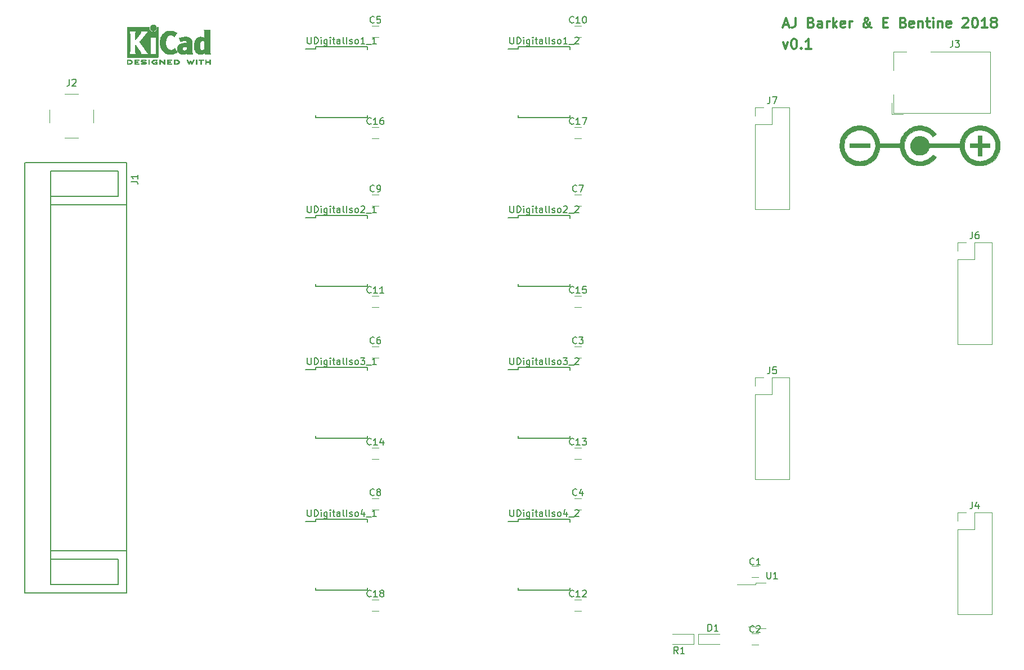
<source format=gbr>
G04 #@! TF.FileFunction,Legend,Top*
%FSLAX46Y46*%
G04 Gerber Fmt 4.6, Leading zero omitted, Abs format (unit mm)*
G04 Created by KiCad (PCBNEW 4.0.7) date 11/06/18 11:25:05*
%MOMM*%
%LPD*%
G01*
G04 APERTURE LIST*
%ADD10C,0.100000*%
%ADD11C,0.300000*%
%ADD12C,0.150000*%
%ADD13C,0.120000*%
%ADD14C,0.010000*%
G04 APERTURE END LIST*
D10*
D11*
X140097144Y-32063571D02*
X140454287Y-33063571D01*
X140811429Y-32063571D01*
X141668572Y-31563571D02*
X141811429Y-31563571D01*
X141954286Y-31635000D01*
X142025715Y-31706429D01*
X142097144Y-31849286D01*
X142168572Y-32135000D01*
X142168572Y-32492143D01*
X142097144Y-32777857D01*
X142025715Y-32920714D01*
X141954286Y-32992143D01*
X141811429Y-33063571D01*
X141668572Y-33063571D01*
X141525715Y-32992143D01*
X141454286Y-32920714D01*
X141382858Y-32777857D01*
X141311429Y-32492143D01*
X141311429Y-32135000D01*
X141382858Y-31849286D01*
X141454286Y-31706429D01*
X141525715Y-31635000D01*
X141668572Y-31563571D01*
X142811429Y-32920714D02*
X142882857Y-32992143D01*
X142811429Y-33063571D01*
X142740000Y-32992143D01*
X142811429Y-32920714D01*
X142811429Y-33063571D01*
X144311429Y-33063571D02*
X143454286Y-33063571D01*
X143882858Y-33063571D02*
X143882858Y-31563571D01*
X143740001Y-31777857D01*
X143597143Y-31920714D01*
X143454286Y-31992143D01*
X140174287Y-29460000D02*
X140888573Y-29460000D01*
X140031430Y-29888571D02*
X140531430Y-28388571D01*
X141031430Y-29888571D01*
X141960001Y-28388571D02*
X141960001Y-29460000D01*
X141888573Y-29674286D01*
X141745716Y-29817143D01*
X141531430Y-29888571D01*
X141388573Y-29888571D01*
X144317144Y-29102857D02*
X144531430Y-29174286D01*
X144602858Y-29245714D01*
X144674287Y-29388571D01*
X144674287Y-29602857D01*
X144602858Y-29745714D01*
X144531430Y-29817143D01*
X144388572Y-29888571D01*
X143817144Y-29888571D01*
X143817144Y-28388571D01*
X144317144Y-28388571D01*
X144460001Y-28460000D01*
X144531430Y-28531429D01*
X144602858Y-28674286D01*
X144602858Y-28817143D01*
X144531430Y-28960000D01*
X144460001Y-29031429D01*
X144317144Y-29102857D01*
X143817144Y-29102857D01*
X145960001Y-29888571D02*
X145960001Y-29102857D01*
X145888572Y-28960000D01*
X145745715Y-28888571D01*
X145460001Y-28888571D01*
X145317144Y-28960000D01*
X145960001Y-29817143D02*
X145817144Y-29888571D01*
X145460001Y-29888571D01*
X145317144Y-29817143D01*
X145245715Y-29674286D01*
X145245715Y-29531429D01*
X145317144Y-29388571D01*
X145460001Y-29317143D01*
X145817144Y-29317143D01*
X145960001Y-29245714D01*
X146674287Y-29888571D02*
X146674287Y-28888571D01*
X146674287Y-29174286D02*
X146745715Y-29031429D01*
X146817144Y-28960000D01*
X146960001Y-28888571D01*
X147102858Y-28888571D01*
X147602858Y-29888571D02*
X147602858Y-28388571D01*
X147745715Y-29317143D02*
X148174286Y-29888571D01*
X148174286Y-28888571D02*
X147602858Y-29460000D01*
X149388572Y-29817143D02*
X149245715Y-29888571D01*
X148960001Y-29888571D01*
X148817144Y-29817143D01*
X148745715Y-29674286D01*
X148745715Y-29102857D01*
X148817144Y-28960000D01*
X148960001Y-28888571D01*
X149245715Y-28888571D01*
X149388572Y-28960000D01*
X149460001Y-29102857D01*
X149460001Y-29245714D01*
X148745715Y-29388571D01*
X150102858Y-29888571D02*
X150102858Y-28888571D01*
X150102858Y-29174286D02*
X150174286Y-29031429D01*
X150245715Y-28960000D01*
X150388572Y-28888571D01*
X150531429Y-28888571D01*
X153388572Y-29888571D02*
X153317143Y-29888571D01*
X153174286Y-29817143D01*
X152960000Y-29602857D01*
X152602857Y-29174286D01*
X152460000Y-28960000D01*
X152388572Y-28745714D01*
X152388572Y-28602857D01*
X152460000Y-28460000D01*
X152602857Y-28388571D01*
X152674286Y-28388571D01*
X152817143Y-28460000D01*
X152888572Y-28602857D01*
X152888572Y-28674286D01*
X152817143Y-28817143D01*
X152745714Y-28888571D01*
X152317143Y-29174286D01*
X152245714Y-29245714D01*
X152174286Y-29388571D01*
X152174286Y-29602857D01*
X152245714Y-29745714D01*
X152317143Y-29817143D01*
X152460000Y-29888571D01*
X152674286Y-29888571D01*
X152817143Y-29817143D01*
X152888572Y-29745714D01*
X153102857Y-29460000D01*
X153174286Y-29245714D01*
X153174286Y-29102857D01*
X155174286Y-29102857D02*
X155674286Y-29102857D01*
X155888572Y-29888571D02*
X155174286Y-29888571D01*
X155174286Y-28388571D01*
X155888572Y-28388571D01*
X158174286Y-29102857D02*
X158388572Y-29174286D01*
X158460000Y-29245714D01*
X158531429Y-29388571D01*
X158531429Y-29602857D01*
X158460000Y-29745714D01*
X158388572Y-29817143D01*
X158245714Y-29888571D01*
X157674286Y-29888571D01*
X157674286Y-28388571D01*
X158174286Y-28388571D01*
X158317143Y-28460000D01*
X158388572Y-28531429D01*
X158460000Y-28674286D01*
X158460000Y-28817143D01*
X158388572Y-28960000D01*
X158317143Y-29031429D01*
X158174286Y-29102857D01*
X157674286Y-29102857D01*
X159745714Y-29817143D02*
X159602857Y-29888571D01*
X159317143Y-29888571D01*
X159174286Y-29817143D01*
X159102857Y-29674286D01*
X159102857Y-29102857D01*
X159174286Y-28960000D01*
X159317143Y-28888571D01*
X159602857Y-28888571D01*
X159745714Y-28960000D01*
X159817143Y-29102857D01*
X159817143Y-29245714D01*
X159102857Y-29388571D01*
X160460000Y-28888571D02*
X160460000Y-29888571D01*
X160460000Y-29031429D02*
X160531428Y-28960000D01*
X160674286Y-28888571D01*
X160888571Y-28888571D01*
X161031428Y-28960000D01*
X161102857Y-29102857D01*
X161102857Y-29888571D01*
X161602857Y-28888571D02*
X162174286Y-28888571D01*
X161817143Y-28388571D02*
X161817143Y-29674286D01*
X161888571Y-29817143D01*
X162031429Y-29888571D01*
X162174286Y-29888571D01*
X162674286Y-29888571D02*
X162674286Y-28888571D01*
X162674286Y-28388571D02*
X162602857Y-28460000D01*
X162674286Y-28531429D01*
X162745714Y-28460000D01*
X162674286Y-28388571D01*
X162674286Y-28531429D01*
X163388572Y-28888571D02*
X163388572Y-29888571D01*
X163388572Y-29031429D02*
X163460000Y-28960000D01*
X163602858Y-28888571D01*
X163817143Y-28888571D01*
X163960000Y-28960000D01*
X164031429Y-29102857D01*
X164031429Y-29888571D01*
X165317143Y-29817143D02*
X165174286Y-29888571D01*
X164888572Y-29888571D01*
X164745715Y-29817143D01*
X164674286Y-29674286D01*
X164674286Y-29102857D01*
X164745715Y-28960000D01*
X164888572Y-28888571D01*
X165174286Y-28888571D01*
X165317143Y-28960000D01*
X165388572Y-29102857D01*
X165388572Y-29245714D01*
X164674286Y-29388571D01*
X167102857Y-28531429D02*
X167174286Y-28460000D01*
X167317143Y-28388571D01*
X167674286Y-28388571D01*
X167817143Y-28460000D01*
X167888572Y-28531429D01*
X167960000Y-28674286D01*
X167960000Y-28817143D01*
X167888572Y-29031429D01*
X167031429Y-29888571D01*
X167960000Y-29888571D01*
X168888571Y-28388571D02*
X169031428Y-28388571D01*
X169174285Y-28460000D01*
X169245714Y-28531429D01*
X169317143Y-28674286D01*
X169388571Y-28960000D01*
X169388571Y-29317143D01*
X169317143Y-29602857D01*
X169245714Y-29745714D01*
X169174285Y-29817143D01*
X169031428Y-29888571D01*
X168888571Y-29888571D01*
X168745714Y-29817143D01*
X168674285Y-29745714D01*
X168602857Y-29602857D01*
X168531428Y-29317143D01*
X168531428Y-28960000D01*
X168602857Y-28674286D01*
X168674285Y-28531429D01*
X168745714Y-28460000D01*
X168888571Y-28388571D01*
X170817142Y-29888571D02*
X169959999Y-29888571D01*
X170388571Y-29888571D02*
X170388571Y-28388571D01*
X170245714Y-28602857D01*
X170102856Y-28745714D01*
X169959999Y-28817143D01*
X171674285Y-29031429D02*
X171531427Y-28960000D01*
X171459999Y-28888571D01*
X171388570Y-28745714D01*
X171388570Y-28674286D01*
X171459999Y-28531429D01*
X171531427Y-28460000D01*
X171674285Y-28388571D01*
X171959999Y-28388571D01*
X172102856Y-28460000D01*
X172174285Y-28531429D01*
X172245713Y-28674286D01*
X172245713Y-28745714D01*
X172174285Y-28888571D01*
X172102856Y-28960000D01*
X171959999Y-29031429D01*
X171674285Y-29031429D01*
X171531427Y-29102857D01*
X171459999Y-29174286D01*
X171388570Y-29317143D01*
X171388570Y-29602857D01*
X171459999Y-29745714D01*
X171531427Y-29817143D01*
X171674285Y-29888571D01*
X171959999Y-29888571D01*
X172102856Y-29817143D01*
X172174285Y-29745714D01*
X172245713Y-29602857D01*
X172245713Y-29317143D01*
X172174285Y-29174286D01*
X172102856Y-29102857D01*
X171959999Y-29031429D01*
D12*
X29845000Y-56515000D02*
X29845000Y-55245000D01*
X29845000Y-109855000D02*
X29845000Y-108585000D01*
X29845000Y-55245000D02*
X40005000Y-55245000D01*
X40005000Y-55245000D02*
X40005000Y-51435000D01*
X40005000Y-51435000D02*
X29845000Y-51435000D01*
X29845000Y-113665000D02*
X40005000Y-113665000D01*
X40005000Y-113665000D02*
X40005000Y-109855000D01*
X40005000Y-109855000D02*
X29845000Y-109855000D01*
X29845000Y-55245000D02*
X29845000Y-51435000D01*
X29845000Y-113665000D02*
X29845000Y-109855000D01*
X29845000Y-108585000D02*
X29845000Y-56515000D01*
X29845000Y-56515000D02*
X41275000Y-56515000D01*
X29845000Y-108585000D02*
X41275000Y-108585000D01*
X26035000Y-50165000D02*
X41275000Y-50165000D01*
X41275000Y-50165000D02*
X41275000Y-114935000D01*
X41275000Y-114935000D02*
X26035000Y-114935000D01*
X25995000Y-114935000D02*
X25995000Y-50165000D01*
D13*
X136390000Y-110910000D02*
X135390000Y-110910000D01*
X135390000Y-112610000D02*
X136390000Y-112610000D01*
X136390000Y-121070000D02*
X135390000Y-121070000D01*
X135390000Y-122770000D02*
X136390000Y-122770000D01*
X32020000Y-39880000D02*
X34020000Y-39880000D01*
X32020000Y-46480000D02*
X34020000Y-46480000D01*
X36320000Y-42180000D02*
X36320000Y-44180000D01*
X29720000Y-42180000D02*
X29720000Y-44180000D01*
X166310000Y-118170000D02*
X171510000Y-118170000D01*
X166310000Y-105410000D02*
X166310000Y-118170000D01*
X171510000Y-102810000D02*
X171510000Y-118170000D01*
X166310000Y-105410000D02*
X168910000Y-105410000D01*
X168910000Y-105410000D02*
X168910000Y-102810000D01*
X168910000Y-102810000D02*
X171510000Y-102810000D01*
X166310000Y-104140000D02*
X166310000Y-102810000D01*
X166310000Y-102810000D02*
X167640000Y-102810000D01*
X135830000Y-97850000D02*
X141030000Y-97850000D01*
X135830000Y-85090000D02*
X135830000Y-97850000D01*
X141030000Y-82490000D02*
X141030000Y-97850000D01*
X135830000Y-85090000D02*
X138430000Y-85090000D01*
X138430000Y-85090000D02*
X138430000Y-82490000D01*
X138430000Y-82490000D02*
X141030000Y-82490000D01*
X135830000Y-83820000D02*
X135830000Y-82490000D01*
X135830000Y-82490000D02*
X137160000Y-82490000D01*
X166310000Y-77530000D02*
X171510000Y-77530000D01*
X166310000Y-64770000D02*
X166310000Y-77530000D01*
X171510000Y-62170000D02*
X171510000Y-77530000D01*
X166310000Y-64770000D02*
X168910000Y-64770000D01*
X168910000Y-64770000D02*
X168910000Y-62170000D01*
X168910000Y-62170000D02*
X171510000Y-62170000D01*
X166310000Y-63500000D02*
X166310000Y-62170000D01*
X166310000Y-62170000D02*
X167640000Y-62170000D01*
X135830000Y-57210000D02*
X141030000Y-57210000D01*
X135830000Y-44450000D02*
X135830000Y-57210000D01*
X141030000Y-41850000D02*
X141030000Y-57210000D01*
X135830000Y-44450000D02*
X138430000Y-44450000D01*
X138430000Y-44450000D02*
X138430000Y-41850000D01*
X138430000Y-41850000D02*
X141030000Y-41850000D01*
X135830000Y-43180000D02*
X135830000Y-41850000D01*
X135830000Y-41850000D02*
X137160000Y-41850000D01*
X137460000Y-113390000D02*
X135960000Y-113390000D01*
X135960000Y-113390000D02*
X135960000Y-113660000D01*
X135960000Y-113660000D02*
X133130000Y-113660000D01*
X137460000Y-120290000D02*
X135960000Y-120290000D01*
X135960000Y-120290000D02*
X135960000Y-120020000D01*
X135960000Y-120020000D02*
X134860000Y-120020000D01*
D12*
X69785000Y-32775000D02*
X69785000Y-33050000D01*
X77535000Y-32775000D02*
X77535000Y-33130000D01*
X77535000Y-43425000D02*
X77535000Y-43070000D01*
X69785000Y-43425000D02*
X69785000Y-43070000D01*
X69785000Y-32775000D02*
X77535000Y-32775000D01*
X69785000Y-43425000D02*
X77535000Y-43425000D01*
X69785000Y-33050000D02*
X68260000Y-33050000D01*
X100265000Y-32775000D02*
X100265000Y-33050000D01*
X108015000Y-32775000D02*
X108015000Y-33130000D01*
X108015000Y-43425000D02*
X108015000Y-43070000D01*
X100265000Y-43425000D02*
X100265000Y-43070000D01*
X100265000Y-32775000D02*
X108015000Y-32775000D01*
X100265000Y-43425000D02*
X108015000Y-43425000D01*
X100265000Y-33050000D02*
X98740000Y-33050000D01*
X69785000Y-58175000D02*
X69785000Y-58450000D01*
X77535000Y-58175000D02*
X77535000Y-58530000D01*
X77535000Y-68825000D02*
X77535000Y-68470000D01*
X69785000Y-68825000D02*
X69785000Y-68470000D01*
X69785000Y-58175000D02*
X77535000Y-58175000D01*
X69785000Y-68825000D02*
X77535000Y-68825000D01*
X69785000Y-58450000D02*
X68260000Y-58450000D01*
X100265000Y-58175000D02*
X100265000Y-58450000D01*
X108015000Y-58175000D02*
X108015000Y-58530000D01*
X108015000Y-68825000D02*
X108015000Y-68470000D01*
X100265000Y-68825000D02*
X100265000Y-68470000D01*
X100265000Y-58175000D02*
X108015000Y-58175000D01*
X100265000Y-68825000D02*
X108015000Y-68825000D01*
X100265000Y-58450000D02*
X98740000Y-58450000D01*
X69785000Y-81035000D02*
X69785000Y-81310000D01*
X77535000Y-81035000D02*
X77535000Y-81390000D01*
X77535000Y-91685000D02*
X77535000Y-91330000D01*
X69785000Y-91685000D02*
X69785000Y-91330000D01*
X69785000Y-81035000D02*
X77535000Y-81035000D01*
X69785000Y-91685000D02*
X77535000Y-91685000D01*
X69785000Y-81310000D02*
X68260000Y-81310000D01*
X100265000Y-81035000D02*
X100265000Y-81310000D01*
X108015000Y-81035000D02*
X108015000Y-81390000D01*
X108015000Y-91685000D02*
X108015000Y-91330000D01*
X100265000Y-91685000D02*
X100265000Y-91330000D01*
X100265000Y-81035000D02*
X108015000Y-81035000D01*
X100265000Y-91685000D02*
X108015000Y-91685000D01*
X100265000Y-81310000D02*
X98740000Y-81310000D01*
X69785000Y-103895000D02*
X69785000Y-104170000D01*
X77535000Y-103895000D02*
X77535000Y-104250000D01*
X77535000Y-114545000D02*
X77535000Y-114190000D01*
X69785000Y-114545000D02*
X69785000Y-114190000D01*
X69785000Y-103895000D02*
X77535000Y-103895000D01*
X69785000Y-114545000D02*
X77535000Y-114545000D01*
X69785000Y-104170000D02*
X68260000Y-104170000D01*
X100265000Y-103895000D02*
X100265000Y-104170000D01*
X108015000Y-103895000D02*
X108015000Y-104250000D01*
X108015000Y-114545000D02*
X108015000Y-114190000D01*
X100265000Y-114545000D02*
X100265000Y-114190000D01*
X100265000Y-103895000D02*
X108015000Y-103895000D01*
X100265000Y-114545000D02*
X108015000Y-114545000D01*
X100265000Y-104170000D02*
X98740000Y-104170000D01*
D13*
X109720000Y-77890000D02*
X108720000Y-77890000D01*
X108720000Y-79590000D02*
X109720000Y-79590000D01*
X109720000Y-100750000D02*
X108720000Y-100750000D01*
X108720000Y-102450000D02*
X109720000Y-102450000D01*
X79240000Y-29630000D02*
X78240000Y-29630000D01*
X78240000Y-31330000D02*
X79240000Y-31330000D01*
X79240000Y-77890000D02*
X78240000Y-77890000D01*
X78240000Y-79590000D02*
X79240000Y-79590000D01*
X109720000Y-55030000D02*
X108720000Y-55030000D01*
X108720000Y-56730000D02*
X109720000Y-56730000D01*
X79240000Y-100750000D02*
X78240000Y-100750000D01*
X78240000Y-102450000D02*
X79240000Y-102450000D01*
X79240000Y-55030000D02*
X78240000Y-55030000D01*
X78240000Y-56730000D02*
X79240000Y-56730000D01*
X109720000Y-29630000D02*
X108720000Y-29630000D01*
X108720000Y-31330000D02*
X109720000Y-31330000D01*
X162280000Y-33500000D02*
X171280000Y-33500000D01*
X171280000Y-33500000D02*
X171280000Y-42700000D01*
X171280000Y-42700000D02*
X156680000Y-42700000D01*
X156680000Y-42700000D02*
X156680000Y-39900000D01*
X156680000Y-36300000D02*
X156680000Y-33500000D01*
X156680000Y-33500000D02*
X158680000Y-33500000D01*
X158180000Y-42940000D02*
X156440000Y-42940000D01*
X156440000Y-42940000D02*
X156440000Y-41200000D01*
X130540000Y-122670000D02*
X127340000Y-122670000D01*
X127340000Y-121170000D02*
X130540000Y-121170000D01*
X127340000Y-121170000D02*
X127340000Y-122670000D01*
X123460000Y-121170000D02*
X126660000Y-121170000D01*
X126660000Y-122670000D02*
X123460000Y-122670000D01*
X126660000Y-122670000D02*
X126660000Y-121170000D01*
X79240000Y-70270000D02*
X78240000Y-70270000D01*
X78240000Y-71970000D02*
X79240000Y-71970000D01*
X109720000Y-115990000D02*
X108720000Y-115990000D01*
X108720000Y-117690000D02*
X109720000Y-117690000D01*
X109720000Y-93130000D02*
X108720000Y-93130000D01*
X108720000Y-94830000D02*
X109720000Y-94830000D01*
X79240000Y-93130000D02*
X78240000Y-93130000D01*
X78240000Y-94830000D02*
X79240000Y-94830000D01*
X109720000Y-70270000D02*
X108720000Y-70270000D01*
X108720000Y-71970000D02*
X109720000Y-71970000D01*
X79240000Y-44870000D02*
X78240000Y-44870000D01*
X78240000Y-46570000D02*
X79240000Y-46570000D01*
X109720000Y-44870000D02*
X108720000Y-44870000D01*
X108720000Y-46570000D02*
X109720000Y-46570000D01*
X79240000Y-115990000D02*
X78240000Y-115990000D01*
X78240000Y-117690000D02*
X79240000Y-117690000D01*
D14*
G36*
X41503629Y-34654066D02*
X41543111Y-34654467D01*
X41658800Y-34657259D01*
X41755689Y-34665550D01*
X41837081Y-34680232D01*
X41906277Y-34702193D01*
X41966580Y-34732322D01*
X42021292Y-34771510D01*
X42040833Y-34788532D01*
X42073250Y-34828363D01*
X42102480Y-34882413D01*
X42125009Y-34942323D01*
X42137321Y-34999739D01*
X42138600Y-35020956D01*
X42130583Y-35079769D01*
X42109101Y-35144013D01*
X42078001Y-35204821D01*
X42041134Y-35253330D01*
X42035146Y-35259182D01*
X41984421Y-35300321D01*
X41928875Y-35332435D01*
X41865304Y-35356365D01*
X41790506Y-35372953D01*
X41701278Y-35383041D01*
X41594418Y-35387469D01*
X41545472Y-35387845D01*
X41483238Y-35387545D01*
X41439472Y-35386292D01*
X41410069Y-35383554D01*
X41390921Y-35378801D01*
X41377923Y-35371501D01*
X41370955Y-35365267D01*
X41364374Y-35357694D01*
X41359212Y-35347924D01*
X41355297Y-35333340D01*
X41352457Y-35311326D01*
X41350520Y-35279264D01*
X41349316Y-35234536D01*
X41348672Y-35174526D01*
X41348417Y-35096617D01*
X41348378Y-35020956D01*
X41348130Y-34920041D01*
X41348183Y-34839427D01*
X41349143Y-34800822D01*
X41495133Y-34800822D01*
X41495133Y-35241089D01*
X41588266Y-35241004D01*
X41644307Y-35239396D01*
X41703001Y-35235256D01*
X41751972Y-35229464D01*
X41753462Y-35229226D01*
X41832608Y-35210090D01*
X41893998Y-35180287D01*
X41940695Y-35137878D01*
X41970365Y-35091961D01*
X41988647Y-35041026D01*
X41987229Y-34993200D01*
X41966012Y-34941933D01*
X41924511Y-34888899D01*
X41867002Y-34849600D01*
X41792250Y-34823331D01*
X41742292Y-34814035D01*
X41685584Y-34807507D01*
X41625481Y-34802782D01*
X41574361Y-34800817D01*
X41571333Y-34800808D01*
X41495133Y-34800822D01*
X41349143Y-34800822D01*
X41349740Y-34776851D01*
X41354002Y-34730055D01*
X41362170Y-34696778D01*
X41375444Y-34674759D01*
X41395026Y-34661739D01*
X41422117Y-34655457D01*
X41457918Y-34653653D01*
X41503629Y-34654066D01*
X41503629Y-34654066D01*
G37*
X41503629Y-34654066D02*
X41543111Y-34654467D01*
X41658800Y-34657259D01*
X41755689Y-34665550D01*
X41837081Y-34680232D01*
X41906277Y-34702193D01*
X41966580Y-34732322D01*
X42021292Y-34771510D01*
X42040833Y-34788532D01*
X42073250Y-34828363D01*
X42102480Y-34882413D01*
X42125009Y-34942323D01*
X42137321Y-34999739D01*
X42138600Y-35020956D01*
X42130583Y-35079769D01*
X42109101Y-35144013D01*
X42078001Y-35204821D01*
X42041134Y-35253330D01*
X42035146Y-35259182D01*
X41984421Y-35300321D01*
X41928875Y-35332435D01*
X41865304Y-35356365D01*
X41790506Y-35372953D01*
X41701278Y-35383041D01*
X41594418Y-35387469D01*
X41545472Y-35387845D01*
X41483238Y-35387545D01*
X41439472Y-35386292D01*
X41410069Y-35383554D01*
X41390921Y-35378801D01*
X41377923Y-35371501D01*
X41370955Y-35365267D01*
X41364374Y-35357694D01*
X41359212Y-35347924D01*
X41355297Y-35333340D01*
X41352457Y-35311326D01*
X41350520Y-35279264D01*
X41349316Y-35234536D01*
X41348672Y-35174526D01*
X41348417Y-35096617D01*
X41348378Y-35020956D01*
X41348130Y-34920041D01*
X41348183Y-34839427D01*
X41349143Y-34800822D01*
X41495133Y-34800822D01*
X41495133Y-35241089D01*
X41588266Y-35241004D01*
X41644307Y-35239396D01*
X41703001Y-35235256D01*
X41751972Y-35229464D01*
X41753462Y-35229226D01*
X41832608Y-35210090D01*
X41893998Y-35180287D01*
X41940695Y-35137878D01*
X41970365Y-35091961D01*
X41988647Y-35041026D01*
X41987229Y-34993200D01*
X41966012Y-34941933D01*
X41924511Y-34888899D01*
X41867002Y-34849600D01*
X41792250Y-34823331D01*
X41742292Y-34814035D01*
X41685584Y-34807507D01*
X41625481Y-34802782D01*
X41574361Y-34800817D01*
X41571333Y-34800808D01*
X41495133Y-34800822D01*
X41349143Y-34800822D01*
X41349740Y-34776851D01*
X41354002Y-34730055D01*
X41362170Y-34696778D01*
X41375444Y-34674759D01*
X41395026Y-34661739D01*
X41422117Y-34655457D01*
X41457918Y-34653653D01*
X41503629Y-34654066D01*
G36*
X42912206Y-34654146D02*
X42981614Y-34654518D01*
X43034003Y-34655385D01*
X43072153Y-34656946D01*
X43098841Y-34659403D01*
X43116847Y-34662957D01*
X43128951Y-34667810D01*
X43137931Y-34674161D01*
X43141182Y-34677084D01*
X43160957Y-34708142D01*
X43164518Y-34743828D01*
X43151509Y-34775510D01*
X43145494Y-34781913D01*
X43135765Y-34788121D01*
X43120099Y-34792910D01*
X43095592Y-34796514D01*
X43059339Y-34799164D01*
X43008435Y-34801095D01*
X42939974Y-34802539D01*
X42877383Y-34803418D01*
X42629666Y-34806467D01*
X42626281Y-34871378D01*
X42622895Y-34936289D01*
X42791042Y-34936289D01*
X42864041Y-34936919D01*
X42917483Y-34939553D01*
X42954372Y-34945309D01*
X42977712Y-34955304D01*
X42990506Y-34970656D01*
X42995758Y-34992482D01*
X42996555Y-35012738D01*
X42994077Y-35037592D01*
X42984723Y-35055906D01*
X42965617Y-35068637D01*
X42933882Y-35076741D01*
X42886641Y-35081176D01*
X42821017Y-35082899D01*
X42785199Y-35083045D01*
X42624022Y-35083045D01*
X42624022Y-35241089D01*
X42872378Y-35241089D01*
X42953787Y-35241202D01*
X43015658Y-35241712D01*
X43061032Y-35242870D01*
X43092946Y-35244930D01*
X43114441Y-35248146D01*
X43128557Y-35252772D01*
X43138332Y-35259059D01*
X43143311Y-35263667D01*
X43160390Y-35290560D01*
X43165889Y-35314467D01*
X43158037Y-35343667D01*
X43143311Y-35365267D01*
X43135454Y-35372066D01*
X43125312Y-35377346D01*
X43110156Y-35381298D01*
X43087259Y-35384113D01*
X43053891Y-35385982D01*
X43007325Y-35387098D01*
X42944833Y-35387651D01*
X42863686Y-35387833D01*
X42821578Y-35387845D01*
X42731402Y-35387765D01*
X42661076Y-35387398D01*
X42607871Y-35386552D01*
X42569060Y-35385036D01*
X42541913Y-35382659D01*
X42523702Y-35379229D01*
X42511700Y-35374554D01*
X42503178Y-35368444D01*
X42499844Y-35365267D01*
X42493245Y-35357670D01*
X42488073Y-35347870D01*
X42484154Y-35333239D01*
X42481316Y-35311152D01*
X42479385Y-35278982D01*
X42478188Y-35234103D01*
X42477552Y-35173889D01*
X42477303Y-35095713D01*
X42477266Y-35022923D01*
X42477300Y-34929707D01*
X42477535Y-34856431D01*
X42478170Y-34800458D01*
X42479406Y-34759151D01*
X42481444Y-34729872D01*
X42484483Y-34709984D01*
X42488723Y-34696850D01*
X42494365Y-34687832D01*
X42501609Y-34680293D01*
X42503394Y-34678612D01*
X42512055Y-34671172D01*
X42522118Y-34665409D01*
X42536375Y-34661112D01*
X42557617Y-34658064D01*
X42588636Y-34656051D01*
X42632223Y-34654860D01*
X42691169Y-34654275D01*
X42768266Y-34654083D01*
X42822999Y-34654067D01*
X42912206Y-34654146D01*
X42912206Y-34654146D01*
G37*
X42912206Y-34654146D02*
X42981614Y-34654518D01*
X43034003Y-34655385D01*
X43072153Y-34656946D01*
X43098841Y-34659403D01*
X43116847Y-34662957D01*
X43128951Y-34667810D01*
X43137931Y-34674161D01*
X43141182Y-34677084D01*
X43160957Y-34708142D01*
X43164518Y-34743828D01*
X43151509Y-34775510D01*
X43145494Y-34781913D01*
X43135765Y-34788121D01*
X43120099Y-34792910D01*
X43095592Y-34796514D01*
X43059339Y-34799164D01*
X43008435Y-34801095D01*
X42939974Y-34802539D01*
X42877383Y-34803418D01*
X42629666Y-34806467D01*
X42626281Y-34871378D01*
X42622895Y-34936289D01*
X42791042Y-34936289D01*
X42864041Y-34936919D01*
X42917483Y-34939553D01*
X42954372Y-34945309D01*
X42977712Y-34955304D01*
X42990506Y-34970656D01*
X42995758Y-34992482D01*
X42996555Y-35012738D01*
X42994077Y-35037592D01*
X42984723Y-35055906D01*
X42965617Y-35068637D01*
X42933882Y-35076741D01*
X42886641Y-35081176D01*
X42821017Y-35082899D01*
X42785199Y-35083045D01*
X42624022Y-35083045D01*
X42624022Y-35241089D01*
X42872378Y-35241089D01*
X42953787Y-35241202D01*
X43015658Y-35241712D01*
X43061032Y-35242870D01*
X43092946Y-35244930D01*
X43114441Y-35248146D01*
X43128557Y-35252772D01*
X43138332Y-35259059D01*
X43143311Y-35263667D01*
X43160390Y-35290560D01*
X43165889Y-35314467D01*
X43158037Y-35343667D01*
X43143311Y-35365267D01*
X43135454Y-35372066D01*
X43125312Y-35377346D01*
X43110156Y-35381298D01*
X43087259Y-35384113D01*
X43053891Y-35385982D01*
X43007325Y-35387098D01*
X42944833Y-35387651D01*
X42863686Y-35387833D01*
X42821578Y-35387845D01*
X42731402Y-35387765D01*
X42661076Y-35387398D01*
X42607871Y-35386552D01*
X42569060Y-35385036D01*
X42541913Y-35382659D01*
X42523702Y-35379229D01*
X42511700Y-35374554D01*
X42503178Y-35368444D01*
X42499844Y-35365267D01*
X42493245Y-35357670D01*
X42488073Y-35347870D01*
X42484154Y-35333239D01*
X42481316Y-35311152D01*
X42479385Y-35278982D01*
X42478188Y-35234103D01*
X42477552Y-35173889D01*
X42477303Y-35095713D01*
X42477266Y-35022923D01*
X42477300Y-34929707D01*
X42477535Y-34856431D01*
X42478170Y-34800458D01*
X42479406Y-34759151D01*
X42481444Y-34729872D01*
X42484483Y-34709984D01*
X42488723Y-34696850D01*
X42494365Y-34687832D01*
X42501609Y-34680293D01*
X42503394Y-34678612D01*
X42512055Y-34671172D01*
X42522118Y-34665409D01*
X42536375Y-34661112D01*
X42557617Y-34658064D01*
X42588636Y-34656051D01*
X42632223Y-34654860D01*
X42691169Y-34654275D01*
X42768266Y-34654083D01*
X42822999Y-34654067D01*
X42912206Y-34654146D01*
G36*
X43933297Y-34655351D02*
X44008112Y-34660581D01*
X44077694Y-34668750D01*
X44137998Y-34679550D01*
X44184980Y-34692673D01*
X44214594Y-34707813D01*
X44219140Y-34712269D01*
X44234946Y-34746850D01*
X44230153Y-34782351D01*
X44205636Y-34812725D01*
X44204466Y-34813596D01*
X44190046Y-34822954D01*
X44174992Y-34827876D01*
X44153995Y-34828473D01*
X44121743Y-34824861D01*
X44072927Y-34817154D01*
X44069000Y-34816505D01*
X43996261Y-34807569D01*
X43917783Y-34803161D01*
X43839073Y-34803119D01*
X43765639Y-34807279D01*
X43702989Y-34815479D01*
X43656630Y-34827557D01*
X43653584Y-34828771D01*
X43619952Y-34847615D01*
X43608136Y-34866685D01*
X43617386Y-34885439D01*
X43646953Y-34903337D01*
X43696089Y-34919837D01*
X43764043Y-34934396D01*
X43809355Y-34941406D01*
X43903544Y-34954889D01*
X43978456Y-34967214D01*
X44037283Y-34979449D01*
X44083215Y-34992661D01*
X44119445Y-35007917D01*
X44149162Y-35026285D01*
X44175558Y-35048831D01*
X44196770Y-35070971D01*
X44221935Y-35101819D01*
X44234319Y-35128345D01*
X44238192Y-35161026D01*
X44238333Y-35172995D01*
X44235424Y-35212712D01*
X44223798Y-35242259D01*
X44203677Y-35268486D01*
X44162784Y-35308576D01*
X44117183Y-35339149D01*
X44063487Y-35361203D01*
X43998308Y-35375735D01*
X43918256Y-35383741D01*
X43819943Y-35386218D01*
X43803711Y-35386177D01*
X43738151Y-35384818D01*
X43673134Y-35381730D01*
X43615748Y-35377356D01*
X43573078Y-35372140D01*
X43569628Y-35371541D01*
X43527204Y-35361491D01*
X43491220Y-35348796D01*
X43470850Y-35337190D01*
X43451893Y-35306572D01*
X43450573Y-35270918D01*
X43466915Y-35239144D01*
X43470571Y-35235551D01*
X43485685Y-35224876D01*
X43504585Y-35220276D01*
X43533838Y-35221059D01*
X43569349Y-35225127D01*
X43609030Y-35228762D01*
X43664655Y-35231828D01*
X43729594Y-35234053D01*
X43797215Y-35235164D01*
X43815000Y-35235237D01*
X43882872Y-35234964D01*
X43932546Y-35233646D01*
X43968390Y-35230827D01*
X43994776Y-35226050D01*
X44016074Y-35218857D01*
X44028874Y-35212867D01*
X44057000Y-35196233D01*
X44074932Y-35181168D01*
X44077553Y-35176897D01*
X44072024Y-35159263D01*
X44045740Y-35142192D01*
X44000522Y-35126458D01*
X43938192Y-35112838D01*
X43919829Y-35109804D01*
X43823910Y-35094738D01*
X43747359Y-35082146D01*
X43687220Y-35071111D01*
X43640540Y-35060720D01*
X43604363Y-35050056D01*
X43575735Y-35038205D01*
X43551702Y-35024251D01*
X43529308Y-35007281D01*
X43505598Y-34986378D01*
X43497620Y-34979049D01*
X43469647Y-34951699D01*
X43454840Y-34930029D01*
X43449048Y-34905232D01*
X43448111Y-34873983D01*
X43458425Y-34812705D01*
X43489248Y-34760640D01*
X43540405Y-34717958D01*
X43611717Y-34684825D01*
X43662600Y-34669964D01*
X43717900Y-34660366D01*
X43784147Y-34654936D01*
X43857294Y-34653367D01*
X43933297Y-34655351D01*
X43933297Y-34655351D01*
G37*
X43933297Y-34655351D02*
X44008112Y-34660581D01*
X44077694Y-34668750D01*
X44137998Y-34679550D01*
X44184980Y-34692673D01*
X44214594Y-34707813D01*
X44219140Y-34712269D01*
X44234946Y-34746850D01*
X44230153Y-34782351D01*
X44205636Y-34812725D01*
X44204466Y-34813596D01*
X44190046Y-34822954D01*
X44174992Y-34827876D01*
X44153995Y-34828473D01*
X44121743Y-34824861D01*
X44072927Y-34817154D01*
X44069000Y-34816505D01*
X43996261Y-34807569D01*
X43917783Y-34803161D01*
X43839073Y-34803119D01*
X43765639Y-34807279D01*
X43702989Y-34815479D01*
X43656630Y-34827557D01*
X43653584Y-34828771D01*
X43619952Y-34847615D01*
X43608136Y-34866685D01*
X43617386Y-34885439D01*
X43646953Y-34903337D01*
X43696089Y-34919837D01*
X43764043Y-34934396D01*
X43809355Y-34941406D01*
X43903544Y-34954889D01*
X43978456Y-34967214D01*
X44037283Y-34979449D01*
X44083215Y-34992661D01*
X44119445Y-35007917D01*
X44149162Y-35026285D01*
X44175558Y-35048831D01*
X44196770Y-35070971D01*
X44221935Y-35101819D01*
X44234319Y-35128345D01*
X44238192Y-35161026D01*
X44238333Y-35172995D01*
X44235424Y-35212712D01*
X44223798Y-35242259D01*
X44203677Y-35268486D01*
X44162784Y-35308576D01*
X44117183Y-35339149D01*
X44063487Y-35361203D01*
X43998308Y-35375735D01*
X43918256Y-35383741D01*
X43819943Y-35386218D01*
X43803711Y-35386177D01*
X43738151Y-35384818D01*
X43673134Y-35381730D01*
X43615748Y-35377356D01*
X43573078Y-35372140D01*
X43569628Y-35371541D01*
X43527204Y-35361491D01*
X43491220Y-35348796D01*
X43470850Y-35337190D01*
X43451893Y-35306572D01*
X43450573Y-35270918D01*
X43466915Y-35239144D01*
X43470571Y-35235551D01*
X43485685Y-35224876D01*
X43504585Y-35220276D01*
X43533838Y-35221059D01*
X43569349Y-35225127D01*
X43609030Y-35228762D01*
X43664655Y-35231828D01*
X43729594Y-35234053D01*
X43797215Y-35235164D01*
X43815000Y-35235237D01*
X43882872Y-35234964D01*
X43932546Y-35233646D01*
X43968390Y-35230827D01*
X43994776Y-35226050D01*
X44016074Y-35218857D01*
X44028874Y-35212867D01*
X44057000Y-35196233D01*
X44074932Y-35181168D01*
X44077553Y-35176897D01*
X44072024Y-35159263D01*
X44045740Y-35142192D01*
X44000522Y-35126458D01*
X43938192Y-35112838D01*
X43919829Y-35109804D01*
X43823910Y-35094738D01*
X43747359Y-35082146D01*
X43687220Y-35071111D01*
X43640540Y-35060720D01*
X43604363Y-35050056D01*
X43575735Y-35038205D01*
X43551702Y-35024251D01*
X43529308Y-35007281D01*
X43505598Y-34986378D01*
X43497620Y-34979049D01*
X43469647Y-34951699D01*
X43454840Y-34930029D01*
X43449048Y-34905232D01*
X43448111Y-34873983D01*
X43458425Y-34812705D01*
X43489248Y-34760640D01*
X43540405Y-34717958D01*
X43611717Y-34684825D01*
X43662600Y-34669964D01*
X43717900Y-34660366D01*
X43784147Y-34654936D01*
X43857294Y-34653367D01*
X43933297Y-34655351D01*
G36*
X44701178Y-34676645D02*
X44707758Y-34684218D01*
X44712921Y-34693987D01*
X44716836Y-34708571D01*
X44719676Y-34730585D01*
X44721613Y-34762648D01*
X44722817Y-34807375D01*
X44723461Y-34867385D01*
X44723716Y-34945294D01*
X44723755Y-35020956D01*
X44723686Y-35114802D01*
X44723362Y-35188689D01*
X44722614Y-35245232D01*
X44721268Y-35287049D01*
X44719154Y-35316757D01*
X44716100Y-35336973D01*
X44711934Y-35350314D01*
X44706484Y-35359398D01*
X44701178Y-35365267D01*
X44668174Y-35384947D01*
X44633009Y-35383181D01*
X44601545Y-35361717D01*
X44594316Y-35353337D01*
X44588666Y-35343614D01*
X44584401Y-35329861D01*
X44581327Y-35309389D01*
X44579248Y-35279512D01*
X44577970Y-35237541D01*
X44577299Y-35180789D01*
X44577041Y-35106567D01*
X44577000Y-35022537D01*
X44577000Y-34709485D01*
X44604709Y-34681776D01*
X44638863Y-34658463D01*
X44671994Y-34657623D01*
X44701178Y-34676645D01*
X44701178Y-34676645D01*
G37*
X44701178Y-34676645D02*
X44707758Y-34684218D01*
X44712921Y-34693987D01*
X44716836Y-34708571D01*
X44719676Y-34730585D01*
X44721613Y-34762648D01*
X44722817Y-34807375D01*
X44723461Y-34867385D01*
X44723716Y-34945294D01*
X44723755Y-35020956D01*
X44723686Y-35114802D01*
X44723362Y-35188689D01*
X44722614Y-35245232D01*
X44721268Y-35287049D01*
X44719154Y-35316757D01*
X44716100Y-35336973D01*
X44711934Y-35350314D01*
X44706484Y-35359398D01*
X44701178Y-35365267D01*
X44668174Y-35384947D01*
X44633009Y-35383181D01*
X44601545Y-35361717D01*
X44594316Y-35353337D01*
X44588666Y-35343614D01*
X44584401Y-35329861D01*
X44581327Y-35309389D01*
X44579248Y-35279512D01*
X44577970Y-35237541D01*
X44577299Y-35180789D01*
X44577041Y-35106567D01*
X44577000Y-35022537D01*
X44577000Y-34709485D01*
X44604709Y-34681776D01*
X44638863Y-34658463D01*
X44671994Y-34657623D01*
X44701178Y-34676645D01*
G36*
X45674919Y-34659599D02*
X45743435Y-34671095D01*
X45796057Y-34688967D01*
X45830292Y-34712499D01*
X45839621Y-34725924D01*
X45849107Y-34757148D01*
X45842723Y-34785395D01*
X45822570Y-34812182D01*
X45791255Y-34824713D01*
X45745817Y-34823696D01*
X45710674Y-34816906D01*
X45632581Y-34803971D01*
X45552774Y-34802742D01*
X45463445Y-34813241D01*
X45438771Y-34817690D01*
X45355709Y-34841108D01*
X45290727Y-34875945D01*
X45244539Y-34921604D01*
X45217855Y-34977494D01*
X45212337Y-35006388D01*
X45215949Y-35065012D01*
X45239271Y-35116879D01*
X45280176Y-35160978D01*
X45336541Y-35196299D01*
X45406240Y-35221829D01*
X45487148Y-35236559D01*
X45577140Y-35239478D01*
X45674090Y-35229575D01*
X45679564Y-35228641D01*
X45718125Y-35221459D01*
X45739506Y-35214521D01*
X45748773Y-35204227D01*
X45750994Y-35186976D01*
X45751044Y-35177841D01*
X45751044Y-35139489D01*
X45682569Y-35139489D01*
X45622100Y-35135347D01*
X45580835Y-35122147D01*
X45556825Y-35098730D01*
X45548123Y-35063936D01*
X45548017Y-35059394D01*
X45553108Y-35029654D01*
X45570567Y-35008419D01*
X45603061Y-34994366D01*
X45653257Y-34986173D01*
X45701877Y-34983161D01*
X45772544Y-34981433D01*
X45823802Y-34984070D01*
X45858761Y-34993800D01*
X45880530Y-35013353D01*
X45892220Y-35045456D01*
X45896940Y-35092838D01*
X45897800Y-35155071D01*
X45896391Y-35224535D01*
X45892152Y-35271786D01*
X45885064Y-35297012D01*
X45883689Y-35298988D01*
X45844772Y-35330508D01*
X45787714Y-35355470D01*
X45716131Y-35373340D01*
X45633642Y-35383586D01*
X45543861Y-35385673D01*
X45450408Y-35379068D01*
X45395444Y-35370956D01*
X45309234Y-35346554D01*
X45229108Y-35306662D01*
X45162023Y-35254887D01*
X45151827Y-35244539D01*
X45118698Y-35201035D01*
X45088806Y-35147118D01*
X45065643Y-35090592D01*
X45052702Y-35039259D01*
X45051142Y-35019544D01*
X45057782Y-34978419D01*
X45075432Y-34927252D01*
X45100703Y-34873394D01*
X45130211Y-34824195D01*
X45156281Y-34791334D01*
X45217235Y-34742452D01*
X45296031Y-34703545D01*
X45389843Y-34675494D01*
X45495850Y-34659179D01*
X45593000Y-34655192D01*
X45674919Y-34659599D01*
X45674919Y-34659599D01*
G37*
X45674919Y-34659599D02*
X45743435Y-34671095D01*
X45796057Y-34688967D01*
X45830292Y-34712499D01*
X45839621Y-34725924D01*
X45849107Y-34757148D01*
X45842723Y-34785395D01*
X45822570Y-34812182D01*
X45791255Y-34824713D01*
X45745817Y-34823696D01*
X45710674Y-34816906D01*
X45632581Y-34803971D01*
X45552774Y-34802742D01*
X45463445Y-34813241D01*
X45438771Y-34817690D01*
X45355709Y-34841108D01*
X45290727Y-34875945D01*
X45244539Y-34921604D01*
X45217855Y-34977494D01*
X45212337Y-35006388D01*
X45215949Y-35065012D01*
X45239271Y-35116879D01*
X45280176Y-35160978D01*
X45336541Y-35196299D01*
X45406240Y-35221829D01*
X45487148Y-35236559D01*
X45577140Y-35239478D01*
X45674090Y-35229575D01*
X45679564Y-35228641D01*
X45718125Y-35221459D01*
X45739506Y-35214521D01*
X45748773Y-35204227D01*
X45750994Y-35186976D01*
X45751044Y-35177841D01*
X45751044Y-35139489D01*
X45682569Y-35139489D01*
X45622100Y-35135347D01*
X45580835Y-35122147D01*
X45556825Y-35098730D01*
X45548123Y-35063936D01*
X45548017Y-35059394D01*
X45553108Y-35029654D01*
X45570567Y-35008419D01*
X45603061Y-34994366D01*
X45653257Y-34986173D01*
X45701877Y-34983161D01*
X45772544Y-34981433D01*
X45823802Y-34984070D01*
X45858761Y-34993800D01*
X45880530Y-35013353D01*
X45892220Y-35045456D01*
X45896940Y-35092838D01*
X45897800Y-35155071D01*
X45896391Y-35224535D01*
X45892152Y-35271786D01*
X45885064Y-35297012D01*
X45883689Y-35298988D01*
X45844772Y-35330508D01*
X45787714Y-35355470D01*
X45716131Y-35373340D01*
X45633642Y-35383586D01*
X45543861Y-35385673D01*
X45450408Y-35379068D01*
X45395444Y-35370956D01*
X45309234Y-35346554D01*
X45229108Y-35306662D01*
X45162023Y-35254887D01*
X45151827Y-35244539D01*
X45118698Y-35201035D01*
X45088806Y-35147118D01*
X45065643Y-35090592D01*
X45052702Y-35039259D01*
X45051142Y-35019544D01*
X45057782Y-34978419D01*
X45075432Y-34927252D01*
X45100703Y-34873394D01*
X45130211Y-34824195D01*
X45156281Y-34791334D01*
X45217235Y-34742452D01*
X45296031Y-34703545D01*
X45389843Y-34675494D01*
X45495850Y-34659179D01*
X45593000Y-34655192D01*
X45674919Y-34659599D01*
G36*
X46324886Y-34658448D02*
X46348452Y-34672273D01*
X46379265Y-34694881D01*
X46418922Y-34727338D01*
X46469020Y-34770708D01*
X46531157Y-34826058D01*
X46606928Y-34894451D01*
X46693666Y-34973084D01*
X46874289Y-35136878D01*
X46879933Y-34917029D01*
X46881971Y-34841351D01*
X46883937Y-34784994D01*
X46886266Y-34744706D01*
X46889394Y-34717235D01*
X46893755Y-34699329D01*
X46899784Y-34687737D01*
X46907916Y-34679208D01*
X46912228Y-34675623D01*
X46946759Y-34656670D01*
X46979617Y-34659441D01*
X47005682Y-34675633D01*
X47032333Y-34697199D01*
X47035648Y-35012151D01*
X47036565Y-35104779D01*
X47037032Y-35177544D01*
X47036887Y-35233161D01*
X47035968Y-35274342D01*
X47034113Y-35303803D01*
X47031161Y-35324255D01*
X47026950Y-35338413D01*
X47021318Y-35348991D01*
X47015073Y-35357474D01*
X47001561Y-35373207D01*
X46988117Y-35383636D01*
X46972876Y-35387639D01*
X46953974Y-35384094D01*
X46929545Y-35371879D01*
X46897727Y-35349871D01*
X46856652Y-35316949D01*
X46804458Y-35271991D01*
X46739278Y-35213875D01*
X46665444Y-35147099D01*
X46400155Y-34906458D01*
X46394511Y-35125589D01*
X46392469Y-35201128D01*
X46390498Y-35257354D01*
X46388161Y-35297524D01*
X46385019Y-35324896D01*
X46380636Y-35342728D01*
X46374576Y-35354279D01*
X46366400Y-35362807D01*
X46362216Y-35366282D01*
X46325235Y-35385372D01*
X46290292Y-35382493D01*
X46259864Y-35358100D01*
X46252903Y-35348286D01*
X46247477Y-35336826D01*
X46243397Y-35320968D01*
X46240471Y-35297963D01*
X46238508Y-35265062D01*
X46237317Y-35219516D01*
X46236708Y-35158573D01*
X46236489Y-35079486D01*
X46236466Y-35020956D01*
X46236540Y-34929407D01*
X46236887Y-34857687D01*
X46237699Y-34803045D01*
X46239167Y-34762732D01*
X46241481Y-34733998D01*
X46244833Y-34714093D01*
X46249412Y-34700268D01*
X46255411Y-34689772D01*
X46259864Y-34683811D01*
X46271150Y-34669691D01*
X46281699Y-34659029D01*
X46293107Y-34652892D01*
X46306970Y-34652343D01*
X46324886Y-34658448D01*
X46324886Y-34658448D01*
G37*
X46324886Y-34658448D02*
X46348452Y-34672273D01*
X46379265Y-34694881D01*
X46418922Y-34727338D01*
X46469020Y-34770708D01*
X46531157Y-34826058D01*
X46606928Y-34894451D01*
X46693666Y-34973084D01*
X46874289Y-35136878D01*
X46879933Y-34917029D01*
X46881971Y-34841351D01*
X46883937Y-34784994D01*
X46886266Y-34744706D01*
X46889394Y-34717235D01*
X46893755Y-34699329D01*
X46899784Y-34687737D01*
X46907916Y-34679208D01*
X46912228Y-34675623D01*
X46946759Y-34656670D01*
X46979617Y-34659441D01*
X47005682Y-34675633D01*
X47032333Y-34697199D01*
X47035648Y-35012151D01*
X47036565Y-35104779D01*
X47037032Y-35177544D01*
X47036887Y-35233161D01*
X47035968Y-35274342D01*
X47034113Y-35303803D01*
X47031161Y-35324255D01*
X47026950Y-35338413D01*
X47021318Y-35348991D01*
X47015073Y-35357474D01*
X47001561Y-35373207D01*
X46988117Y-35383636D01*
X46972876Y-35387639D01*
X46953974Y-35384094D01*
X46929545Y-35371879D01*
X46897727Y-35349871D01*
X46856652Y-35316949D01*
X46804458Y-35271991D01*
X46739278Y-35213875D01*
X46665444Y-35147099D01*
X46400155Y-34906458D01*
X46394511Y-35125589D01*
X46392469Y-35201128D01*
X46390498Y-35257354D01*
X46388161Y-35297524D01*
X46385019Y-35324896D01*
X46380636Y-35342728D01*
X46374576Y-35354279D01*
X46366400Y-35362807D01*
X46362216Y-35366282D01*
X46325235Y-35385372D01*
X46290292Y-35382493D01*
X46259864Y-35358100D01*
X46252903Y-35348286D01*
X46247477Y-35336826D01*
X46243397Y-35320968D01*
X46240471Y-35297963D01*
X46238508Y-35265062D01*
X46237317Y-35219516D01*
X46236708Y-35158573D01*
X46236489Y-35079486D01*
X46236466Y-35020956D01*
X46236540Y-34929407D01*
X46236887Y-34857687D01*
X46237699Y-34803045D01*
X46239167Y-34762732D01*
X46241481Y-34733998D01*
X46244833Y-34714093D01*
X46249412Y-34700268D01*
X46255411Y-34689772D01*
X46259864Y-34683811D01*
X46271150Y-34669691D01*
X46281699Y-34659029D01*
X46293107Y-34652892D01*
X46306970Y-34652343D01*
X46324886Y-34658448D01*
G36*
X47855343Y-34654260D02*
X47931701Y-34655174D01*
X47990217Y-34657311D01*
X48033255Y-34661175D01*
X48063183Y-34667267D01*
X48082368Y-34676090D01*
X48093176Y-34688146D01*
X48097973Y-34703939D01*
X48099127Y-34723970D01*
X48099133Y-34726335D01*
X48098131Y-34748992D01*
X48093396Y-34766503D01*
X48082333Y-34779574D01*
X48062348Y-34788913D01*
X48030846Y-34795227D01*
X47985232Y-34799222D01*
X47922913Y-34801606D01*
X47841293Y-34803086D01*
X47816277Y-34803414D01*
X47574200Y-34806467D01*
X47570814Y-34871378D01*
X47567429Y-34936289D01*
X47735576Y-34936289D01*
X47801266Y-34936531D01*
X47848172Y-34937556D01*
X47880083Y-34939811D01*
X47900791Y-34943742D01*
X47914084Y-34949798D01*
X47923755Y-34958424D01*
X47923817Y-34958493D01*
X47941356Y-34992112D01*
X47940722Y-35028448D01*
X47922314Y-35059423D01*
X47918671Y-35062607D01*
X47905741Y-35070812D01*
X47888024Y-35076521D01*
X47861570Y-35080162D01*
X47822432Y-35082167D01*
X47766662Y-35082964D01*
X47730994Y-35083045D01*
X47568555Y-35083045D01*
X47568555Y-35241089D01*
X47815161Y-35241089D01*
X47896580Y-35241231D01*
X47958410Y-35241814D01*
X48003637Y-35243068D01*
X48035248Y-35245227D01*
X48056231Y-35248523D01*
X48069573Y-35253189D01*
X48078261Y-35259457D01*
X48080450Y-35261733D01*
X48096614Y-35293280D01*
X48097797Y-35329168D01*
X48084536Y-35360285D01*
X48074043Y-35370271D01*
X48063129Y-35375769D01*
X48046217Y-35380022D01*
X48020633Y-35383180D01*
X47983701Y-35385392D01*
X47932746Y-35386806D01*
X47865094Y-35387572D01*
X47778069Y-35387838D01*
X47758394Y-35387845D01*
X47669911Y-35387787D01*
X47601227Y-35387467D01*
X47549564Y-35386667D01*
X47512145Y-35385167D01*
X47486190Y-35382749D01*
X47468922Y-35379194D01*
X47457562Y-35374282D01*
X47449332Y-35367795D01*
X47444817Y-35363138D01*
X47438021Y-35354889D01*
X47432712Y-35344669D01*
X47428706Y-35329800D01*
X47425821Y-35307602D01*
X47423874Y-35275393D01*
X47422681Y-35230496D01*
X47422061Y-35170228D01*
X47421829Y-35091911D01*
X47421800Y-35025994D01*
X47421871Y-34933628D01*
X47422208Y-34861117D01*
X47422998Y-34805737D01*
X47424426Y-34764765D01*
X47426679Y-34735478D01*
X47429943Y-34715153D01*
X47434404Y-34701066D01*
X47440248Y-34690495D01*
X47445197Y-34683811D01*
X47468594Y-34654067D01*
X47758774Y-34654067D01*
X47855343Y-34654260D01*
X47855343Y-34654260D01*
G37*
X47855343Y-34654260D02*
X47931701Y-34655174D01*
X47990217Y-34657311D01*
X48033255Y-34661175D01*
X48063183Y-34667267D01*
X48082368Y-34676090D01*
X48093176Y-34688146D01*
X48097973Y-34703939D01*
X48099127Y-34723970D01*
X48099133Y-34726335D01*
X48098131Y-34748992D01*
X48093396Y-34766503D01*
X48082333Y-34779574D01*
X48062348Y-34788913D01*
X48030846Y-34795227D01*
X47985232Y-34799222D01*
X47922913Y-34801606D01*
X47841293Y-34803086D01*
X47816277Y-34803414D01*
X47574200Y-34806467D01*
X47570814Y-34871378D01*
X47567429Y-34936289D01*
X47735576Y-34936289D01*
X47801266Y-34936531D01*
X47848172Y-34937556D01*
X47880083Y-34939811D01*
X47900791Y-34943742D01*
X47914084Y-34949798D01*
X47923755Y-34958424D01*
X47923817Y-34958493D01*
X47941356Y-34992112D01*
X47940722Y-35028448D01*
X47922314Y-35059423D01*
X47918671Y-35062607D01*
X47905741Y-35070812D01*
X47888024Y-35076521D01*
X47861570Y-35080162D01*
X47822432Y-35082167D01*
X47766662Y-35082964D01*
X47730994Y-35083045D01*
X47568555Y-35083045D01*
X47568555Y-35241089D01*
X47815161Y-35241089D01*
X47896580Y-35241231D01*
X47958410Y-35241814D01*
X48003637Y-35243068D01*
X48035248Y-35245227D01*
X48056231Y-35248523D01*
X48069573Y-35253189D01*
X48078261Y-35259457D01*
X48080450Y-35261733D01*
X48096614Y-35293280D01*
X48097797Y-35329168D01*
X48084536Y-35360285D01*
X48074043Y-35370271D01*
X48063129Y-35375769D01*
X48046217Y-35380022D01*
X48020633Y-35383180D01*
X47983701Y-35385392D01*
X47932746Y-35386806D01*
X47865094Y-35387572D01*
X47778069Y-35387838D01*
X47758394Y-35387845D01*
X47669911Y-35387787D01*
X47601227Y-35387467D01*
X47549564Y-35386667D01*
X47512145Y-35385167D01*
X47486190Y-35382749D01*
X47468922Y-35379194D01*
X47457562Y-35374282D01*
X47449332Y-35367795D01*
X47444817Y-35363138D01*
X47438021Y-35354889D01*
X47432712Y-35344669D01*
X47428706Y-35329800D01*
X47425821Y-35307602D01*
X47423874Y-35275393D01*
X47422681Y-35230496D01*
X47422061Y-35170228D01*
X47421829Y-35091911D01*
X47421800Y-35025994D01*
X47421871Y-34933628D01*
X47422208Y-34861117D01*
X47422998Y-34805737D01*
X47424426Y-34764765D01*
X47426679Y-34735478D01*
X47429943Y-34715153D01*
X47434404Y-34701066D01*
X47440248Y-34690495D01*
X47445197Y-34683811D01*
X47468594Y-34654067D01*
X47758774Y-34654067D01*
X47855343Y-34654260D01*
G36*
X48643309Y-34654275D02*
X48772288Y-34658636D01*
X48881991Y-34671861D01*
X48974226Y-34694741D01*
X49050802Y-34728070D01*
X49113527Y-34772638D01*
X49164212Y-34829236D01*
X49204663Y-34898658D01*
X49205459Y-34900351D01*
X49229601Y-34962483D01*
X49238203Y-35017509D01*
X49231231Y-35072887D01*
X49208654Y-35136073D01*
X49204372Y-35145689D01*
X49175172Y-35201966D01*
X49142356Y-35245451D01*
X49100002Y-35282417D01*
X49042190Y-35319135D01*
X49038831Y-35321052D01*
X48988504Y-35345227D01*
X48931621Y-35363282D01*
X48864527Y-35375839D01*
X48783565Y-35383522D01*
X48685082Y-35386953D01*
X48650286Y-35387251D01*
X48484594Y-35387845D01*
X48461197Y-35358100D01*
X48454257Y-35348319D01*
X48448842Y-35336897D01*
X48444765Y-35321095D01*
X48441837Y-35298175D01*
X48439867Y-35265396D01*
X48439225Y-35241089D01*
X48595844Y-35241089D01*
X48689726Y-35241089D01*
X48744664Y-35239483D01*
X48801060Y-35235255D01*
X48847345Y-35229292D01*
X48850139Y-35228790D01*
X48932348Y-35206736D01*
X48996114Y-35173600D01*
X49043452Y-35127847D01*
X49076382Y-35067939D01*
X49082108Y-35052061D01*
X49087721Y-35027333D01*
X49085291Y-35002902D01*
X49073467Y-34970400D01*
X49066340Y-34954434D01*
X49043000Y-34912006D01*
X49014880Y-34882240D01*
X48983940Y-34861511D01*
X48921966Y-34834537D01*
X48842651Y-34814998D01*
X48750253Y-34803746D01*
X48683333Y-34801270D01*
X48595844Y-34800822D01*
X48595844Y-35241089D01*
X48439225Y-35241089D01*
X48438668Y-35220021D01*
X48438050Y-35159311D01*
X48437825Y-35080526D01*
X48437800Y-35018920D01*
X48437800Y-34709485D01*
X48465509Y-34681776D01*
X48477806Y-34670544D01*
X48491103Y-34662853D01*
X48509672Y-34658040D01*
X48537786Y-34655446D01*
X48579717Y-34654410D01*
X48639737Y-34654270D01*
X48643309Y-34654275D01*
X48643309Y-34654275D01*
G37*
X48643309Y-34654275D02*
X48772288Y-34658636D01*
X48881991Y-34671861D01*
X48974226Y-34694741D01*
X49050802Y-34728070D01*
X49113527Y-34772638D01*
X49164212Y-34829236D01*
X49204663Y-34898658D01*
X49205459Y-34900351D01*
X49229601Y-34962483D01*
X49238203Y-35017509D01*
X49231231Y-35072887D01*
X49208654Y-35136073D01*
X49204372Y-35145689D01*
X49175172Y-35201966D01*
X49142356Y-35245451D01*
X49100002Y-35282417D01*
X49042190Y-35319135D01*
X49038831Y-35321052D01*
X48988504Y-35345227D01*
X48931621Y-35363282D01*
X48864527Y-35375839D01*
X48783565Y-35383522D01*
X48685082Y-35386953D01*
X48650286Y-35387251D01*
X48484594Y-35387845D01*
X48461197Y-35358100D01*
X48454257Y-35348319D01*
X48448842Y-35336897D01*
X48444765Y-35321095D01*
X48441837Y-35298175D01*
X48439867Y-35265396D01*
X48439225Y-35241089D01*
X48595844Y-35241089D01*
X48689726Y-35241089D01*
X48744664Y-35239483D01*
X48801060Y-35235255D01*
X48847345Y-35229292D01*
X48850139Y-35228790D01*
X48932348Y-35206736D01*
X48996114Y-35173600D01*
X49043452Y-35127847D01*
X49076382Y-35067939D01*
X49082108Y-35052061D01*
X49087721Y-35027333D01*
X49085291Y-35002902D01*
X49073467Y-34970400D01*
X49066340Y-34954434D01*
X49043000Y-34912006D01*
X49014880Y-34882240D01*
X48983940Y-34861511D01*
X48921966Y-34834537D01*
X48842651Y-34814998D01*
X48750253Y-34803746D01*
X48683333Y-34801270D01*
X48595844Y-34800822D01*
X48595844Y-35241089D01*
X48439225Y-35241089D01*
X48438668Y-35220021D01*
X48438050Y-35159311D01*
X48437825Y-35080526D01*
X48437800Y-35018920D01*
X48437800Y-34709485D01*
X48465509Y-34681776D01*
X48477806Y-34670544D01*
X48491103Y-34662853D01*
X48509672Y-34658040D01*
X48537786Y-34655446D01*
X48579717Y-34654410D01*
X48639737Y-34654270D01*
X48643309Y-34654275D01*
G36*
X51369665Y-34656034D02*
X51389255Y-34663035D01*
X51390010Y-34663377D01*
X51416613Y-34683678D01*
X51431270Y-34704561D01*
X51434138Y-34714352D01*
X51433996Y-34727361D01*
X51429961Y-34745895D01*
X51421146Y-34772257D01*
X51406669Y-34808752D01*
X51385645Y-34857687D01*
X51357188Y-34921365D01*
X51320415Y-35002093D01*
X51300175Y-35046216D01*
X51263625Y-35124985D01*
X51229315Y-35197423D01*
X51198552Y-35260880D01*
X51172648Y-35312708D01*
X51152910Y-35350259D01*
X51140650Y-35370884D01*
X51138224Y-35373733D01*
X51107183Y-35386302D01*
X51072121Y-35384619D01*
X51044000Y-35369332D01*
X51042854Y-35368089D01*
X51031668Y-35351154D01*
X51012904Y-35318170D01*
X50988875Y-35273380D01*
X50961897Y-35221032D01*
X50952201Y-35201742D01*
X50879014Y-35055150D01*
X50799240Y-35214393D01*
X50770767Y-35269415D01*
X50744350Y-35317132D01*
X50722148Y-35353893D01*
X50706319Y-35376044D01*
X50700954Y-35380741D01*
X50659257Y-35387102D01*
X50624849Y-35373733D01*
X50614728Y-35359446D01*
X50597214Y-35327692D01*
X50573735Y-35281597D01*
X50545720Y-35224285D01*
X50514599Y-35158880D01*
X50481799Y-35088507D01*
X50448750Y-35016291D01*
X50416881Y-34945355D01*
X50387619Y-34878825D01*
X50362395Y-34819826D01*
X50342636Y-34771481D01*
X50329772Y-34736915D01*
X50325231Y-34719253D01*
X50325277Y-34718613D01*
X50336326Y-34696388D01*
X50358410Y-34673753D01*
X50359710Y-34672768D01*
X50386853Y-34657425D01*
X50411958Y-34657574D01*
X50421368Y-34660466D01*
X50432834Y-34666718D01*
X50445010Y-34679014D01*
X50459357Y-34699908D01*
X50477336Y-34731949D01*
X50500407Y-34777688D01*
X50530030Y-34839677D01*
X50556745Y-34896898D01*
X50587480Y-34963226D01*
X50615021Y-35022874D01*
X50637938Y-35072725D01*
X50654798Y-35109664D01*
X50664173Y-35130573D01*
X50665540Y-35133845D01*
X50671689Y-35128497D01*
X50685822Y-35106109D01*
X50706057Y-35069946D01*
X50730515Y-35023277D01*
X50740248Y-35004022D01*
X50773217Y-34939004D01*
X50798643Y-34891654D01*
X50818612Y-34859219D01*
X50835210Y-34838946D01*
X50850524Y-34828082D01*
X50866640Y-34823875D01*
X50877143Y-34823400D01*
X50895670Y-34825042D01*
X50911904Y-34831831D01*
X50928035Y-34846566D01*
X50946251Y-34872044D01*
X50968739Y-34911061D01*
X50997689Y-34966414D01*
X51013662Y-34997903D01*
X51039570Y-35048087D01*
X51062167Y-35089704D01*
X51079458Y-35119242D01*
X51089450Y-35133189D01*
X51090809Y-35133770D01*
X51097261Y-35122793D01*
X51111708Y-35094290D01*
X51132703Y-35051244D01*
X51158797Y-34996638D01*
X51188546Y-34933454D01*
X51203180Y-34902071D01*
X51241250Y-34821078D01*
X51271905Y-34758756D01*
X51296737Y-34713071D01*
X51317337Y-34681989D01*
X51335298Y-34663478D01*
X51352210Y-34655504D01*
X51369665Y-34656034D01*
X51369665Y-34656034D01*
G37*
X51369665Y-34656034D02*
X51389255Y-34663035D01*
X51390010Y-34663377D01*
X51416613Y-34683678D01*
X51431270Y-34704561D01*
X51434138Y-34714352D01*
X51433996Y-34727361D01*
X51429961Y-34745895D01*
X51421146Y-34772257D01*
X51406669Y-34808752D01*
X51385645Y-34857687D01*
X51357188Y-34921365D01*
X51320415Y-35002093D01*
X51300175Y-35046216D01*
X51263625Y-35124985D01*
X51229315Y-35197423D01*
X51198552Y-35260880D01*
X51172648Y-35312708D01*
X51152910Y-35350259D01*
X51140650Y-35370884D01*
X51138224Y-35373733D01*
X51107183Y-35386302D01*
X51072121Y-35384619D01*
X51044000Y-35369332D01*
X51042854Y-35368089D01*
X51031668Y-35351154D01*
X51012904Y-35318170D01*
X50988875Y-35273380D01*
X50961897Y-35221032D01*
X50952201Y-35201742D01*
X50879014Y-35055150D01*
X50799240Y-35214393D01*
X50770767Y-35269415D01*
X50744350Y-35317132D01*
X50722148Y-35353893D01*
X50706319Y-35376044D01*
X50700954Y-35380741D01*
X50659257Y-35387102D01*
X50624849Y-35373733D01*
X50614728Y-35359446D01*
X50597214Y-35327692D01*
X50573735Y-35281597D01*
X50545720Y-35224285D01*
X50514599Y-35158880D01*
X50481799Y-35088507D01*
X50448750Y-35016291D01*
X50416881Y-34945355D01*
X50387619Y-34878825D01*
X50362395Y-34819826D01*
X50342636Y-34771481D01*
X50329772Y-34736915D01*
X50325231Y-34719253D01*
X50325277Y-34718613D01*
X50336326Y-34696388D01*
X50358410Y-34673753D01*
X50359710Y-34672768D01*
X50386853Y-34657425D01*
X50411958Y-34657574D01*
X50421368Y-34660466D01*
X50432834Y-34666718D01*
X50445010Y-34679014D01*
X50459357Y-34699908D01*
X50477336Y-34731949D01*
X50500407Y-34777688D01*
X50530030Y-34839677D01*
X50556745Y-34896898D01*
X50587480Y-34963226D01*
X50615021Y-35022874D01*
X50637938Y-35072725D01*
X50654798Y-35109664D01*
X50664173Y-35130573D01*
X50665540Y-35133845D01*
X50671689Y-35128497D01*
X50685822Y-35106109D01*
X50706057Y-35069946D01*
X50730515Y-35023277D01*
X50740248Y-35004022D01*
X50773217Y-34939004D01*
X50798643Y-34891654D01*
X50818612Y-34859219D01*
X50835210Y-34838946D01*
X50850524Y-34828082D01*
X50866640Y-34823875D01*
X50877143Y-34823400D01*
X50895670Y-34825042D01*
X50911904Y-34831831D01*
X50928035Y-34846566D01*
X50946251Y-34872044D01*
X50968739Y-34911061D01*
X50997689Y-34966414D01*
X51013662Y-34997903D01*
X51039570Y-35048087D01*
X51062167Y-35089704D01*
X51079458Y-35119242D01*
X51089450Y-35133189D01*
X51090809Y-35133770D01*
X51097261Y-35122793D01*
X51111708Y-35094290D01*
X51132703Y-35051244D01*
X51158797Y-34996638D01*
X51188546Y-34933454D01*
X51203180Y-34902071D01*
X51241250Y-34821078D01*
X51271905Y-34758756D01*
X51296737Y-34713071D01*
X51317337Y-34681989D01*
X51335298Y-34663478D01*
X51352210Y-34655504D01*
X51369665Y-34656034D01*
G36*
X51813614Y-34660877D02*
X51837327Y-34675647D01*
X51863978Y-34697227D01*
X51863978Y-35018773D01*
X51863893Y-35112830D01*
X51863529Y-35186932D01*
X51862724Y-35243704D01*
X51861313Y-35285768D01*
X51859133Y-35315748D01*
X51856021Y-35336267D01*
X51851814Y-35349949D01*
X51846348Y-35359416D01*
X51842472Y-35364082D01*
X51811034Y-35384575D01*
X51775233Y-35383739D01*
X51743873Y-35366264D01*
X51717222Y-35344684D01*
X51717222Y-34697227D01*
X51743873Y-34675647D01*
X51769594Y-34659949D01*
X51790600Y-34654067D01*
X51813614Y-34660877D01*
X51813614Y-34660877D01*
G37*
X51813614Y-34660877D02*
X51837327Y-34675647D01*
X51863978Y-34697227D01*
X51863978Y-35018773D01*
X51863893Y-35112830D01*
X51863529Y-35186932D01*
X51862724Y-35243704D01*
X51861313Y-35285768D01*
X51859133Y-35315748D01*
X51856021Y-35336267D01*
X51851814Y-35349949D01*
X51846348Y-35359416D01*
X51842472Y-35364082D01*
X51811034Y-35384575D01*
X51775233Y-35383739D01*
X51743873Y-35366264D01*
X51717222Y-35344684D01*
X51717222Y-34697227D01*
X51743873Y-34675647D01*
X51769594Y-34659949D01*
X51790600Y-34654067D01*
X51813614Y-34660877D01*
G36*
X52588065Y-34654163D02*
X52666772Y-34654542D01*
X52727863Y-34655333D01*
X52773817Y-34656670D01*
X52807114Y-34658683D01*
X52830236Y-34661506D01*
X52845662Y-34665269D01*
X52855871Y-34670105D01*
X52860813Y-34673822D01*
X52886457Y-34706358D01*
X52889559Y-34740138D01*
X52873711Y-34770826D01*
X52863348Y-34783089D01*
X52852196Y-34791450D01*
X52836035Y-34796657D01*
X52810642Y-34799457D01*
X52771798Y-34800596D01*
X52715280Y-34800821D01*
X52704180Y-34800822D01*
X52558244Y-34800822D01*
X52558244Y-35071756D01*
X52558148Y-35157154D01*
X52557711Y-35222864D01*
X52556712Y-35271774D01*
X52554928Y-35306773D01*
X52552137Y-35330749D01*
X52548117Y-35346593D01*
X52542645Y-35357191D01*
X52535666Y-35365267D01*
X52502734Y-35385112D01*
X52468354Y-35383548D01*
X52437176Y-35360906D01*
X52434886Y-35358100D01*
X52427429Y-35347492D01*
X52421747Y-35335081D01*
X52417601Y-35317850D01*
X52414750Y-35292784D01*
X52412954Y-35256867D01*
X52411972Y-35207083D01*
X52411564Y-35140417D01*
X52411489Y-35064589D01*
X52411489Y-34800822D01*
X52272127Y-34800822D01*
X52212322Y-34800418D01*
X52170918Y-34798840D01*
X52143748Y-34795547D01*
X52126646Y-34789992D01*
X52115443Y-34781631D01*
X52114083Y-34780178D01*
X52097725Y-34746939D01*
X52099172Y-34709362D01*
X52117978Y-34676645D01*
X52125250Y-34670298D01*
X52134627Y-34665266D01*
X52148609Y-34661396D01*
X52169696Y-34658537D01*
X52200389Y-34656535D01*
X52243189Y-34655239D01*
X52300595Y-34654498D01*
X52375110Y-34654158D01*
X52469233Y-34654068D01*
X52489260Y-34654067D01*
X52588065Y-34654163D01*
X52588065Y-34654163D01*
G37*
X52588065Y-34654163D02*
X52666772Y-34654542D01*
X52727863Y-34655333D01*
X52773817Y-34656670D01*
X52807114Y-34658683D01*
X52830236Y-34661506D01*
X52845662Y-34665269D01*
X52855871Y-34670105D01*
X52860813Y-34673822D01*
X52886457Y-34706358D01*
X52889559Y-34740138D01*
X52873711Y-34770826D01*
X52863348Y-34783089D01*
X52852196Y-34791450D01*
X52836035Y-34796657D01*
X52810642Y-34799457D01*
X52771798Y-34800596D01*
X52715280Y-34800821D01*
X52704180Y-34800822D01*
X52558244Y-34800822D01*
X52558244Y-35071756D01*
X52558148Y-35157154D01*
X52557711Y-35222864D01*
X52556712Y-35271774D01*
X52554928Y-35306773D01*
X52552137Y-35330749D01*
X52548117Y-35346593D01*
X52542645Y-35357191D01*
X52535666Y-35365267D01*
X52502734Y-35385112D01*
X52468354Y-35383548D01*
X52437176Y-35360906D01*
X52434886Y-35358100D01*
X52427429Y-35347492D01*
X52421747Y-35335081D01*
X52417601Y-35317850D01*
X52414750Y-35292784D01*
X52412954Y-35256867D01*
X52411972Y-35207083D01*
X52411564Y-35140417D01*
X52411489Y-35064589D01*
X52411489Y-34800822D01*
X52272127Y-34800822D01*
X52212322Y-34800418D01*
X52170918Y-34798840D01*
X52143748Y-34795547D01*
X52126646Y-34789992D01*
X52115443Y-34781631D01*
X52114083Y-34780178D01*
X52097725Y-34746939D01*
X52099172Y-34709362D01*
X52117978Y-34676645D01*
X52125250Y-34670298D01*
X52134627Y-34665266D01*
X52148609Y-34661396D01*
X52169696Y-34658537D01*
X52200389Y-34656535D01*
X52243189Y-34655239D01*
X52300595Y-34654498D01*
X52375110Y-34654158D01*
X52469233Y-34654068D01*
X52489260Y-34654067D01*
X52588065Y-34654163D01*
G36*
X53853823Y-34659533D02*
X53885202Y-34681776D01*
X53912911Y-34709485D01*
X53912911Y-35018920D01*
X53912838Y-35110799D01*
X53912495Y-35182840D01*
X53911692Y-35237780D01*
X53910241Y-35278360D01*
X53907952Y-35307317D01*
X53904636Y-35327391D01*
X53900105Y-35341321D01*
X53894169Y-35351845D01*
X53889514Y-35358100D01*
X53858783Y-35382673D01*
X53823496Y-35385341D01*
X53791245Y-35370271D01*
X53780588Y-35361374D01*
X53773464Y-35349557D01*
X53769167Y-35330526D01*
X53766991Y-35299992D01*
X53766228Y-35253662D01*
X53766155Y-35217871D01*
X53766155Y-35083045D01*
X53269444Y-35083045D01*
X53269444Y-35205700D01*
X53268931Y-35261787D01*
X53266876Y-35300333D01*
X53262508Y-35326361D01*
X53255056Y-35344897D01*
X53246047Y-35358100D01*
X53215144Y-35382604D01*
X53180196Y-35385506D01*
X53146738Y-35368089D01*
X53137604Y-35358959D01*
X53131152Y-35346855D01*
X53126897Y-35328001D01*
X53124352Y-35298620D01*
X53123029Y-35254937D01*
X53122443Y-35193175D01*
X53122375Y-35179000D01*
X53121891Y-35062631D01*
X53121641Y-34966727D01*
X53121723Y-34889177D01*
X53122231Y-34827869D01*
X53123262Y-34780690D01*
X53124913Y-34745530D01*
X53127279Y-34720276D01*
X53130457Y-34702817D01*
X53134544Y-34691041D01*
X53139634Y-34682835D01*
X53145266Y-34676645D01*
X53177128Y-34656844D01*
X53210357Y-34659533D01*
X53241735Y-34681776D01*
X53254433Y-34696126D01*
X53262526Y-34711978D01*
X53267042Y-34734554D01*
X53269006Y-34769078D01*
X53269444Y-34820776D01*
X53269444Y-34936289D01*
X53766155Y-34936289D01*
X53766155Y-34817756D01*
X53766662Y-34763148D01*
X53768698Y-34726275D01*
X53773035Y-34702307D01*
X53780447Y-34686415D01*
X53788733Y-34676645D01*
X53820594Y-34656844D01*
X53853823Y-34659533D01*
X53853823Y-34659533D01*
G37*
X53853823Y-34659533D02*
X53885202Y-34681776D01*
X53912911Y-34709485D01*
X53912911Y-35018920D01*
X53912838Y-35110799D01*
X53912495Y-35182840D01*
X53911692Y-35237780D01*
X53910241Y-35278360D01*
X53907952Y-35307317D01*
X53904636Y-35327391D01*
X53900105Y-35341321D01*
X53894169Y-35351845D01*
X53889514Y-35358100D01*
X53858783Y-35382673D01*
X53823496Y-35385341D01*
X53791245Y-35370271D01*
X53780588Y-35361374D01*
X53773464Y-35349557D01*
X53769167Y-35330526D01*
X53766991Y-35299992D01*
X53766228Y-35253662D01*
X53766155Y-35217871D01*
X53766155Y-35083045D01*
X53269444Y-35083045D01*
X53269444Y-35205700D01*
X53268931Y-35261787D01*
X53266876Y-35300333D01*
X53262508Y-35326361D01*
X53255056Y-35344897D01*
X53246047Y-35358100D01*
X53215144Y-35382604D01*
X53180196Y-35385506D01*
X53146738Y-35368089D01*
X53137604Y-35358959D01*
X53131152Y-35346855D01*
X53126897Y-35328001D01*
X53124352Y-35298620D01*
X53123029Y-35254937D01*
X53122443Y-35193175D01*
X53122375Y-35179000D01*
X53121891Y-35062631D01*
X53121641Y-34966727D01*
X53121723Y-34889177D01*
X53122231Y-34827869D01*
X53123262Y-34780690D01*
X53124913Y-34745530D01*
X53127279Y-34720276D01*
X53130457Y-34702817D01*
X53134544Y-34691041D01*
X53139634Y-34682835D01*
X53145266Y-34676645D01*
X53177128Y-34656844D01*
X53210357Y-34659533D01*
X53241735Y-34681776D01*
X53254433Y-34696126D01*
X53262526Y-34711978D01*
X53267042Y-34734554D01*
X53269006Y-34769078D01*
X53269444Y-34820776D01*
X53269444Y-34936289D01*
X53766155Y-34936289D01*
X53766155Y-34817756D01*
X53766662Y-34763148D01*
X53768698Y-34726275D01*
X53773035Y-34702307D01*
X53780447Y-34686415D01*
X53788733Y-34676645D01*
X53820594Y-34656844D01*
X53853823Y-34659533D01*
G36*
X44678600Y-29874054D02*
X44689465Y-29987993D01*
X44721082Y-30095616D01*
X44771985Y-30194615D01*
X44840707Y-30282684D01*
X44925781Y-30357516D01*
X45022768Y-30415384D01*
X45129036Y-30455005D01*
X45236050Y-30473573D01*
X45341700Y-30472434D01*
X45443875Y-30452930D01*
X45540466Y-30416406D01*
X45629362Y-30364205D01*
X45708454Y-30297673D01*
X45775631Y-30218152D01*
X45828783Y-30126987D01*
X45865801Y-30025523D01*
X45884573Y-29915102D01*
X45886511Y-29865206D01*
X45886511Y-29777267D01*
X45938440Y-29777267D01*
X45974747Y-29780111D01*
X46001645Y-29791911D01*
X46028751Y-29815649D01*
X46067133Y-29854031D01*
X46067133Y-32045602D01*
X46067124Y-32307739D01*
X46067092Y-32548241D01*
X46067028Y-32768048D01*
X46066924Y-32968101D01*
X46066773Y-33149344D01*
X46066566Y-33312716D01*
X46066294Y-33459160D01*
X46065950Y-33589617D01*
X46065526Y-33705029D01*
X46065013Y-33806338D01*
X46064403Y-33894484D01*
X46063688Y-33970410D01*
X46062860Y-34035057D01*
X46061911Y-34089367D01*
X46060833Y-34134280D01*
X46059617Y-34170740D01*
X46058255Y-34199687D01*
X46056739Y-34222063D01*
X46055062Y-34238809D01*
X46053214Y-34250868D01*
X46051187Y-34259180D01*
X46048975Y-34264687D01*
X46047892Y-34266537D01*
X46043729Y-34273549D01*
X46040195Y-34279996D01*
X46036365Y-34285900D01*
X46031318Y-34291286D01*
X46024129Y-34296178D01*
X46013877Y-34300598D01*
X45999636Y-34304572D01*
X45980486Y-34308121D01*
X45955501Y-34311270D01*
X45923760Y-34314042D01*
X45884338Y-34316461D01*
X45836314Y-34318551D01*
X45778763Y-34320335D01*
X45710763Y-34321837D01*
X45631390Y-34323080D01*
X45539721Y-34324089D01*
X45434834Y-34324885D01*
X45315804Y-34325494D01*
X45181710Y-34325939D01*
X45031627Y-34326243D01*
X44864633Y-34326430D01*
X44679804Y-34326524D01*
X44476217Y-34326548D01*
X44252950Y-34326525D01*
X44009078Y-34326480D01*
X43743679Y-34326437D01*
X43705296Y-34326432D01*
X43438318Y-34326389D01*
X43192998Y-34326318D01*
X42968417Y-34326213D01*
X42763655Y-34326066D01*
X42577794Y-34325869D01*
X42409912Y-34325616D01*
X42259092Y-34325300D01*
X42124413Y-34324913D01*
X42004956Y-34324447D01*
X41899801Y-34323897D01*
X41808029Y-34323253D01*
X41728721Y-34322511D01*
X41660957Y-34321661D01*
X41603818Y-34320697D01*
X41556383Y-34319611D01*
X41517734Y-34318397D01*
X41486951Y-34317047D01*
X41463115Y-34315555D01*
X41445306Y-34313911D01*
X41432605Y-34312111D01*
X41424092Y-34310145D01*
X41419734Y-34308477D01*
X41411272Y-34304906D01*
X41403503Y-34302270D01*
X41396398Y-34299634D01*
X41389927Y-34296062D01*
X41384061Y-34290621D01*
X41378771Y-34282375D01*
X41374026Y-34270390D01*
X41369798Y-34253731D01*
X41366057Y-34231463D01*
X41362773Y-34202652D01*
X41359917Y-34166363D01*
X41357460Y-34121661D01*
X41355371Y-34067611D01*
X41353622Y-34003279D01*
X41352183Y-33927730D01*
X41351024Y-33840030D01*
X41350117Y-33739243D01*
X41349431Y-33624434D01*
X41348937Y-33494670D01*
X41348605Y-33349015D01*
X41348407Y-33186535D01*
X41348313Y-33006295D01*
X41348292Y-32807360D01*
X41348315Y-32588796D01*
X41348354Y-32349668D01*
X41348378Y-32089040D01*
X41348378Y-32046889D01*
X41348364Y-31783992D01*
X41348339Y-31542732D01*
X41348329Y-31322165D01*
X41348358Y-31121352D01*
X41348452Y-30939349D01*
X41348638Y-30775216D01*
X41348941Y-30628011D01*
X41349386Y-30496792D01*
X41349966Y-30386867D01*
X41652803Y-30386867D01*
X41692593Y-30444711D01*
X41703764Y-30460479D01*
X41713834Y-30474441D01*
X41722862Y-30487784D01*
X41730903Y-30501693D01*
X41738014Y-30517356D01*
X41744253Y-30535958D01*
X41749675Y-30558686D01*
X41754338Y-30586727D01*
X41758299Y-30621267D01*
X41761615Y-30663492D01*
X41764341Y-30714589D01*
X41766536Y-30775744D01*
X41768255Y-30848144D01*
X41769556Y-30932975D01*
X41770495Y-31031422D01*
X41771130Y-31144674D01*
X41771516Y-31273916D01*
X41771712Y-31420334D01*
X41771773Y-31585116D01*
X41771757Y-31769447D01*
X41771720Y-31974513D01*
X41771711Y-32097133D01*
X41771735Y-32314082D01*
X41771769Y-32509642D01*
X41771757Y-32684999D01*
X41771642Y-32841341D01*
X41771370Y-32979857D01*
X41770882Y-33101734D01*
X41770124Y-33208160D01*
X41769038Y-33300322D01*
X41767569Y-33379409D01*
X41765660Y-33446608D01*
X41763256Y-33503107D01*
X41760299Y-33550093D01*
X41756734Y-33588755D01*
X41752505Y-33620280D01*
X41747554Y-33645855D01*
X41741827Y-33666670D01*
X41735267Y-33683911D01*
X41727817Y-33698765D01*
X41719421Y-33712422D01*
X41710024Y-33726069D01*
X41699568Y-33740893D01*
X41693477Y-33749783D01*
X41654704Y-33807400D01*
X42186268Y-33807400D01*
X42309517Y-33807365D01*
X42412013Y-33807215D01*
X42495580Y-33806878D01*
X42562044Y-33806286D01*
X42613229Y-33805367D01*
X42650959Y-33804051D01*
X42677060Y-33802269D01*
X42693356Y-33799951D01*
X42701672Y-33797026D01*
X42703832Y-33793424D01*
X42701661Y-33789075D01*
X42700465Y-33787645D01*
X42675315Y-33750573D01*
X42649417Y-33697772D01*
X42625808Y-33635770D01*
X42617539Y-33609357D01*
X42612922Y-33591416D01*
X42609021Y-33570355D01*
X42605752Y-33544089D01*
X42603034Y-33510532D01*
X42600785Y-33467599D01*
X42598923Y-33413204D01*
X42597364Y-33345262D01*
X42596028Y-33261688D01*
X42594831Y-33160395D01*
X42593692Y-33039300D01*
X42593315Y-32994600D01*
X42592298Y-32869449D01*
X42591540Y-32765082D01*
X42591097Y-32679707D01*
X42591030Y-32611533D01*
X42591395Y-32558765D01*
X42592252Y-32519614D01*
X42593659Y-32492285D01*
X42595675Y-32474986D01*
X42598357Y-32465926D01*
X42601764Y-32463312D01*
X42605956Y-32465351D01*
X42610429Y-32469667D01*
X42620784Y-32482602D01*
X42642842Y-32511676D01*
X42675043Y-32554759D01*
X42715826Y-32609718D01*
X42763630Y-32674423D01*
X42816895Y-32746742D01*
X42874060Y-32824544D01*
X42933563Y-32905698D01*
X42993845Y-32988072D01*
X43053345Y-33069536D01*
X43110502Y-33147957D01*
X43163755Y-33221204D01*
X43211543Y-33287147D01*
X43252307Y-33343654D01*
X43284484Y-33388593D01*
X43306515Y-33419834D01*
X43311083Y-33426466D01*
X43334004Y-33463369D01*
X43360812Y-33511359D01*
X43386211Y-33560897D01*
X43389432Y-33567577D01*
X43411110Y-33615772D01*
X43423696Y-33653334D01*
X43429426Y-33689160D01*
X43430544Y-33731200D01*
X43429910Y-33807400D01*
X44584349Y-33807400D01*
X44493185Y-33713669D01*
X44446388Y-33663775D01*
X44396101Y-33607295D01*
X44350056Y-33553026D01*
X44329631Y-33527673D01*
X44299193Y-33488128D01*
X44259138Y-33434916D01*
X44210639Y-33369667D01*
X44154865Y-33294011D01*
X44092989Y-33209577D01*
X44026181Y-33117994D01*
X43955613Y-33020892D01*
X43882455Y-32919901D01*
X43807879Y-32816650D01*
X43733056Y-32712768D01*
X43659157Y-32609885D01*
X43587354Y-32509631D01*
X43518816Y-32413636D01*
X43454716Y-32323527D01*
X43396225Y-32240936D01*
X43344514Y-32167492D01*
X43300753Y-32104824D01*
X43266115Y-32054561D01*
X43241770Y-32018334D01*
X43228889Y-31997771D01*
X43227131Y-31993668D01*
X43235090Y-31982342D01*
X43255885Y-31955162D01*
X43288153Y-31913829D01*
X43330530Y-31860044D01*
X43381653Y-31795506D01*
X43440159Y-31721918D01*
X43504686Y-31640978D01*
X43573869Y-31554388D01*
X43646347Y-31463848D01*
X43720754Y-31371060D01*
X43780483Y-31296702D01*
X44791489Y-31296702D01*
X44797398Y-31309659D01*
X44811728Y-31331908D01*
X44812775Y-31333391D01*
X44831562Y-31363544D01*
X44851209Y-31400375D01*
X44855108Y-31408511D01*
X44858644Y-31416940D01*
X44861770Y-31427059D01*
X44864514Y-31440260D01*
X44866908Y-31457938D01*
X44868981Y-31481484D01*
X44870765Y-31512293D01*
X44872288Y-31551757D01*
X44873581Y-31601269D01*
X44874674Y-31662223D01*
X44875597Y-31736011D01*
X44876381Y-31824028D01*
X44877055Y-31927665D01*
X44877650Y-32048316D01*
X44878195Y-32187374D01*
X44878721Y-32346232D01*
X44879255Y-32525089D01*
X44879794Y-32710207D01*
X44880228Y-32874145D01*
X44880491Y-33018303D01*
X44880516Y-33144079D01*
X44880235Y-33252871D01*
X44879581Y-33346077D01*
X44878486Y-33425097D01*
X44876882Y-33491328D01*
X44874703Y-33546170D01*
X44871881Y-33591021D01*
X44868349Y-33627278D01*
X44864039Y-33656341D01*
X44858883Y-33679609D01*
X44852815Y-33698479D01*
X44845767Y-33714351D01*
X44837671Y-33728622D01*
X44828460Y-33742691D01*
X44819960Y-33755158D01*
X44802824Y-33781452D01*
X44792678Y-33799037D01*
X44791489Y-33802257D01*
X44802396Y-33803334D01*
X44833589Y-33804335D01*
X44882777Y-33805235D01*
X44947667Y-33806010D01*
X45025970Y-33806637D01*
X45115393Y-33807091D01*
X45213644Y-33807349D01*
X45282555Y-33807400D01*
X45387548Y-33807180D01*
X45484390Y-33806548D01*
X45570893Y-33805549D01*
X45644868Y-33804227D01*
X45704126Y-33802626D01*
X45746480Y-33800791D01*
X45769740Y-33798765D01*
X45773622Y-33797493D01*
X45765924Y-33782591D01*
X45757926Y-33774560D01*
X45744754Y-33757434D01*
X45727515Y-33727183D01*
X45715593Y-33702622D01*
X45688955Y-33643711D01*
X45685880Y-32466845D01*
X45682805Y-31289978D01*
X45237147Y-31289978D01*
X45139330Y-31290142D01*
X45048936Y-31290611D01*
X44968370Y-31291347D01*
X44900038Y-31292316D01*
X44846344Y-31293480D01*
X44809695Y-31294803D01*
X44792496Y-31296249D01*
X44791489Y-31296702D01*
X43780483Y-31296702D01*
X43795730Y-31277722D01*
X43869910Y-31185537D01*
X43941931Y-31096204D01*
X44010431Y-31011424D01*
X44074045Y-30932898D01*
X44131412Y-30862326D01*
X44181167Y-30801409D01*
X44221948Y-30751847D01*
X44239112Y-30731178D01*
X44325404Y-30630516D01*
X44402003Y-30547259D01*
X44470817Y-30479438D01*
X44533752Y-30425089D01*
X44543133Y-30417722D01*
X44582644Y-30387117D01*
X43450884Y-30386867D01*
X43456173Y-30434844D01*
X43452870Y-30492188D01*
X43431339Y-30560463D01*
X43391365Y-30640212D01*
X43346057Y-30712495D01*
X43329839Y-30735140D01*
X43301786Y-30772696D01*
X43263570Y-30823021D01*
X43216863Y-30883973D01*
X43163339Y-30953411D01*
X43104669Y-31029194D01*
X43042525Y-31109180D01*
X42978579Y-31191228D01*
X42914505Y-31273196D01*
X42851973Y-31352943D01*
X42792657Y-31428327D01*
X42738229Y-31497207D01*
X42690361Y-31557442D01*
X42650725Y-31606889D01*
X42620994Y-31643408D01*
X42602839Y-31664858D01*
X42599780Y-31668156D01*
X42596921Y-31660149D01*
X42594707Y-31629855D01*
X42593143Y-31577556D01*
X42592233Y-31503531D01*
X42591980Y-31408063D01*
X42592387Y-31291434D01*
X42593296Y-31171445D01*
X42594618Y-31039333D01*
X42596143Y-30927594D01*
X42598119Y-30834025D01*
X42600794Y-30756419D01*
X42604418Y-30692574D01*
X42609239Y-30640283D01*
X42615506Y-30597344D01*
X42623468Y-30561551D01*
X42633373Y-30530700D01*
X42645469Y-30502586D01*
X42660007Y-30475005D01*
X42674689Y-30449966D01*
X42712686Y-30386867D01*
X41652803Y-30386867D01*
X41349966Y-30386867D01*
X41349999Y-30380617D01*
X41350805Y-30278544D01*
X41351830Y-30189633D01*
X41353100Y-30112941D01*
X41354640Y-30047527D01*
X41356476Y-29992449D01*
X41358633Y-29946765D01*
X41361137Y-29909534D01*
X41364013Y-29879813D01*
X41367287Y-29856662D01*
X41370985Y-29839139D01*
X41375131Y-29826301D01*
X41379753Y-29817208D01*
X41384874Y-29810918D01*
X41390522Y-29806488D01*
X41396721Y-29802978D01*
X41403496Y-29799445D01*
X41409492Y-29795876D01*
X41414725Y-29793300D01*
X41422901Y-29790972D01*
X41435114Y-29788878D01*
X41452459Y-29787007D01*
X41476031Y-29785347D01*
X41506923Y-29783884D01*
X41546232Y-29782608D01*
X41595050Y-29781504D01*
X41654473Y-29780561D01*
X41725596Y-29779767D01*
X41809512Y-29779109D01*
X41907317Y-29778575D01*
X42020106Y-29778153D01*
X42148971Y-29777829D01*
X42295009Y-29777592D01*
X42459314Y-29777430D01*
X42642980Y-29777330D01*
X42847103Y-29777280D01*
X43058247Y-29777267D01*
X44678600Y-29777267D01*
X44678600Y-29874054D01*
X44678600Y-29874054D01*
G37*
X44678600Y-29874054D02*
X44689465Y-29987993D01*
X44721082Y-30095616D01*
X44771985Y-30194615D01*
X44840707Y-30282684D01*
X44925781Y-30357516D01*
X45022768Y-30415384D01*
X45129036Y-30455005D01*
X45236050Y-30473573D01*
X45341700Y-30472434D01*
X45443875Y-30452930D01*
X45540466Y-30416406D01*
X45629362Y-30364205D01*
X45708454Y-30297673D01*
X45775631Y-30218152D01*
X45828783Y-30126987D01*
X45865801Y-30025523D01*
X45884573Y-29915102D01*
X45886511Y-29865206D01*
X45886511Y-29777267D01*
X45938440Y-29777267D01*
X45974747Y-29780111D01*
X46001645Y-29791911D01*
X46028751Y-29815649D01*
X46067133Y-29854031D01*
X46067133Y-32045602D01*
X46067124Y-32307739D01*
X46067092Y-32548241D01*
X46067028Y-32768048D01*
X46066924Y-32968101D01*
X46066773Y-33149344D01*
X46066566Y-33312716D01*
X46066294Y-33459160D01*
X46065950Y-33589617D01*
X46065526Y-33705029D01*
X46065013Y-33806338D01*
X46064403Y-33894484D01*
X46063688Y-33970410D01*
X46062860Y-34035057D01*
X46061911Y-34089367D01*
X46060833Y-34134280D01*
X46059617Y-34170740D01*
X46058255Y-34199687D01*
X46056739Y-34222063D01*
X46055062Y-34238809D01*
X46053214Y-34250868D01*
X46051187Y-34259180D01*
X46048975Y-34264687D01*
X46047892Y-34266537D01*
X46043729Y-34273549D01*
X46040195Y-34279996D01*
X46036365Y-34285900D01*
X46031318Y-34291286D01*
X46024129Y-34296178D01*
X46013877Y-34300598D01*
X45999636Y-34304572D01*
X45980486Y-34308121D01*
X45955501Y-34311270D01*
X45923760Y-34314042D01*
X45884338Y-34316461D01*
X45836314Y-34318551D01*
X45778763Y-34320335D01*
X45710763Y-34321837D01*
X45631390Y-34323080D01*
X45539721Y-34324089D01*
X45434834Y-34324885D01*
X45315804Y-34325494D01*
X45181710Y-34325939D01*
X45031627Y-34326243D01*
X44864633Y-34326430D01*
X44679804Y-34326524D01*
X44476217Y-34326548D01*
X44252950Y-34326525D01*
X44009078Y-34326480D01*
X43743679Y-34326437D01*
X43705296Y-34326432D01*
X43438318Y-34326389D01*
X43192998Y-34326318D01*
X42968417Y-34326213D01*
X42763655Y-34326066D01*
X42577794Y-34325869D01*
X42409912Y-34325616D01*
X42259092Y-34325300D01*
X42124413Y-34324913D01*
X42004956Y-34324447D01*
X41899801Y-34323897D01*
X41808029Y-34323253D01*
X41728721Y-34322511D01*
X41660957Y-34321661D01*
X41603818Y-34320697D01*
X41556383Y-34319611D01*
X41517734Y-34318397D01*
X41486951Y-34317047D01*
X41463115Y-34315555D01*
X41445306Y-34313911D01*
X41432605Y-34312111D01*
X41424092Y-34310145D01*
X41419734Y-34308477D01*
X41411272Y-34304906D01*
X41403503Y-34302270D01*
X41396398Y-34299634D01*
X41389927Y-34296062D01*
X41384061Y-34290621D01*
X41378771Y-34282375D01*
X41374026Y-34270390D01*
X41369798Y-34253731D01*
X41366057Y-34231463D01*
X41362773Y-34202652D01*
X41359917Y-34166363D01*
X41357460Y-34121661D01*
X41355371Y-34067611D01*
X41353622Y-34003279D01*
X41352183Y-33927730D01*
X41351024Y-33840030D01*
X41350117Y-33739243D01*
X41349431Y-33624434D01*
X41348937Y-33494670D01*
X41348605Y-33349015D01*
X41348407Y-33186535D01*
X41348313Y-33006295D01*
X41348292Y-32807360D01*
X41348315Y-32588796D01*
X41348354Y-32349668D01*
X41348378Y-32089040D01*
X41348378Y-32046889D01*
X41348364Y-31783992D01*
X41348339Y-31542732D01*
X41348329Y-31322165D01*
X41348358Y-31121352D01*
X41348452Y-30939349D01*
X41348638Y-30775216D01*
X41348941Y-30628011D01*
X41349386Y-30496792D01*
X41349966Y-30386867D01*
X41652803Y-30386867D01*
X41692593Y-30444711D01*
X41703764Y-30460479D01*
X41713834Y-30474441D01*
X41722862Y-30487784D01*
X41730903Y-30501693D01*
X41738014Y-30517356D01*
X41744253Y-30535958D01*
X41749675Y-30558686D01*
X41754338Y-30586727D01*
X41758299Y-30621267D01*
X41761615Y-30663492D01*
X41764341Y-30714589D01*
X41766536Y-30775744D01*
X41768255Y-30848144D01*
X41769556Y-30932975D01*
X41770495Y-31031422D01*
X41771130Y-31144674D01*
X41771516Y-31273916D01*
X41771712Y-31420334D01*
X41771773Y-31585116D01*
X41771757Y-31769447D01*
X41771720Y-31974513D01*
X41771711Y-32097133D01*
X41771735Y-32314082D01*
X41771769Y-32509642D01*
X41771757Y-32684999D01*
X41771642Y-32841341D01*
X41771370Y-32979857D01*
X41770882Y-33101734D01*
X41770124Y-33208160D01*
X41769038Y-33300322D01*
X41767569Y-33379409D01*
X41765660Y-33446608D01*
X41763256Y-33503107D01*
X41760299Y-33550093D01*
X41756734Y-33588755D01*
X41752505Y-33620280D01*
X41747554Y-33645855D01*
X41741827Y-33666670D01*
X41735267Y-33683911D01*
X41727817Y-33698765D01*
X41719421Y-33712422D01*
X41710024Y-33726069D01*
X41699568Y-33740893D01*
X41693477Y-33749783D01*
X41654704Y-33807400D01*
X42186268Y-33807400D01*
X42309517Y-33807365D01*
X42412013Y-33807215D01*
X42495580Y-33806878D01*
X42562044Y-33806286D01*
X42613229Y-33805367D01*
X42650959Y-33804051D01*
X42677060Y-33802269D01*
X42693356Y-33799951D01*
X42701672Y-33797026D01*
X42703832Y-33793424D01*
X42701661Y-33789075D01*
X42700465Y-33787645D01*
X42675315Y-33750573D01*
X42649417Y-33697772D01*
X42625808Y-33635770D01*
X42617539Y-33609357D01*
X42612922Y-33591416D01*
X42609021Y-33570355D01*
X42605752Y-33544089D01*
X42603034Y-33510532D01*
X42600785Y-33467599D01*
X42598923Y-33413204D01*
X42597364Y-33345262D01*
X42596028Y-33261688D01*
X42594831Y-33160395D01*
X42593692Y-33039300D01*
X42593315Y-32994600D01*
X42592298Y-32869449D01*
X42591540Y-32765082D01*
X42591097Y-32679707D01*
X42591030Y-32611533D01*
X42591395Y-32558765D01*
X42592252Y-32519614D01*
X42593659Y-32492285D01*
X42595675Y-32474986D01*
X42598357Y-32465926D01*
X42601764Y-32463312D01*
X42605956Y-32465351D01*
X42610429Y-32469667D01*
X42620784Y-32482602D01*
X42642842Y-32511676D01*
X42675043Y-32554759D01*
X42715826Y-32609718D01*
X42763630Y-32674423D01*
X42816895Y-32746742D01*
X42874060Y-32824544D01*
X42933563Y-32905698D01*
X42993845Y-32988072D01*
X43053345Y-33069536D01*
X43110502Y-33147957D01*
X43163755Y-33221204D01*
X43211543Y-33287147D01*
X43252307Y-33343654D01*
X43284484Y-33388593D01*
X43306515Y-33419834D01*
X43311083Y-33426466D01*
X43334004Y-33463369D01*
X43360812Y-33511359D01*
X43386211Y-33560897D01*
X43389432Y-33567577D01*
X43411110Y-33615772D01*
X43423696Y-33653334D01*
X43429426Y-33689160D01*
X43430544Y-33731200D01*
X43429910Y-33807400D01*
X44584349Y-33807400D01*
X44493185Y-33713669D01*
X44446388Y-33663775D01*
X44396101Y-33607295D01*
X44350056Y-33553026D01*
X44329631Y-33527673D01*
X44299193Y-33488128D01*
X44259138Y-33434916D01*
X44210639Y-33369667D01*
X44154865Y-33294011D01*
X44092989Y-33209577D01*
X44026181Y-33117994D01*
X43955613Y-33020892D01*
X43882455Y-32919901D01*
X43807879Y-32816650D01*
X43733056Y-32712768D01*
X43659157Y-32609885D01*
X43587354Y-32509631D01*
X43518816Y-32413636D01*
X43454716Y-32323527D01*
X43396225Y-32240936D01*
X43344514Y-32167492D01*
X43300753Y-32104824D01*
X43266115Y-32054561D01*
X43241770Y-32018334D01*
X43228889Y-31997771D01*
X43227131Y-31993668D01*
X43235090Y-31982342D01*
X43255885Y-31955162D01*
X43288153Y-31913829D01*
X43330530Y-31860044D01*
X43381653Y-31795506D01*
X43440159Y-31721918D01*
X43504686Y-31640978D01*
X43573869Y-31554388D01*
X43646347Y-31463848D01*
X43720754Y-31371060D01*
X43780483Y-31296702D01*
X44791489Y-31296702D01*
X44797398Y-31309659D01*
X44811728Y-31331908D01*
X44812775Y-31333391D01*
X44831562Y-31363544D01*
X44851209Y-31400375D01*
X44855108Y-31408511D01*
X44858644Y-31416940D01*
X44861770Y-31427059D01*
X44864514Y-31440260D01*
X44866908Y-31457938D01*
X44868981Y-31481484D01*
X44870765Y-31512293D01*
X44872288Y-31551757D01*
X44873581Y-31601269D01*
X44874674Y-31662223D01*
X44875597Y-31736011D01*
X44876381Y-31824028D01*
X44877055Y-31927665D01*
X44877650Y-32048316D01*
X44878195Y-32187374D01*
X44878721Y-32346232D01*
X44879255Y-32525089D01*
X44879794Y-32710207D01*
X44880228Y-32874145D01*
X44880491Y-33018303D01*
X44880516Y-33144079D01*
X44880235Y-33252871D01*
X44879581Y-33346077D01*
X44878486Y-33425097D01*
X44876882Y-33491328D01*
X44874703Y-33546170D01*
X44871881Y-33591021D01*
X44868349Y-33627278D01*
X44864039Y-33656341D01*
X44858883Y-33679609D01*
X44852815Y-33698479D01*
X44845767Y-33714351D01*
X44837671Y-33728622D01*
X44828460Y-33742691D01*
X44819960Y-33755158D01*
X44802824Y-33781452D01*
X44792678Y-33799037D01*
X44791489Y-33802257D01*
X44802396Y-33803334D01*
X44833589Y-33804335D01*
X44882777Y-33805235D01*
X44947667Y-33806010D01*
X45025970Y-33806637D01*
X45115393Y-33807091D01*
X45213644Y-33807349D01*
X45282555Y-33807400D01*
X45387548Y-33807180D01*
X45484390Y-33806548D01*
X45570893Y-33805549D01*
X45644868Y-33804227D01*
X45704126Y-33802626D01*
X45746480Y-33800791D01*
X45769740Y-33798765D01*
X45773622Y-33797493D01*
X45765924Y-33782591D01*
X45757926Y-33774560D01*
X45744754Y-33757434D01*
X45727515Y-33727183D01*
X45715593Y-33702622D01*
X45688955Y-33643711D01*
X45685880Y-32466845D01*
X45682805Y-31289978D01*
X45237147Y-31289978D01*
X45139330Y-31290142D01*
X45048936Y-31290611D01*
X44968370Y-31291347D01*
X44900038Y-31292316D01*
X44846344Y-31293480D01*
X44809695Y-31294803D01*
X44792496Y-31296249D01*
X44791489Y-31296702D01*
X43780483Y-31296702D01*
X43795730Y-31277722D01*
X43869910Y-31185537D01*
X43941931Y-31096204D01*
X44010431Y-31011424D01*
X44074045Y-30932898D01*
X44131412Y-30862326D01*
X44181167Y-30801409D01*
X44221948Y-30751847D01*
X44239112Y-30731178D01*
X44325404Y-30630516D01*
X44402003Y-30547259D01*
X44470817Y-30479438D01*
X44533752Y-30425089D01*
X44543133Y-30417722D01*
X44582644Y-30387117D01*
X43450884Y-30386867D01*
X43456173Y-30434844D01*
X43452870Y-30492188D01*
X43431339Y-30560463D01*
X43391365Y-30640212D01*
X43346057Y-30712495D01*
X43329839Y-30735140D01*
X43301786Y-30772696D01*
X43263570Y-30823021D01*
X43216863Y-30883973D01*
X43163339Y-30953411D01*
X43104669Y-31029194D01*
X43042525Y-31109180D01*
X42978579Y-31191228D01*
X42914505Y-31273196D01*
X42851973Y-31352943D01*
X42792657Y-31428327D01*
X42738229Y-31497207D01*
X42690361Y-31557442D01*
X42650725Y-31606889D01*
X42620994Y-31643408D01*
X42602839Y-31664858D01*
X42599780Y-31668156D01*
X42596921Y-31660149D01*
X42594707Y-31629855D01*
X42593143Y-31577556D01*
X42592233Y-31503531D01*
X42591980Y-31408063D01*
X42592387Y-31291434D01*
X42593296Y-31171445D01*
X42594618Y-31039333D01*
X42596143Y-30927594D01*
X42598119Y-30834025D01*
X42600794Y-30756419D01*
X42604418Y-30692574D01*
X42609239Y-30640283D01*
X42615506Y-30597344D01*
X42623468Y-30561551D01*
X42633373Y-30530700D01*
X42645469Y-30502586D01*
X42660007Y-30475005D01*
X42674689Y-30449966D01*
X42712686Y-30386867D01*
X41652803Y-30386867D01*
X41349966Y-30386867D01*
X41349999Y-30380617D01*
X41350805Y-30278544D01*
X41351830Y-30189633D01*
X41353100Y-30112941D01*
X41354640Y-30047527D01*
X41356476Y-29992449D01*
X41358633Y-29946765D01*
X41361137Y-29909534D01*
X41364013Y-29879813D01*
X41367287Y-29856662D01*
X41370985Y-29839139D01*
X41375131Y-29826301D01*
X41379753Y-29817208D01*
X41384874Y-29810918D01*
X41390522Y-29806488D01*
X41396721Y-29802978D01*
X41403496Y-29799445D01*
X41409492Y-29795876D01*
X41414725Y-29793300D01*
X41422901Y-29790972D01*
X41435114Y-29788878D01*
X41452459Y-29787007D01*
X41476031Y-29785347D01*
X41506923Y-29783884D01*
X41546232Y-29782608D01*
X41595050Y-29781504D01*
X41654473Y-29780561D01*
X41725596Y-29779767D01*
X41809512Y-29779109D01*
X41907317Y-29778575D01*
X42020106Y-29778153D01*
X42148971Y-29777829D01*
X42295009Y-29777592D01*
X42459314Y-29777430D01*
X42642980Y-29777330D01*
X42847103Y-29777280D01*
X43058247Y-29777267D01*
X44678600Y-29777267D01*
X44678600Y-29874054D01*
G36*
X47953429Y-30334071D02*
X48113570Y-30355245D01*
X48277510Y-30395385D01*
X48447313Y-30454889D01*
X48625043Y-30534154D01*
X48636310Y-30539699D01*
X48694005Y-30567725D01*
X48745552Y-30591802D01*
X48787191Y-30610249D01*
X48815162Y-30621386D01*
X48824733Y-30623933D01*
X48843950Y-30628941D01*
X48848561Y-30633147D01*
X48843458Y-30643580D01*
X48827418Y-30669868D01*
X48802288Y-30709257D01*
X48769914Y-30758991D01*
X48732143Y-30816315D01*
X48690822Y-30878476D01*
X48647798Y-30942718D01*
X48604917Y-31006285D01*
X48564026Y-31066425D01*
X48526971Y-31120380D01*
X48495600Y-31165397D01*
X48471759Y-31198721D01*
X48457294Y-31217597D01*
X48455309Y-31219787D01*
X48445191Y-31215138D01*
X48422850Y-31197962D01*
X48392280Y-31171440D01*
X48376536Y-31156964D01*
X48280047Y-31081682D01*
X48173336Y-31026241D01*
X48057832Y-30991141D01*
X47934962Y-30976880D01*
X47865561Y-30978051D01*
X47744423Y-30995212D01*
X47635205Y-31031094D01*
X47537582Y-31085959D01*
X47451228Y-31160070D01*
X47375815Y-31253688D01*
X47311018Y-31367076D01*
X47273601Y-31453667D01*
X47229748Y-31589366D01*
X47197428Y-31736850D01*
X47176557Y-31892314D01*
X47167051Y-32051956D01*
X47168827Y-32211973D01*
X47181803Y-32368561D01*
X47205894Y-32517918D01*
X47241018Y-32656240D01*
X47287092Y-32779724D01*
X47303373Y-32813978D01*
X47371620Y-32928064D01*
X47452079Y-33024557D01*
X47543570Y-33102670D01*
X47644911Y-33161617D01*
X47754920Y-33200612D01*
X47872415Y-33218868D01*
X47913883Y-33220211D01*
X48035441Y-33209290D01*
X48155878Y-33176474D01*
X48273666Y-33122439D01*
X48387277Y-33047865D01*
X48478685Y-32969539D01*
X48525215Y-32925008D01*
X48706483Y-33222271D01*
X48751580Y-33296433D01*
X48792819Y-33364646D01*
X48828735Y-33424459D01*
X48857866Y-33473420D01*
X48878750Y-33509079D01*
X48889924Y-33528984D01*
X48891375Y-33532079D01*
X48883146Y-33541718D01*
X48857567Y-33558999D01*
X48817873Y-33582283D01*
X48767297Y-33609934D01*
X48709074Y-33640315D01*
X48646437Y-33671790D01*
X48582621Y-33702722D01*
X48520860Y-33731473D01*
X48464388Y-33756408D01*
X48416438Y-33775889D01*
X48392986Y-33784318D01*
X48259221Y-33822133D01*
X48121327Y-33847136D01*
X47973622Y-33860140D01*
X47846833Y-33862468D01*
X47778878Y-33861373D01*
X47713277Y-33859275D01*
X47655847Y-33856434D01*
X47612403Y-33853106D01*
X47598298Y-33851422D01*
X47459284Y-33822587D01*
X47317757Y-33777468D01*
X47180275Y-33718750D01*
X47053394Y-33649120D01*
X46975889Y-33596441D01*
X46848481Y-33488239D01*
X46730178Y-33361671D01*
X46623172Y-33219866D01*
X46529652Y-33065951D01*
X46451810Y-32903053D01*
X46407956Y-32785756D01*
X46357708Y-32602128D01*
X46324209Y-32407581D01*
X46307449Y-32206325D01*
X46307416Y-32002568D01*
X46324101Y-31800521D01*
X46357493Y-31604392D01*
X46407580Y-31418391D01*
X46411397Y-31406803D01*
X46474281Y-31244750D01*
X46551028Y-31096832D01*
X46644242Y-30958865D01*
X46756527Y-30826661D01*
X46800392Y-30781399D01*
X46936534Y-30657457D01*
X47076491Y-30554915D01*
X47222411Y-30472656D01*
X47376442Y-30409564D01*
X47540732Y-30364523D01*
X47636289Y-30347033D01*
X47795023Y-30331466D01*
X47953429Y-30334071D01*
X47953429Y-30334071D01*
G37*
X47953429Y-30334071D02*
X48113570Y-30355245D01*
X48277510Y-30395385D01*
X48447313Y-30454889D01*
X48625043Y-30534154D01*
X48636310Y-30539699D01*
X48694005Y-30567725D01*
X48745552Y-30591802D01*
X48787191Y-30610249D01*
X48815162Y-30621386D01*
X48824733Y-30623933D01*
X48843950Y-30628941D01*
X48848561Y-30633147D01*
X48843458Y-30643580D01*
X48827418Y-30669868D01*
X48802288Y-30709257D01*
X48769914Y-30758991D01*
X48732143Y-30816315D01*
X48690822Y-30878476D01*
X48647798Y-30942718D01*
X48604917Y-31006285D01*
X48564026Y-31066425D01*
X48526971Y-31120380D01*
X48495600Y-31165397D01*
X48471759Y-31198721D01*
X48457294Y-31217597D01*
X48455309Y-31219787D01*
X48445191Y-31215138D01*
X48422850Y-31197962D01*
X48392280Y-31171440D01*
X48376536Y-31156964D01*
X48280047Y-31081682D01*
X48173336Y-31026241D01*
X48057832Y-30991141D01*
X47934962Y-30976880D01*
X47865561Y-30978051D01*
X47744423Y-30995212D01*
X47635205Y-31031094D01*
X47537582Y-31085959D01*
X47451228Y-31160070D01*
X47375815Y-31253688D01*
X47311018Y-31367076D01*
X47273601Y-31453667D01*
X47229748Y-31589366D01*
X47197428Y-31736850D01*
X47176557Y-31892314D01*
X47167051Y-32051956D01*
X47168827Y-32211973D01*
X47181803Y-32368561D01*
X47205894Y-32517918D01*
X47241018Y-32656240D01*
X47287092Y-32779724D01*
X47303373Y-32813978D01*
X47371620Y-32928064D01*
X47452079Y-33024557D01*
X47543570Y-33102670D01*
X47644911Y-33161617D01*
X47754920Y-33200612D01*
X47872415Y-33218868D01*
X47913883Y-33220211D01*
X48035441Y-33209290D01*
X48155878Y-33176474D01*
X48273666Y-33122439D01*
X48387277Y-33047865D01*
X48478685Y-32969539D01*
X48525215Y-32925008D01*
X48706483Y-33222271D01*
X48751580Y-33296433D01*
X48792819Y-33364646D01*
X48828735Y-33424459D01*
X48857866Y-33473420D01*
X48878750Y-33509079D01*
X48889924Y-33528984D01*
X48891375Y-33532079D01*
X48883146Y-33541718D01*
X48857567Y-33558999D01*
X48817873Y-33582283D01*
X48767297Y-33609934D01*
X48709074Y-33640315D01*
X48646437Y-33671790D01*
X48582621Y-33702722D01*
X48520860Y-33731473D01*
X48464388Y-33756408D01*
X48416438Y-33775889D01*
X48392986Y-33784318D01*
X48259221Y-33822133D01*
X48121327Y-33847136D01*
X47973622Y-33860140D01*
X47846833Y-33862468D01*
X47778878Y-33861373D01*
X47713277Y-33859275D01*
X47655847Y-33856434D01*
X47612403Y-33853106D01*
X47598298Y-33851422D01*
X47459284Y-33822587D01*
X47317757Y-33777468D01*
X47180275Y-33718750D01*
X47053394Y-33649120D01*
X46975889Y-33596441D01*
X46848481Y-33488239D01*
X46730178Y-33361671D01*
X46623172Y-33219866D01*
X46529652Y-33065951D01*
X46451810Y-32903053D01*
X46407956Y-32785756D01*
X46357708Y-32602128D01*
X46324209Y-32407581D01*
X46307449Y-32206325D01*
X46307416Y-32002568D01*
X46324101Y-31800521D01*
X46357493Y-31604392D01*
X46407580Y-31418391D01*
X46411397Y-31406803D01*
X46474281Y-31244750D01*
X46551028Y-31096832D01*
X46644242Y-30958865D01*
X46756527Y-30826661D01*
X46800392Y-30781399D01*
X46936534Y-30657457D01*
X47076491Y-30554915D01*
X47222411Y-30472656D01*
X47376442Y-30409564D01*
X47540732Y-30364523D01*
X47636289Y-30347033D01*
X47795023Y-30331466D01*
X47953429Y-30334071D01*
G36*
X50298574Y-31251552D02*
X50450492Y-31271567D01*
X50585756Y-31305202D01*
X50705239Y-31352725D01*
X50809815Y-31414405D01*
X50887424Y-31477965D01*
X50956265Y-31552099D01*
X51010006Y-31631871D01*
X51052910Y-31724091D01*
X51068384Y-31767161D01*
X51081244Y-31806142D01*
X51092446Y-31842289D01*
X51102120Y-31877434D01*
X51110396Y-31913410D01*
X51117403Y-31952050D01*
X51123272Y-31995185D01*
X51128131Y-32044649D01*
X51132110Y-32102273D01*
X51135340Y-32169891D01*
X51137949Y-32249334D01*
X51140067Y-32342436D01*
X51141824Y-32451027D01*
X51143349Y-32576942D01*
X51144772Y-32722012D01*
X51146025Y-32864778D01*
X51147351Y-33020968D01*
X51148556Y-33156239D01*
X51149766Y-33272246D01*
X51151106Y-33370645D01*
X51152700Y-33453093D01*
X51154675Y-33521246D01*
X51157156Y-33576760D01*
X51160269Y-33621292D01*
X51164138Y-33656498D01*
X51168889Y-33684034D01*
X51174648Y-33705556D01*
X51181539Y-33722722D01*
X51189689Y-33737186D01*
X51199223Y-33750606D01*
X51210266Y-33764638D01*
X51214566Y-33770071D01*
X51230386Y-33792910D01*
X51237422Y-33808463D01*
X51237444Y-33808922D01*
X51226567Y-33811121D01*
X51195582Y-33813147D01*
X51146957Y-33814942D01*
X51083163Y-33816451D01*
X51006669Y-33817616D01*
X50919944Y-33818380D01*
X50825457Y-33818686D01*
X50814550Y-33818689D01*
X50391657Y-33818689D01*
X50388395Y-33722622D01*
X50385133Y-33626556D01*
X50323044Y-33677543D01*
X50225714Y-33745057D01*
X50115813Y-33799749D01*
X50029349Y-33829978D01*
X49960278Y-33844666D01*
X49876925Y-33854659D01*
X49787159Y-33859646D01*
X49698845Y-33859313D01*
X49619851Y-33853351D01*
X49583622Y-33847638D01*
X49443603Y-33809776D01*
X49317178Y-33754932D01*
X49205260Y-33683924D01*
X49108762Y-33597568D01*
X49028600Y-33496679D01*
X48965687Y-33382076D01*
X48921312Y-33255984D01*
X48908978Y-33199401D01*
X48901368Y-33137202D01*
X48897739Y-33062363D01*
X48897245Y-33028467D01*
X48897310Y-33025282D01*
X49657248Y-33025282D01*
X49666541Y-33100333D01*
X49694728Y-33164160D01*
X49743197Y-33219798D01*
X49748254Y-33224211D01*
X49796548Y-33259037D01*
X49848257Y-33281620D01*
X49908989Y-33293540D01*
X49984352Y-33296383D01*
X50002459Y-33295978D01*
X50056278Y-33293325D01*
X50096308Y-33287909D01*
X50131324Y-33277745D01*
X50170103Y-33260850D01*
X50180745Y-33255672D01*
X50241396Y-33219844D01*
X50288215Y-33177212D01*
X50300952Y-33161973D01*
X50345622Y-33105462D01*
X50345622Y-32909586D01*
X50345086Y-32830939D01*
X50343396Y-32772988D01*
X50340428Y-32733875D01*
X50336057Y-32711741D01*
X50331972Y-32705274D01*
X50316047Y-32702111D01*
X50282264Y-32699488D01*
X50235340Y-32697655D01*
X50179993Y-32696857D01*
X50171106Y-32696842D01*
X50050330Y-32702096D01*
X49947660Y-32718263D01*
X49861106Y-32745961D01*
X49788681Y-32785808D01*
X49733751Y-32832758D01*
X49689204Y-32890645D01*
X49664480Y-32953693D01*
X49657248Y-33025282D01*
X48897310Y-33025282D01*
X48899178Y-32934712D01*
X48907522Y-32855812D01*
X48923768Y-32784590D01*
X48949405Y-32713864D01*
X48973401Y-32661493D01*
X49032020Y-32566196D01*
X49110117Y-32478170D01*
X49205315Y-32399017D01*
X49315238Y-32330340D01*
X49437510Y-32273741D01*
X49569755Y-32230821D01*
X49634422Y-32215882D01*
X49770604Y-32193777D01*
X49919049Y-32179194D01*
X50070505Y-32172813D01*
X50197064Y-32174445D01*
X50358950Y-32181224D01*
X50351530Y-32122245D01*
X50332238Y-32023092D01*
X50301104Y-31942372D01*
X50257269Y-31879466D01*
X50199871Y-31833756D01*
X50128048Y-31804622D01*
X50040941Y-31791447D01*
X49937686Y-31793611D01*
X49899711Y-31797612D01*
X49758520Y-31822780D01*
X49621707Y-31863814D01*
X49527178Y-31901815D01*
X49482018Y-31921190D01*
X49443585Y-31936760D01*
X49417234Y-31946405D01*
X49409546Y-31948452D01*
X49399802Y-31939374D01*
X49383083Y-31910405D01*
X49359232Y-31861217D01*
X49328093Y-31791484D01*
X49289507Y-31700879D01*
X49282910Y-31685089D01*
X49252853Y-31612772D01*
X49225874Y-31547425D01*
X49203136Y-31491906D01*
X49185806Y-31449072D01*
X49175048Y-31421781D01*
X49171941Y-31412942D01*
X49181940Y-31408187D01*
X49208217Y-31402910D01*
X49236489Y-31399231D01*
X49266646Y-31394474D01*
X49314433Y-31385028D01*
X49375612Y-31371820D01*
X49445946Y-31355776D01*
X49521194Y-31337820D01*
X49549755Y-31330797D01*
X49654816Y-31305209D01*
X49742480Y-31285147D01*
X49817068Y-31269969D01*
X49882903Y-31259035D01*
X49944307Y-31251704D01*
X50005602Y-31247335D01*
X50071110Y-31245287D01*
X50129128Y-31244889D01*
X50298574Y-31251552D01*
X50298574Y-31251552D01*
G37*
X50298574Y-31251552D02*
X50450492Y-31271567D01*
X50585756Y-31305202D01*
X50705239Y-31352725D01*
X50809815Y-31414405D01*
X50887424Y-31477965D01*
X50956265Y-31552099D01*
X51010006Y-31631871D01*
X51052910Y-31724091D01*
X51068384Y-31767161D01*
X51081244Y-31806142D01*
X51092446Y-31842289D01*
X51102120Y-31877434D01*
X51110396Y-31913410D01*
X51117403Y-31952050D01*
X51123272Y-31995185D01*
X51128131Y-32044649D01*
X51132110Y-32102273D01*
X51135340Y-32169891D01*
X51137949Y-32249334D01*
X51140067Y-32342436D01*
X51141824Y-32451027D01*
X51143349Y-32576942D01*
X51144772Y-32722012D01*
X51146025Y-32864778D01*
X51147351Y-33020968D01*
X51148556Y-33156239D01*
X51149766Y-33272246D01*
X51151106Y-33370645D01*
X51152700Y-33453093D01*
X51154675Y-33521246D01*
X51157156Y-33576760D01*
X51160269Y-33621292D01*
X51164138Y-33656498D01*
X51168889Y-33684034D01*
X51174648Y-33705556D01*
X51181539Y-33722722D01*
X51189689Y-33737186D01*
X51199223Y-33750606D01*
X51210266Y-33764638D01*
X51214566Y-33770071D01*
X51230386Y-33792910D01*
X51237422Y-33808463D01*
X51237444Y-33808922D01*
X51226567Y-33811121D01*
X51195582Y-33813147D01*
X51146957Y-33814942D01*
X51083163Y-33816451D01*
X51006669Y-33817616D01*
X50919944Y-33818380D01*
X50825457Y-33818686D01*
X50814550Y-33818689D01*
X50391657Y-33818689D01*
X50388395Y-33722622D01*
X50385133Y-33626556D01*
X50323044Y-33677543D01*
X50225714Y-33745057D01*
X50115813Y-33799749D01*
X50029349Y-33829978D01*
X49960278Y-33844666D01*
X49876925Y-33854659D01*
X49787159Y-33859646D01*
X49698845Y-33859313D01*
X49619851Y-33853351D01*
X49583622Y-33847638D01*
X49443603Y-33809776D01*
X49317178Y-33754932D01*
X49205260Y-33683924D01*
X49108762Y-33597568D01*
X49028600Y-33496679D01*
X48965687Y-33382076D01*
X48921312Y-33255984D01*
X48908978Y-33199401D01*
X48901368Y-33137202D01*
X48897739Y-33062363D01*
X48897245Y-33028467D01*
X48897310Y-33025282D01*
X49657248Y-33025282D01*
X49666541Y-33100333D01*
X49694728Y-33164160D01*
X49743197Y-33219798D01*
X49748254Y-33224211D01*
X49796548Y-33259037D01*
X49848257Y-33281620D01*
X49908989Y-33293540D01*
X49984352Y-33296383D01*
X50002459Y-33295978D01*
X50056278Y-33293325D01*
X50096308Y-33287909D01*
X50131324Y-33277745D01*
X50170103Y-33260850D01*
X50180745Y-33255672D01*
X50241396Y-33219844D01*
X50288215Y-33177212D01*
X50300952Y-33161973D01*
X50345622Y-33105462D01*
X50345622Y-32909586D01*
X50345086Y-32830939D01*
X50343396Y-32772988D01*
X50340428Y-32733875D01*
X50336057Y-32711741D01*
X50331972Y-32705274D01*
X50316047Y-32702111D01*
X50282264Y-32699488D01*
X50235340Y-32697655D01*
X50179993Y-32696857D01*
X50171106Y-32696842D01*
X50050330Y-32702096D01*
X49947660Y-32718263D01*
X49861106Y-32745961D01*
X49788681Y-32785808D01*
X49733751Y-32832758D01*
X49689204Y-32890645D01*
X49664480Y-32953693D01*
X49657248Y-33025282D01*
X48897310Y-33025282D01*
X48899178Y-32934712D01*
X48907522Y-32855812D01*
X48923768Y-32784590D01*
X48949405Y-32713864D01*
X48973401Y-32661493D01*
X49032020Y-32566196D01*
X49110117Y-32478170D01*
X49205315Y-32399017D01*
X49315238Y-32330340D01*
X49437510Y-32273741D01*
X49569755Y-32230821D01*
X49634422Y-32215882D01*
X49770604Y-32193777D01*
X49919049Y-32179194D01*
X50070505Y-32172813D01*
X50197064Y-32174445D01*
X50358950Y-32181224D01*
X50351530Y-32122245D01*
X50332238Y-32023092D01*
X50301104Y-31942372D01*
X50257269Y-31879466D01*
X50199871Y-31833756D01*
X50128048Y-31804622D01*
X50040941Y-31791447D01*
X49937686Y-31793611D01*
X49899711Y-31797612D01*
X49758520Y-31822780D01*
X49621707Y-31863814D01*
X49527178Y-31901815D01*
X49482018Y-31921190D01*
X49443585Y-31936760D01*
X49417234Y-31946405D01*
X49409546Y-31948452D01*
X49399802Y-31939374D01*
X49383083Y-31910405D01*
X49359232Y-31861217D01*
X49328093Y-31791484D01*
X49289507Y-31700879D01*
X49282910Y-31685089D01*
X49252853Y-31612772D01*
X49225874Y-31547425D01*
X49203136Y-31491906D01*
X49185806Y-31449072D01*
X49175048Y-31421781D01*
X49171941Y-31412942D01*
X49181940Y-31408187D01*
X49208217Y-31402910D01*
X49236489Y-31399231D01*
X49266646Y-31394474D01*
X49314433Y-31385028D01*
X49375612Y-31371820D01*
X49445946Y-31355776D01*
X49521194Y-31337820D01*
X49549755Y-31330797D01*
X49654816Y-31305209D01*
X49742480Y-31285147D01*
X49817068Y-31269969D01*
X49882903Y-31259035D01*
X49944307Y-31251704D01*
X50005602Y-31247335D01*
X50071110Y-31245287D01*
X50129128Y-31244889D01*
X50298574Y-31251552D01*
G36*
X53811507Y-31857245D02*
X53811526Y-32091662D01*
X53811552Y-32304603D01*
X53811625Y-32497168D01*
X53811782Y-32670459D01*
X53812064Y-32825576D01*
X53812509Y-32963620D01*
X53813156Y-33085692D01*
X53814045Y-33192894D01*
X53815213Y-33286326D01*
X53816701Y-33367090D01*
X53818546Y-33436286D01*
X53820789Y-33495015D01*
X53823469Y-33544379D01*
X53826623Y-33585478D01*
X53830292Y-33619413D01*
X53834513Y-33647286D01*
X53839327Y-33670198D01*
X53844773Y-33689249D01*
X53850888Y-33705540D01*
X53857712Y-33720173D01*
X53865285Y-33734249D01*
X53873645Y-33748868D01*
X53878839Y-33757974D01*
X53913104Y-33818689D01*
X53054955Y-33818689D01*
X53054955Y-33722733D01*
X53054224Y-33679370D01*
X53052272Y-33646205D01*
X53049463Y-33628424D01*
X53048221Y-33626778D01*
X53036799Y-33633662D01*
X53014084Y-33651505D01*
X52991385Y-33670879D01*
X52936800Y-33711614D01*
X52867321Y-33752617D01*
X52790270Y-33790123D01*
X52712965Y-33820364D01*
X52682113Y-33830012D01*
X52613616Y-33844578D01*
X52530764Y-33854539D01*
X52441371Y-33859583D01*
X52353248Y-33859396D01*
X52274207Y-33853666D01*
X52236511Y-33847858D01*
X52098414Y-33809797D01*
X51971113Y-33752073D01*
X51855292Y-33675211D01*
X51751637Y-33579739D01*
X51660833Y-33466179D01*
X51594031Y-33355381D01*
X51539164Y-33238625D01*
X51497163Y-33119276D01*
X51467167Y-32993283D01*
X51448311Y-32856594D01*
X51439732Y-32705158D01*
X51439006Y-32627711D01*
X51441100Y-32570934D01*
X52270217Y-32570934D01*
X52270424Y-32664002D01*
X52273337Y-32751692D01*
X52279000Y-32828772D01*
X52287455Y-32890009D01*
X52290038Y-32902350D01*
X52321840Y-33009633D01*
X52363498Y-33096658D01*
X52415363Y-33163642D01*
X52477781Y-33210805D01*
X52551100Y-33238365D01*
X52635669Y-33246541D01*
X52731835Y-33235551D01*
X52795311Y-33219829D01*
X52844454Y-33201639D01*
X52898583Y-33175791D01*
X52939244Y-33152089D01*
X53009800Y-33105721D01*
X53009800Y-31955530D01*
X52942392Y-31911962D01*
X52863867Y-31871040D01*
X52779681Y-31844389D01*
X52694557Y-31832465D01*
X52613216Y-31835722D01*
X52540380Y-31854615D01*
X52508426Y-31870184D01*
X52450501Y-31913181D01*
X52401544Y-31969953D01*
X52360390Y-32042575D01*
X52325874Y-32133121D01*
X52296833Y-32243666D01*
X52295552Y-32249533D01*
X52285381Y-32311788D01*
X52277739Y-32389594D01*
X52272670Y-32477720D01*
X52270217Y-32570934D01*
X51441100Y-32570934D01*
X51446857Y-32414895D01*
X51468802Y-32219059D01*
X51504786Y-32040332D01*
X51554759Y-31878845D01*
X51618668Y-31734726D01*
X51696462Y-31608106D01*
X51788089Y-31499115D01*
X51893497Y-31407883D01*
X51938662Y-31376932D01*
X52039611Y-31320785D01*
X52142901Y-31281174D01*
X52252989Y-31257014D01*
X52374330Y-31247219D01*
X52466836Y-31248265D01*
X52596490Y-31259231D01*
X52709084Y-31281046D01*
X52807875Y-31314714D01*
X52896121Y-31361236D01*
X52944986Y-31395448D01*
X52974353Y-31417362D01*
X52996043Y-31432333D01*
X53004253Y-31436733D01*
X53005868Y-31425904D01*
X53007159Y-31395251D01*
X53008138Y-31347526D01*
X53008817Y-31285479D01*
X53009210Y-31211862D01*
X53009330Y-31129427D01*
X53009188Y-31040925D01*
X53008797Y-30949107D01*
X53008171Y-30856724D01*
X53007320Y-30766528D01*
X53006260Y-30681271D01*
X53005001Y-30603703D01*
X53003556Y-30536576D01*
X53001938Y-30482641D01*
X53000161Y-30444650D01*
X52999669Y-30437667D01*
X52992092Y-30367251D01*
X52980531Y-30312102D01*
X52962792Y-30264981D01*
X52936682Y-30218647D01*
X52930415Y-30209067D01*
X52905983Y-30172378D01*
X53811311Y-30172378D01*
X53811507Y-31857245D01*
X53811507Y-31857245D01*
G37*
X53811507Y-31857245D02*
X53811526Y-32091662D01*
X53811552Y-32304603D01*
X53811625Y-32497168D01*
X53811782Y-32670459D01*
X53812064Y-32825576D01*
X53812509Y-32963620D01*
X53813156Y-33085692D01*
X53814045Y-33192894D01*
X53815213Y-33286326D01*
X53816701Y-33367090D01*
X53818546Y-33436286D01*
X53820789Y-33495015D01*
X53823469Y-33544379D01*
X53826623Y-33585478D01*
X53830292Y-33619413D01*
X53834513Y-33647286D01*
X53839327Y-33670198D01*
X53844773Y-33689249D01*
X53850888Y-33705540D01*
X53857712Y-33720173D01*
X53865285Y-33734249D01*
X53873645Y-33748868D01*
X53878839Y-33757974D01*
X53913104Y-33818689D01*
X53054955Y-33818689D01*
X53054955Y-33722733D01*
X53054224Y-33679370D01*
X53052272Y-33646205D01*
X53049463Y-33628424D01*
X53048221Y-33626778D01*
X53036799Y-33633662D01*
X53014084Y-33651505D01*
X52991385Y-33670879D01*
X52936800Y-33711614D01*
X52867321Y-33752617D01*
X52790270Y-33790123D01*
X52712965Y-33820364D01*
X52682113Y-33830012D01*
X52613616Y-33844578D01*
X52530764Y-33854539D01*
X52441371Y-33859583D01*
X52353248Y-33859396D01*
X52274207Y-33853666D01*
X52236511Y-33847858D01*
X52098414Y-33809797D01*
X51971113Y-33752073D01*
X51855292Y-33675211D01*
X51751637Y-33579739D01*
X51660833Y-33466179D01*
X51594031Y-33355381D01*
X51539164Y-33238625D01*
X51497163Y-33119276D01*
X51467167Y-32993283D01*
X51448311Y-32856594D01*
X51439732Y-32705158D01*
X51439006Y-32627711D01*
X51441100Y-32570934D01*
X52270217Y-32570934D01*
X52270424Y-32664002D01*
X52273337Y-32751692D01*
X52279000Y-32828772D01*
X52287455Y-32890009D01*
X52290038Y-32902350D01*
X52321840Y-33009633D01*
X52363498Y-33096658D01*
X52415363Y-33163642D01*
X52477781Y-33210805D01*
X52551100Y-33238365D01*
X52635669Y-33246541D01*
X52731835Y-33235551D01*
X52795311Y-33219829D01*
X52844454Y-33201639D01*
X52898583Y-33175791D01*
X52939244Y-33152089D01*
X53009800Y-33105721D01*
X53009800Y-31955530D01*
X52942392Y-31911962D01*
X52863867Y-31871040D01*
X52779681Y-31844389D01*
X52694557Y-31832465D01*
X52613216Y-31835722D01*
X52540380Y-31854615D01*
X52508426Y-31870184D01*
X52450501Y-31913181D01*
X52401544Y-31969953D01*
X52360390Y-32042575D01*
X52325874Y-32133121D01*
X52296833Y-32243666D01*
X52295552Y-32249533D01*
X52285381Y-32311788D01*
X52277739Y-32389594D01*
X52272670Y-32477720D01*
X52270217Y-32570934D01*
X51441100Y-32570934D01*
X51446857Y-32414895D01*
X51468802Y-32219059D01*
X51504786Y-32040332D01*
X51554759Y-31878845D01*
X51618668Y-31734726D01*
X51696462Y-31608106D01*
X51788089Y-31499115D01*
X51893497Y-31407883D01*
X51938662Y-31376932D01*
X52039611Y-31320785D01*
X52142901Y-31281174D01*
X52252989Y-31257014D01*
X52374330Y-31247219D01*
X52466836Y-31248265D01*
X52596490Y-31259231D01*
X52709084Y-31281046D01*
X52807875Y-31314714D01*
X52896121Y-31361236D01*
X52944986Y-31395448D01*
X52974353Y-31417362D01*
X52996043Y-31432333D01*
X53004253Y-31436733D01*
X53005868Y-31425904D01*
X53007159Y-31395251D01*
X53008138Y-31347526D01*
X53008817Y-31285479D01*
X53009210Y-31211862D01*
X53009330Y-31129427D01*
X53009188Y-31040925D01*
X53008797Y-30949107D01*
X53008171Y-30856724D01*
X53007320Y-30766528D01*
X53006260Y-30681271D01*
X53005001Y-30603703D01*
X53003556Y-30536576D01*
X53001938Y-30482641D01*
X53000161Y-30444650D01*
X52999669Y-30437667D01*
X52992092Y-30367251D01*
X52980531Y-30312102D01*
X52962792Y-30264981D01*
X52936682Y-30218647D01*
X52930415Y-30209067D01*
X52905983Y-30172378D01*
X53811311Y-30172378D01*
X53811507Y-31857245D01*
G36*
X45351957Y-29411571D02*
X45448232Y-29435809D01*
X45534816Y-29478641D01*
X45609627Y-29538419D01*
X45670582Y-29613494D01*
X45715601Y-29702220D01*
X45741864Y-29798530D01*
X45747714Y-29895795D01*
X45732860Y-29989654D01*
X45699160Y-30077511D01*
X45648472Y-30156770D01*
X45582655Y-30224836D01*
X45503566Y-30279112D01*
X45413066Y-30317002D01*
X45361800Y-30329426D01*
X45317302Y-30336947D01*
X45283001Y-30339919D01*
X45250040Y-30338094D01*
X45209566Y-30331225D01*
X45176469Y-30324250D01*
X45083053Y-30292741D01*
X44999381Y-30241617D01*
X44927335Y-30172429D01*
X44868800Y-30086728D01*
X44854852Y-30059489D01*
X44838414Y-30023122D01*
X44828106Y-29992582D01*
X44822540Y-29960450D01*
X44820331Y-29919307D01*
X44820052Y-29873222D01*
X44824139Y-29788865D01*
X44837554Y-29719586D01*
X44862744Y-29658961D01*
X44902154Y-29600567D01*
X44940702Y-29556302D01*
X45012594Y-29490484D01*
X45087687Y-29445053D01*
X45170438Y-29417850D01*
X45248072Y-29407576D01*
X45351957Y-29411571D01*
X45351957Y-29411571D01*
G37*
X45351957Y-29411571D02*
X45448232Y-29435809D01*
X45534816Y-29478641D01*
X45609627Y-29538419D01*
X45670582Y-29613494D01*
X45715601Y-29702220D01*
X45741864Y-29798530D01*
X45747714Y-29895795D01*
X45732860Y-29989654D01*
X45699160Y-30077511D01*
X45648472Y-30156770D01*
X45582655Y-30224836D01*
X45503566Y-30279112D01*
X45413066Y-30317002D01*
X45361800Y-30329426D01*
X45317302Y-30336947D01*
X45283001Y-30339919D01*
X45250040Y-30338094D01*
X45209566Y-30331225D01*
X45176469Y-30324250D01*
X45083053Y-30292741D01*
X44999381Y-30241617D01*
X44927335Y-30172429D01*
X44868800Y-30086728D01*
X44854852Y-30059489D01*
X44838414Y-30023122D01*
X44828106Y-29992582D01*
X44822540Y-29960450D01*
X44820331Y-29919307D01*
X44820052Y-29873222D01*
X44824139Y-29788865D01*
X44837554Y-29719586D01*
X44862744Y-29658961D01*
X44902154Y-29600567D01*
X44940702Y-29556302D01*
X45012594Y-29490484D01*
X45087687Y-29445053D01*
X45170438Y-29417850D01*
X45248072Y-29407576D01*
X45351957Y-29411571D01*
G36*
X160939256Y-44623872D02*
X161202425Y-44659983D01*
X161462122Y-44719910D01*
X161667228Y-44785535D01*
X161923147Y-44891325D01*
X162167420Y-45019094D01*
X162398838Y-45167939D01*
X162616189Y-45336958D01*
X162818266Y-45525249D01*
X163003858Y-45731909D01*
X163098478Y-45853088D01*
X163131932Y-45898156D01*
X162871524Y-46079424D01*
X162799808Y-46128954D01*
X162734485Y-46173325D01*
X162678498Y-46210598D01*
X162634790Y-46238833D01*
X162606304Y-46256092D01*
X162596402Y-46260693D01*
X162581901Y-46251301D01*
X162558123Y-46226697D01*
X162530675Y-46192800D01*
X162387794Y-46022816D01*
X162225246Y-45865579D01*
X162046036Y-45722958D01*
X161853171Y-45596818D01*
X161649655Y-45489029D01*
X161438496Y-45401457D01*
X161222698Y-45335970D01*
X161112703Y-45311844D01*
X160872037Y-45278363D01*
X160631998Y-45269217D01*
X160394295Y-45283889D01*
X160160637Y-45321861D01*
X159932730Y-45382618D01*
X159712283Y-45465642D01*
X159501006Y-45570416D01*
X159300605Y-45696424D01*
X159112789Y-45843148D01*
X158995063Y-45952568D01*
X158829294Y-46134624D01*
X158685605Y-46328671D01*
X158563951Y-46534802D01*
X158464286Y-46753108D01*
X158386562Y-46983680D01*
X158330734Y-47226610D01*
X158320787Y-47285499D01*
X158309441Y-47382379D01*
X158302514Y-47495783D01*
X158300009Y-47617636D01*
X158301930Y-47739862D01*
X158308278Y-47854384D01*
X158319057Y-47953126D01*
X158320531Y-47962789D01*
X158370905Y-48205493D01*
X158443441Y-48438307D01*
X158537333Y-48659956D01*
X158651776Y-48869164D01*
X158785965Y-49064658D01*
X158939095Y-49245161D01*
X159110362Y-49409399D01*
X159298959Y-49556096D01*
X159347278Y-49588926D01*
X159557025Y-49713025D01*
X159775446Y-49814266D01*
X160000849Y-49892417D01*
X160231540Y-49947247D01*
X160465829Y-49978523D01*
X160702023Y-49986015D01*
X160938431Y-49969490D01*
X161173361Y-49928717D01*
X161389803Y-49868581D01*
X161617539Y-49780388D01*
X161833452Y-49670446D01*
X162036155Y-49539717D01*
X162224263Y-49389161D01*
X162396389Y-49219741D01*
X162499939Y-49098836D01*
X162593340Y-48982029D01*
X162652116Y-49024058D01*
X162681126Y-49044575D01*
X162726390Y-49076308D01*
X162783479Y-49116166D01*
X162847965Y-49161058D01*
X162915223Y-49207754D01*
X162977780Y-49251501D01*
X163032595Y-49290552D01*
X163076541Y-49322618D01*
X163106487Y-49345410D01*
X163119303Y-49356640D01*
X163119555Y-49357202D01*
X163111524Y-49374257D01*
X163089321Y-49406416D01*
X163055782Y-49450259D01*
X163013744Y-49502364D01*
X162966043Y-49559311D01*
X162915514Y-49617677D01*
X162864995Y-49674043D01*
X162817320Y-49724988D01*
X162799448Y-49743319D01*
X162595602Y-49932021D01*
X162379123Y-50099233D01*
X162150976Y-50244550D01*
X161912126Y-50367570D01*
X161663539Y-50467889D01*
X161406181Y-50545101D01*
X161141016Y-50598804D01*
X160869011Y-50628594D01*
X160667575Y-50635009D01*
X160411301Y-50626123D01*
X160168847Y-50598925D01*
X159935746Y-50552366D01*
X159707532Y-50485401D01*
X159479741Y-50396983D01*
X159306466Y-50315949D01*
X159067927Y-50182788D01*
X158843752Y-50029378D01*
X158635096Y-49856867D01*
X158443117Y-49666403D01*
X158268973Y-49459133D01*
X158113820Y-49236206D01*
X157978865Y-48998868D01*
X157865773Y-48751949D01*
X157776795Y-48501394D01*
X157710904Y-48244067D01*
X157684707Y-48102107D01*
X157656508Y-47926682D01*
X154613070Y-47933070D01*
X154603568Y-48021089D01*
X154570654Y-48234191D01*
X154518173Y-48454042D01*
X154448244Y-48674657D01*
X154362986Y-48890049D01*
X154264518Y-49094234D01*
X154160760Y-49272228D01*
X154063049Y-49413520D01*
X153951191Y-49556369D01*
X153830212Y-49695155D01*
X153705139Y-49824258D01*
X153580999Y-49938056D01*
X153521768Y-49986737D01*
X153296429Y-50148770D01*
X153061336Y-50287626D01*
X152816535Y-50403289D01*
X152562071Y-50495744D01*
X152297990Y-50564973D01*
X152024336Y-50610961D01*
X151741156Y-50633692D01*
X151683268Y-50635449D01*
X151606453Y-50636815D01*
X151534867Y-50637465D01*
X151473741Y-50637398D01*
X151428301Y-50636615D01*
X151406634Y-50635459D01*
X151236162Y-50616313D01*
X151084485Y-50594320D01*
X150945303Y-50568227D01*
X150812313Y-50536783D01*
X150679213Y-50498736D01*
X150614456Y-50478095D01*
X150363997Y-50382922D01*
X150125723Y-50266341D01*
X149900680Y-50129491D01*
X149689913Y-49973512D01*
X149494467Y-49799541D01*
X149315388Y-49608718D01*
X149153723Y-49402183D01*
X149010515Y-49181073D01*
X148886812Y-48946529D01*
X148783658Y-48699689D01*
X148702099Y-48441692D01*
X148685499Y-48376783D01*
X148659604Y-48265579D01*
X148639524Y-48165777D01*
X148624592Y-48071295D01*
X148614140Y-47976052D01*
X148607501Y-47873966D01*
X148604007Y-47758958D01*
X148602992Y-47625000D01*
X148603039Y-47618713D01*
X149262723Y-47618713D01*
X149274411Y-47868496D01*
X149309253Y-48110570D01*
X149366912Y-48343899D01*
X149447055Y-48567444D01*
X149549347Y-48780171D01*
X149673451Y-48981040D01*
X149726438Y-49054281D01*
X149878584Y-49235349D01*
X150047704Y-49398641D01*
X150232128Y-49543261D01*
X150430188Y-49668313D01*
X150640217Y-49772901D01*
X150860545Y-49856129D01*
X151089505Y-49917102D01*
X151325429Y-49954924D01*
X151419208Y-49963223D01*
X151478007Y-49967248D01*
X151529391Y-49970769D01*
X151567000Y-49973348D01*
X151582674Y-49974427D01*
X151604019Y-49974184D01*
X151645051Y-49972311D01*
X151700383Y-49969099D01*
X151764626Y-49964841D01*
X151783159Y-49963524D01*
X152027620Y-49934016D01*
X152262392Y-49882086D01*
X152486430Y-49808783D01*
X152698686Y-49715152D01*
X152898114Y-49602241D01*
X153083668Y-49471096D01*
X153254300Y-49322765D01*
X153408965Y-49158294D01*
X153546616Y-48978730D01*
X153666206Y-48785120D01*
X153766689Y-48578511D01*
X153847019Y-48359949D01*
X153906149Y-48130482D01*
X153943031Y-47891157D01*
X153951201Y-47794753D01*
X153955871Y-47545720D01*
X153937383Y-47302934D01*
X153896429Y-47067640D01*
X153833700Y-46841084D01*
X153749887Y-46624512D01*
X153645682Y-46419169D01*
X153521776Y-46226300D01*
X153378860Y-46047152D01*
X153217626Y-45882969D01*
X153038764Y-45734996D01*
X152842967Y-45604481D01*
X152688946Y-45520549D01*
X152470083Y-45425547D01*
X152242714Y-45353267D01*
X152009145Y-45303726D01*
X151771677Y-45276938D01*
X151532615Y-45272919D01*
X151294264Y-45291685D01*
X151058926Y-45333252D01*
X150828905Y-45397634D01*
X150606506Y-45484848D01*
X150560729Y-45506188D01*
X150351117Y-45620248D01*
X150157531Y-45753051D01*
X149980739Y-45903348D01*
X149821505Y-46069892D01*
X149680598Y-46251436D01*
X149558784Y-46446731D01*
X149456829Y-46654530D01*
X149375499Y-46873587D01*
X149315562Y-47102652D01*
X149277784Y-47340479D01*
X149262930Y-47585821D01*
X149262723Y-47618713D01*
X148603039Y-47618713D01*
X148604009Y-47491165D01*
X148607491Y-47376286D01*
X148614081Y-47274237D01*
X148624421Y-47178894D01*
X148639155Y-47084131D01*
X148658925Y-46983820D01*
X148680221Y-46889406D01*
X148754349Y-46627510D01*
X148850416Y-46376871D01*
X148967385Y-46138511D01*
X149104223Y-45913452D01*
X149259895Y-45702719D01*
X149433368Y-45507333D01*
X149623605Y-45328316D01*
X149829575Y-45166693D01*
X150050240Y-45023484D01*
X150284568Y-44899713D01*
X150531524Y-44796403D01*
X150790074Y-44714576D01*
X150909951Y-44685030D01*
X151013272Y-44662696D01*
X151104719Y-44645410D01*
X151190249Y-44632575D01*
X151275820Y-44623593D01*
X151367392Y-44617868D01*
X151470922Y-44614800D01*
X151592368Y-44613794D01*
X151620396Y-44613788D01*
X151755086Y-44615009D01*
X151870973Y-44618863D01*
X151974327Y-44626015D01*
X152071415Y-44637124D01*
X152168507Y-44652852D01*
X152271871Y-44673862D01*
X152342655Y-44690019D01*
X152588177Y-44759558D01*
X152829965Y-44850906D01*
X153063594Y-44961974D01*
X153284638Y-45090669D01*
X153476993Y-45225851D01*
X153568494Y-45300786D01*
X153666970Y-45389086D01*
X153765902Y-45484408D01*
X153858767Y-45580405D01*
X153939044Y-45670730D01*
X153958953Y-45694852D01*
X154110077Y-45900264D01*
X154244391Y-46120871D01*
X154360369Y-46353154D01*
X154456484Y-46593592D01*
X154531211Y-46838665D01*
X154583024Y-47084854D01*
X154594051Y-47159753D01*
X154601249Y-47212446D01*
X154607950Y-47258363D01*
X154612988Y-47289603D01*
X154614000Y-47294926D01*
X154619836Y-47323218D01*
X157662327Y-47323218D01*
X157662327Y-47293411D01*
X157664972Y-47260940D01*
X157672217Y-47209545D01*
X157683024Y-47144813D01*
X157696359Y-47072329D01*
X157711185Y-46997678D01*
X157726466Y-46926447D01*
X157741165Y-46864221D01*
X157743990Y-46853171D01*
X157821313Y-46604725D01*
X157921987Y-46362303D01*
X158044515Y-46128058D01*
X158187399Y-45904139D01*
X158349143Y-45692697D01*
X158528248Y-45495883D01*
X158723219Y-45315848D01*
X158920451Y-45163247D01*
X159147935Y-45017562D01*
X159386049Y-44893752D01*
X159633030Y-44792062D01*
X159887117Y-44712732D01*
X160146545Y-44656006D01*
X160409553Y-44622125D01*
X160674378Y-44611333D01*
X160939256Y-44623872D01*
X160939256Y-44623872D01*
G37*
X160939256Y-44623872D02*
X161202425Y-44659983D01*
X161462122Y-44719910D01*
X161667228Y-44785535D01*
X161923147Y-44891325D01*
X162167420Y-45019094D01*
X162398838Y-45167939D01*
X162616189Y-45336958D01*
X162818266Y-45525249D01*
X163003858Y-45731909D01*
X163098478Y-45853088D01*
X163131932Y-45898156D01*
X162871524Y-46079424D01*
X162799808Y-46128954D01*
X162734485Y-46173325D01*
X162678498Y-46210598D01*
X162634790Y-46238833D01*
X162606304Y-46256092D01*
X162596402Y-46260693D01*
X162581901Y-46251301D01*
X162558123Y-46226697D01*
X162530675Y-46192800D01*
X162387794Y-46022816D01*
X162225246Y-45865579D01*
X162046036Y-45722958D01*
X161853171Y-45596818D01*
X161649655Y-45489029D01*
X161438496Y-45401457D01*
X161222698Y-45335970D01*
X161112703Y-45311844D01*
X160872037Y-45278363D01*
X160631998Y-45269217D01*
X160394295Y-45283889D01*
X160160637Y-45321861D01*
X159932730Y-45382618D01*
X159712283Y-45465642D01*
X159501006Y-45570416D01*
X159300605Y-45696424D01*
X159112789Y-45843148D01*
X158995063Y-45952568D01*
X158829294Y-46134624D01*
X158685605Y-46328671D01*
X158563951Y-46534802D01*
X158464286Y-46753108D01*
X158386562Y-46983680D01*
X158330734Y-47226610D01*
X158320787Y-47285499D01*
X158309441Y-47382379D01*
X158302514Y-47495783D01*
X158300009Y-47617636D01*
X158301930Y-47739862D01*
X158308278Y-47854384D01*
X158319057Y-47953126D01*
X158320531Y-47962789D01*
X158370905Y-48205493D01*
X158443441Y-48438307D01*
X158537333Y-48659956D01*
X158651776Y-48869164D01*
X158785965Y-49064658D01*
X158939095Y-49245161D01*
X159110362Y-49409399D01*
X159298959Y-49556096D01*
X159347278Y-49588926D01*
X159557025Y-49713025D01*
X159775446Y-49814266D01*
X160000849Y-49892417D01*
X160231540Y-49947247D01*
X160465829Y-49978523D01*
X160702023Y-49986015D01*
X160938431Y-49969490D01*
X161173361Y-49928717D01*
X161389803Y-49868581D01*
X161617539Y-49780388D01*
X161833452Y-49670446D01*
X162036155Y-49539717D01*
X162224263Y-49389161D01*
X162396389Y-49219741D01*
X162499939Y-49098836D01*
X162593340Y-48982029D01*
X162652116Y-49024058D01*
X162681126Y-49044575D01*
X162726390Y-49076308D01*
X162783479Y-49116166D01*
X162847965Y-49161058D01*
X162915223Y-49207754D01*
X162977780Y-49251501D01*
X163032595Y-49290552D01*
X163076541Y-49322618D01*
X163106487Y-49345410D01*
X163119303Y-49356640D01*
X163119555Y-49357202D01*
X163111524Y-49374257D01*
X163089321Y-49406416D01*
X163055782Y-49450259D01*
X163013744Y-49502364D01*
X162966043Y-49559311D01*
X162915514Y-49617677D01*
X162864995Y-49674043D01*
X162817320Y-49724988D01*
X162799448Y-49743319D01*
X162595602Y-49932021D01*
X162379123Y-50099233D01*
X162150976Y-50244550D01*
X161912126Y-50367570D01*
X161663539Y-50467889D01*
X161406181Y-50545101D01*
X161141016Y-50598804D01*
X160869011Y-50628594D01*
X160667575Y-50635009D01*
X160411301Y-50626123D01*
X160168847Y-50598925D01*
X159935746Y-50552366D01*
X159707532Y-50485401D01*
X159479741Y-50396983D01*
X159306466Y-50315949D01*
X159067927Y-50182788D01*
X158843752Y-50029378D01*
X158635096Y-49856867D01*
X158443117Y-49666403D01*
X158268973Y-49459133D01*
X158113820Y-49236206D01*
X157978865Y-48998868D01*
X157865773Y-48751949D01*
X157776795Y-48501394D01*
X157710904Y-48244067D01*
X157684707Y-48102107D01*
X157656508Y-47926682D01*
X154613070Y-47933070D01*
X154603568Y-48021089D01*
X154570654Y-48234191D01*
X154518173Y-48454042D01*
X154448244Y-48674657D01*
X154362986Y-48890049D01*
X154264518Y-49094234D01*
X154160760Y-49272228D01*
X154063049Y-49413520D01*
X153951191Y-49556369D01*
X153830212Y-49695155D01*
X153705139Y-49824258D01*
X153580999Y-49938056D01*
X153521768Y-49986737D01*
X153296429Y-50148770D01*
X153061336Y-50287626D01*
X152816535Y-50403289D01*
X152562071Y-50495744D01*
X152297990Y-50564973D01*
X152024336Y-50610961D01*
X151741156Y-50633692D01*
X151683268Y-50635449D01*
X151606453Y-50636815D01*
X151534867Y-50637465D01*
X151473741Y-50637398D01*
X151428301Y-50636615D01*
X151406634Y-50635459D01*
X151236162Y-50616313D01*
X151084485Y-50594320D01*
X150945303Y-50568227D01*
X150812313Y-50536783D01*
X150679213Y-50498736D01*
X150614456Y-50478095D01*
X150363997Y-50382922D01*
X150125723Y-50266341D01*
X149900680Y-50129491D01*
X149689913Y-49973512D01*
X149494467Y-49799541D01*
X149315388Y-49608718D01*
X149153723Y-49402183D01*
X149010515Y-49181073D01*
X148886812Y-48946529D01*
X148783658Y-48699689D01*
X148702099Y-48441692D01*
X148685499Y-48376783D01*
X148659604Y-48265579D01*
X148639524Y-48165777D01*
X148624592Y-48071295D01*
X148614140Y-47976052D01*
X148607501Y-47873966D01*
X148604007Y-47758958D01*
X148602992Y-47625000D01*
X148603039Y-47618713D01*
X149262723Y-47618713D01*
X149274411Y-47868496D01*
X149309253Y-48110570D01*
X149366912Y-48343899D01*
X149447055Y-48567444D01*
X149549347Y-48780171D01*
X149673451Y-48981040D01*
X149726438Y-49054281D01*
X149878584Y-49235349D01*
X150047704Y-49398641D01*
X150232128Y-49543261D01*
X150430188Y-49668313D01*
X150640217Y-49772901D01*
X150860545Y-49856129D01*
X151089505Y-49917102D01*
X151325429Y-49954924D01*
X151419208Y-49963223D01*
X151478007Y-49967248D01*
X151529391Y-49970769D01*
X151567000Y-49973348D01*
X151582674Y-49974427D01*
X151604019Y-49974184D01*
X151645051Y-49972311D01*
X151700383Y-49969099D01*
X151764626Y-49964841D01*
X151783159Y-49963524D01*
X152027620Y-49934016D01*
X152262392Y-49882086D01*
X152486430Y-49808783D01*
X152698686Y-49715152D01*
X152898114Y-49602241D01*
X153083668Y-49471096D01*
X153254300Y-49322765D01*
X153408965Y-49158294D01*
X153546616Y-48978730D01*
X153666206Y-48785120D01*
X153766689Y-48578511D01*
X153847019Y-48359949D01*
X153906149Y-48130482D01*
X153943031Y-47891157D01*
X153951201Y-47794753D01*
X153955871Y-47545720D01*
X153937383Y-47302934D01*
X153896429Y-47067640D01*
X153833700Y-46841084D01*
X153749887Y-46624512D01*
X153645682Y-46419169D01*
X153521776Y-46226300D01*
X153378860Y-46047152D01*
X153217626Y-45882969D01*
X153038764Y-45734996D01*
X152842967Y-45604481D01*
X152688946Y-45520549D01*
X152470083Y-45425547D01*
X152242714Y-45353267D01*
X152009145Y-45303726D01*
X151771677Y-45276938D01*
X151532615Y-45272919D01*
X151294264Y-45291685D01*
X151058926Y-45333252D01*
X150828905Y-45397634D01*
X150606506Y-45484848D01*
X150560729Y-45506188D01*
X150351117Y-45620248D01*
X150157531Y-45753051D01*
X149980739Y-45903348D01*
X149821505Y-46069892D01*
X149680598Y-46251436D01*
X149558784Y-46446731D01*
X149456829Y-46654530D01*
X149375499Y-46873587D01*
X149315562Y-47102652D01*
X149277784Y-47340479D01*
X149262930Y-47585821D01*
X149262723Y-47618713D01*
X148603039Y-47618713D01*
X148604009Y-47491165D01*
X148607491Y-47376286D01*
X148614081Y-47274237D01*
X148624421Y-47178894D01*
X148639155Y-47084131D01*
X148658925Y-46983820D01*
X148680221Y-46889406D01*
X148754349Y-46627510D01*
X148850416Y-46376871D01*
X148967385Y-46138511D01*
X149104223Y-45913452D01*
X149259895Y-45702719D01*
X149433368Y-45507333D01*
X149623605Y-45328316D01*
X149829575Y-45166693D01*
X150050240Y-45023484D01*
X150284568Y-44899713D01*
X150531524Y-44796403D01*
X150790074Y-44714576D01*
X150909951Y-44685030D01*
X151013272Y-44662696D01*
X151104719Y-44645410D01*
X151190249Y-44632575D01*
X151275820Y-44623593D01*
X151367392Y-44617868D01*
X151470922Y-44614800D01*
X151592368Y-44613794D01*
X151620396Y-44613788D01*
X151755086Y-44615009D01*
X151870973Y-44618863D01*
X151974327Y-44626015D01*
X152071415Y-44637124D01*
X152168507Y-44652852D01*
X152271871Y-44673862D01*
X152342655Y-44690019D01*
X152588177Y-44759558D01*
X152829965Y-44850906D01*
X153063594Y-44961974D01*
X153284638Y-45090669D01*
X153476993Y-45225851D01*
X153568494Y-45300786D01*
X153666970Y-45389086D01*
X153765902Y-45484408D01*
X153858767Y-45580405D01*
X153939044Y-45670730D01*
X153958953Y-45694852D01*
X154110077Y-45900264D01*
X154244391Y-46120871D01*
X154360369Y-46353154D01*
X154456484Y-46593592D01*
X154531211Y-46838665D01*
X154583024Y-47084854D01*
X154594051Y-47159753D01*
X154601249Y-47212446D01*
X154607950Y-47258363D01*
X154612988Y-47289603D01*
X154614000Y-47294926D01*
X154619836Y-47323218D01*
X157662327Y-47323218D01*
X157662327Y-47293411D01*
X157664972Y-47260940D01*
X157672217Y-47209545D01*
X157683024Y-47144813D01*
X157696359Y-47072329D01*
X157711185Y-46997678D01*
X157726466Y-46926447D01*
X157741165Y-46864221D01*
X157743990Y-46853171D01*
X157821313Y-46604725D01*
X157921987Y-46362303D01*
X158044515Y-46128058D01*
X158187399Y-45904139D01*
X158349143Y-45692697D01*
X158528248Y-45495883D01*
X158723219Y-45315848D01*
X158920451Y-45163247D01*
X159147935Y-45017562D01*
X159386049Y-44893752D01*
X159633030Y-44792062D01*
X159887117Y-44712732D01*
X160146545Y-44656006D01*
X160409553Y-44622125D01*
X160674378Y-44611333D01*
X160939256Y-44623872D01*
G36*
X169829857Y-44610352D02*
X169939024Y-44614561D01*
X169992281Y-44618539D01*
X170260462Y-44655082D01*
X170523658Y-44714392D01*
X170779621Y-44795554D01*
X171026103Y-44897654D01*
X171260855Y-45019776D01*
X171481630Y-45161007D01*
X171657476Y-45296108D01*
X171856601Y-45478650D01*
X172037043Y-45677612D01*
X172198021Y-45891754D01*
X172338755Y-46119838D01*
X172458468Y-46360623D01*
X172556380Y-46612869D01*
X172619636Y-46826549D01*
X172673398Y-47081313D01*
X172706602Y-47343125D01*
X172719157Y-47607526D01*
X172710970Y-47870057D01*
X172681950Y-48126257D01*
X172649887Y-48296311D01*
X172578092Y-48565062D01*
X172484676Y-48822173D01*
X172370269Y-49066710D01*
X172235501Y-49297735D01*
X172081002Y-49514311D01*
X171907403Y-49715501D01*
X171715332Y-49900370D01*
X171505420Y-50067980D01*
X171416866Y-50129804D01*
X171185064Y-50270671D01*
X170943075Y-50388787D01*
X170690374Y-50484355D01*
X170426434Y-50557574D01*
X170170107Y-50605834D01*
X170105666Y-50613743D01*
X170026077Y-50621003D01*
X169936678Y-50627373D01*
X169842807Y-50632614D01*
X169749804Y-50636484D01*
X169663007Y-50638745D01*
X169587755Y-50639155D01*
X169529386Y-50637474D01*
X169507278Y-50635670D01*
X169476066Y-50632233D01*
X169427553Y-50627019D01*
X169369451Y-50620854D01*
X169331238Y-50616837D01*
X169082765Y-50578789D01*
X168833947Y-50517397D01*
X168588372Y-50434154D01*
X168349629Y-50330555D01*
X168121304Y-50208096D01*
X167906985Y-50068269D01*
X167778317Y-49969941D01*
X167696263Y-49899354D01*
X167606395Y-49815585D01*
X167515509Y-49725408D01*
X167430407Y-49635595D01*
X167357885Y-49552921D01*
X167349346Y-49542575D01*
X167202547Y-49344178D01*
X167071636Y-49128255D01*
X166957872Y-48897735D01*
X166862511Y-48655547D01*
X166786813Y-48404620D01*
X166732036Y-48147882D01*
X166721417Y-48080817D01*
X166698778Y-47926782D01*
X164368079Y-47926782D01*
X164073557Y-47926813D01*
X163803274Y-47926908D01*
X163556320Y-47927075D01*
X163331786Y-47927318D01*
X163128762Y-47927645D01*
X162946339Y-47928061D01*
X162783606Y-47928573D01*
X162639655Y-47929186D01*
X162513576Y-47929907D01*
X162404459Y-47930742D01*
X162311394Y-47931697D01*
X162233473Y-47932778D01*
X162169785Y-47933992D01*
X162119421Y-47935343D01*
X162081471Y-47936840D01*
X162055026Y-47938486D01*
X162039176Y-47940290D01*
X162033011Y-47942256D01*
X162032880Y-47942500D01*
X161982173Y-48101421D01*
X161926105Y-48239878D01*
X161862193Y-48362391D01*
X161787957Y-48473478D01*
X161700915Y-48577660D01*
X161661547Y-48618825D01*
X161526272Y-48738268D01*
X161378836Y-48837215D01*
X161221533Y-48915661D01*
X161056658Y-48973604D01*
X160886506Y-49011040D01*
X160713372Y-49027966D01*
X160539550Y-49024379D01*
X160367336Y-49000275D01*
X160199023Y-48955650D01*
X160036907Y-48890503D01*
X159883283Y-48804829D01*
X159740445Y-48698625D01*
X159657553Y-48621705D01*
X159535539Y-48483261D01*
X159436725Y-48337292D01*
X159359733Y-48181607D01*
X159328386Y-48097636D01*
X159279798Y-47916073D01*
X159254573Y-47733158D01*
X159253155Y-47629344D01*
X167357080Y-47629344D01*
X167367761Y-47872590D01*
X167400199Y-48104902D01*
X167454980Y-48328923D01*
X167532694Y-48547297D01*
X167589728Y-48674951D01*
X167703116Y-48882535D01*
X167835742Y-49074778D01*
X167986277Y-49250814D01*
X168153393Y-49409775D01*
X168335761Y-49550794D01*
X168532053Y-49673002D01*
X168740940Y-49775533D01*
X168961093Y-49857520D01*
X169191185Y-49918094D01*
X169429885Y-49956388D01*
X169570149Y-49967962D01*
X169615493Y-49970526D01*
X169655104Y-49972920D01*
X169670743Y-49973950D01*
X169694636Y-49973885D01*
X169737896Y-49972147D01*
X169794817Y-49969021D01*
X169859695Y-49964792D01*
X169874086Y-49963769D01*
X170120942Y-49934097D01*
X170357815Y-49881947D01*
X170583679Y-49808209D01*
X170797509Y-49713772D01*
X170998278Y-49599528D01*
X171184962Y-49466366D01*
X171356534Y-49315176D01*
X171511970Y-49146849D01*
X171650243Y-48962274D01*
X171770328Y-48762342D01*
X171871199Y-48547942D01*
X171951831Y-48319965D01*
X172003853Y-48115396D01*
X172019778Y-48021023D01*
X172032338Y-47908696D01*
X172041253Y-47785418D01*
X172046244Y-47658195D01*
X172047031Y-47534030D01*
X172043335Y-47419927D01*
X172035336Y-47326572D01*
X171993179Y-47080427D01*
X171928850Y-46845657D01*
X171842746Y-46622915D01*
X171735266Y-46412853D01*
X171606808Y-46216126D01*
X171457769Y-46033387D01*
X171288549Y-45865288D01*
X171099545Y-45712483D01*
X171016188Y-45654246D01*
X170823870Y-45540361D01*
X170618132Y-45446185D01*
X170401574Y-45372041D01*
X170176795Y-45318255D01*
X169946396Y-45285149D01*
X169712977Y-45273048D01*
X169479137Y-45282274D01*
X169247478Y-45313153D01*
X169020598Y-45366007D01*
X168928862Y-45394337D01*
X168705440Y-45481375D01*
X168495598Y-45588986D01*
X168300283Y-45715996D01*
X168120446Y-45861231D01*
X167957034Y-46023517D01*
X167810996Y-46201681D01*
X167683281Y-46394549D01*
X167574836Y-46600947D01*
X167486612Y-46819701D01*
X167419556Y-47049637D01*
X167374617Y-47289582D01*
X167370270Y-47322888D01*
X167365532Y-47374574D01*
X167361549Y-47443586D01*
X167358657Y-47522106D01*
X167357192Y-47602316D01*
X167357080Y-47629344D01*
X159253155Y-47629344D01*
X159252085Y-47551057D01*
X159271705Y-47371936D01*
X159312804Y-47197961D01*
X159374756Y-47031296D01*
X159456932Y-46874108D01*
X159558705Y-46728563D01*
X159679445Y-46596826D01*
X159791211Y-46501353D01*
X159942282Y-46401549D01*
X160104182Y-46323111D01*
X160274377Y-46266103D01*
X160450329Y-46230588D01*
X160629502Y-46216630D01*
X160809362Y-46224292D01*
X160987372Y-46253637D01*
X161160996Y-46304728D01*
X161327698Y-46377631D01*
X161466040Y-46459461D01*
X161507564Y-46490287D01*
X161558937Y-46532642D01*
X161612473Y-46580030D01*
X161645135Y-46610791D01*
X161753871Y-46728370D01*
X161845296Y-46854455D01*
X161921541Y-46992868D01*
X161984734Y-47147432D01*
X162033259Y-47307500D01*
X162038286Y-47309486D01*
X162052888Y-47311308D01*
X162077974Y-47312973D01*
X162114453Y-47314486D01*
X162163236Y-47315854D01*
X162225231Y-47317084D01*
X162301348Y-47318180D01*
X162392496Y-47319150D01*
X162499585Y-47319998D01*
X162623524Y-47320733D01*
X162765222Y-47321359D01*
X162925588Y-47321882D01*
X163105533Y-47322310D01*
X163305965Y-47322647D01*
X163527794Y-47322900D01*
X163771930Y-47323076D01*
X164039281Y-47323179D01*
X164330757Y-47323218D01*
X166700749Y-47323218D01*
X166709377Y-47244629D01*
X166732423Y-47086944D01*
X166767328Y-46917647D01*
X166811755Y-46745886D01*
X166863371Y-46580810D01*
X166912000Y-46450507D01*
X167026297Y-46202705D01*
X167160546Y-45969560D01*
X167313707Y-45751879D01*
X167484739Y-45550468D01*
X167672603Y-45366134D01*
X167876259Y-45199686D01*
X168094665Y-45051930D01*
X168326783Y-44923674D01*
X168571573Y-44815724D01*
X168827993Y-44728888D01*
X169095005Y-44663973D01*
X169247836Y-44637635D01*
X169344124Y-44626374D01*
X169457953Y-44617824D01*
X169581840Y-44612175D01*
X169708302Y-44609620D01*
X169829857Y-44610352D01*
X169829857Y-44610352D01*
G37*
X169829857Y-44610352D02*
X169939024Y-44614561D01*
X169992281Y-44618539D01*
X170260462Y-44655082D01*
X170523658Y-44714392D01*
X170779621Y-44795554D01*
X171026103Y-44897654D01*
X171260855Y-45019776D01*
X171481630Y-45161007D01*
X171657476Y-45296108D01*
X171856601Y-45478650D01*
X172037043Y-45677612D01*
X172198021Y-45891754D01*
X172338755Y-46119838D01*
X172458468Y-46360623D01*
X172556380Y-46612869D01*
X172619636Y-46826549D01*
X172673398Y-47081313D01*
X172706602Y-47343125D01*
X172719157Y-47607526D01*
X172710970Y-47870057D01*
X172681950Y-48126257D01*
X172649887Y-48296311D01*
X172578092Y-48565062D01*
X172484676Y-48822173D01*
X172370269Y-49066710D01*
X172235501Y-49297735D01*
X172081002Y-49514311D01*
X171907403Y-49715501D01*
X171715332Y-49900370D01*
X171505420Y-50067980D01*
X171416866Y-50129804D01*
X171185064Y-50270671D01*
X170943075Y-50388787D01*
X170690374Y-50484355D01*
X170426434Y-50557574D01*
X170170107Y-50605834D01*
X170105666Y-50613743D01*
X170026077Y-50621003D01*
X169936678Y-50627373D01*
X169842807Y-50632614D01*
X169749804Y-50636484D01*
X169663007Y-50638745D01*
X169587755Y-50639155D01*
X169529386Y-50637474D01*
X169507278Y-50635670D01*
X169476066Y-50632233D01*
X169427553Y-50627019D01*
X169369451Y-50620854D01*
X169331238Y-50616837D01*
X169082765Y-50578789D01*
X168833947Y-50517397D01*
X168588372Y-50434154D01*
X168349629Y-50330555D01*
X168121304Y-50208096D01*
X167906985Y-50068269D01*
X167778317Y-49969941D01*
X167696263Y-49899354D01*
X167606395Y-49815585D01*
X167515509Y-49725408D01*
X167430407Y-49635595D01*
X167357885Y-49552921D01*
X167349346Y-49542575D01*
X167202547Y-49344178D01*
X167071636Y-49128255D01*
X166957872Y-48897735D01*
X166862511Y-48655547D01*
X166786813Y-48404620D01*
X166732036Y-48147882D01*
X166721417Y-48080817D01*
X166698778Y-47926782D01*
X164368079Y-47926782D01*
X164073557Y-47926813D01*
X163803274Y-47926908D01*
X163556320Y-47927075D01*
X163331786Y-47927318D01*
X163128762Y-47927645D01*
X162946339Y-47928061D01*
X162783606Y-47928573D01*
X162639655Y-47929186D01*
X162513576Y-47929907D01*
X162404459Y-47930742D01*
X162311394Y-47931697D01*
X162233473Y-47932778D01*
X162169785Y-47933992D01*
X162119421Y-47935343D01*
X162081471Y-47936840D01*
X162055026Y-47938486D01*
X162039176Y-47940290D01*
X162033011Y-47942256D01*
X162032880Y-47942500D01*
X161982173Y-48101421D01*
X161926105Y-48239878D01*
X161862193Y-48362391D01*
X161787957Y-48473478D01*
X161700915Y-48577660D01*
X161661547Y-48618825D01*
X161526272Y-48738268D01*
X161378836Y-48837215D01*
X161221533Y-48915661D01*
X161056658Y-48973604D01*
X160886506Y-49011040D01*
X160713372Y-49027966D01*
X160539550Y-49024379D01*
X160367336Y-49000275D01*
X160199023Y-48955650D01*
X160036907Y-48890503D01*
X159883283Y-48804829D01*
X159740445Y-48698625D01*
X159657553Y-48621705D01*
X159535539Y-48483261D01*
X159436725Y-48337292D01*
X159359733Y-48181607D01*
X159328386Y-48097636D01*
X159279798Y-47916073D01*
X159254573Y-47733158D01*
X159253155Y-47629344D01*
X167357080Y-47629344D01*
X167367761Y-47872590D01*
X167400199Y-48104902D01*
X167454980Y-48328923D01*
X167532694Y-48547297D01*
X167589728Y-48674951D01*
X167703116Y-48882535D01*
X167835742Y-49074778D01*
X167986277Y-49250814D01*
X168153393Y-49409775D01*
X168335761Y-49550794D01*
X168532053Y-49673002D01*
X168740940Y-49775533D01*
X168961093Y-49857520D01*
X169191185Y-49918094D01*
X169429885Y-49956388D01*
X169570149Y-49967962D01*
X169615493Y-49970526D01*
X169655104Y-49972920D01*
X169670743Y-49973950D01*
X169694636Y-49973885D01*
X169737896Y-49972147D01*
X169794817Y-49969021D01*
X169859695Y-49964792D01*
X169874086Y-49963769D01*
X170120942Y-49934097D01*
X170357815Y-49881947D01*
X170583679Y-49808209D01*
X170797509Y-49713772D01*
X170998278Y-49599528D01*
X171184962Y-49466366D01*
X171356534Y-49315176D01*
X171511970Y-49146849D01*
X171650243Y-48962274D01*
X171770328Y-48762342D01*
X171871199Y-48547942D01*
X171951831Y-48319965D01*
X172003853Y-48115396D01*
X172019778Y-48021023D01*
X172032338Y-47908696D01*
X172041253Y-47785418D01*
X172046244Y-47658195D01*
X172047031Y-47534030D01*
X172043335Y-47419927D01*
X172035336Y-47326572D01*
X171993179Y-47080427D01*
X171928850Y-46845657D01*
X171842746Y-46622915D01*
X171735266Y-46412853D01*
X171606808Y-46216126D01*
X171457769Y-46033387D01*
X171288549Y-45865288D01*
X171099545Y-45712483D01*
X171016188Y-45654246D01*
X170823870Y-45540361D01*
X170618132Y-45446185D01*
X170401574Y-45372041D01*
X170176795Y-45318255D01*
X169946396Y-45285149D01*
X169712977Y-45273048D01*
X169479137Y-45282274D01*
X169247478Y-45313153D01*
X169020598Y-45366007D01*
X168928862Y-45394337D01*
X168705440Y-45481375D01*
X168495598Y-45588986D01*
X168300283Y-45715996D01*
X168120446Y-45861231D01*
X167957034Y-46023517D01*
X167810996Y-46201681D01*
X167683281Y-46394549D01*
X167574836Y-46600947D01*
X167486612Y-46819701D01*
X167419556Y-47049637D01*
X167374617Y-47289582D01*
X167370270Y-47322888D01*
X167365532Y-47374574D01*
X167361549Y-47443586D01*
X167358657Y-47522106D01*
X167357192Y-47602316D01*
X167357080Y-47629344D01*
X159253155Y-47629344D01*
X159252085Y-47551057D01*
X159271705Y-47371936D01*
X159312804Y-47197961D01*
X159374756Y-47031296D01*
X159456932Y-46874108D01*
X159558705Y-46728563D01*
X159679445Y-46596826D01*
X159791211Y-46501353D01*
X159942282Y-46401549D01*
X160104182Y-46323111D01*
X160274377Y-46266103D01*
X160450329Y-46230588D01*
X160629502Y-46216630D01*
X160809362Y-46224292D01*
X160987372Y-46253637D01*
X161160996Y-46304728D01*
X161327698Y-46377631D01*
X161466040Y-46459461D01*
X161507564Y-46490287D01*
X161558937Y-46532642D01*
X161612473Y-46580030D01*
X161645135Y-46610791D01*
X161753871Y-46728370D01*
X161845296Y-46854455D01*
X161921541Y-46992868D01*
X161984734Y-47147432D01*
X162033259Y-47307500D01*
X162038286Y-47309486D01*
X162052888Y-47311308D01*
X162077974Y-47312973D01*
X162114453Y-47314486D01*
X162163236Y-47315854D01*
X162225231Y-47317084D01*
X162301348Y-47318180D01*
X162392496Y-47319150D01*
X162499585Y-47319998D01*
X162623524Y-47320733D01*
X162765222Y-47321359D01*
X162925588Y-47321882D01*
X163105533Y-47322310D01*
X163305965Y-47322647D01*
X163527794Y-47322900D01*
X163771930Y-47323076D01*
X164039281Y-47323179D01*
X164330757Y-47323218D01*
X166700749Y-47323218D01*
X166709377Y-47244629D01*
X166732423Y-47086944D01*
X166767328Y-46917647D01*
X166811755Y-46745886D01*
X166863371Y-46580810D01*
X166912000Y-46450507D01*
X167026297Y-46202705D01*
X167160546Y-45969560D01*
X167313707Y-45751879D01*
X167484739Y-45550468D01*
X167672603Y-45366134D01*
X167876259Y-45199686D01*
X168094665Y-45051930D01*
X168326783Y-44923674D01*
X168571573Y-44815724D01*
X168827993Y-44728888D01*
X169095005Y-44663973D01*
X169247836Y-44637635D01*
X169344124Y-44626374D01*
X169457953Y-44617824D01*
X169581840Y-44612175D01*
X169708302Y-44609620D01*
X169829857Y-44610352D01*
G36*
X153123020Y-47926782D02*
X150105198Y-47926782D01*
X150105198Y-47323218D01*
X153123020Y-47323218D01*
X153123020Y-47926782D01*
X153123020Y-47926782D01*
G37*
X153123020Y-47926782D02*
X150105198Y-47926782D01*
X150105198Y-47323218D01*
X153123020Y-47323218D01*
X153123020Y-47926782D01*
G36*
X170010248Y-47323218D02*
X171217377Y-47323218D01*
X171217377Y-47926782D01*
X170010248Y-47926782D01*
X170010248Y-49133911D01*
X169406684Y-49133911D01*
X169406684Y-47926782D01*
X168199555Y-47926782D01*
X168199555Y-47323462D01*
X168799976Y-47320196D01*
X169400396Y-47316931D01*
X169403662Y-46716510D01*
X169406927Y-46116089D01*
X170010248Y-46116089D01*
X170010248Y-47323218D01*
X170010248Y-47323218D01*
G37*
X170010248Y-47323218D02*
X171217377Y-47323218D01*
X171217377Y-47926782D01*
X170010248Y-47926782D01*
X170010248Y-49133911D01*
X169406684Y-49133911D01*
X169406684Y-47926782D01*
X168199555Y-47926782D01*
X168199555Y-47323462D01*
X168799976Y-47320196D01*
X169400396Y-47316931D01*
X169403662Y-46716510D01*
X169406927Y-46116089D01*
X170010248Y-46116089D01*
X170010248Y-47323218D01*
D12*
X41997381Y-53038333D02*
X42711667Y-53038333D01*
X42854524Y-53085953D01*
X42949762Y-53181191D01*
X42997381Y-53324048D01*
X42997381Y-53419286D01*
X42997381Y-52038333D02*
X42997381Y-52609762D01*
X42997381Y-52324048D02*
X41997381Y-52324048D01*
X42140238Y-52419286D01*
X42235476Y-52514524D01*
X42283095Y-52609762D01*
X135723334Y-110617143D02*
X135675715Y-110664762D01*
X135532858Y-110712381D01*
X135437620Y-110712381D01*
X135294762Y-110664762D01*
X135199524Y-110569524D01*
X135151905Y-110474286D01*
X135104286Y-110283810D01*
X135104286Y-110140952D01*
X135151905Y-109950476D01*
X135199524Y-109855238D01*
X135294762Y-109760000D01*
X135437620Y-109712381D01*
X135532858Y-109712381D01*
X135675715Y-109760000D01*
X135723334Y-109807619D01*
X136675715Y-110712381D02*
X136104286Y-110712381D01*
X136390000Y-110712381D02*
X136390000Y-109712381D01*
X136294762Y-109855238D01*
X136199524Y-109950476D01*
X136104286Y-109998095D01*
X135723334Y-120777143D02*
X135675715Y-120824762D01*
X135532858Y-120872381D01*
X135437620Y-120872381D01*
X135294762Y-120824762D01*
X135199524Y-120729524D01*
X135151905Y-120634286D01*
X135104286Y-120443810D01*
X135104286Y-120300952D01*
X135151905Y-120110476D01*
X135199524Y-120015238D01*
X135294762Y-119920000D01*
X135437620Y-119872381D01*
X135532858Y-119872381D01*
X135675715Y-119920000D01*
X135723334Y-119967619D01*
X136104286Y-119967619D02*
X136151905Y-119920000D01*
X136247143Y-119872381D01*
X136485239Y-119872381D01*
X136580477Y-119920000D01*
X136628096Y-119967619D01*
X136675715Y-120062857D01*
X136675715Y-120158095D01*
X136628096Y-120300952D01*
X136056667Y-120872381D01*
X136675715Y-120872381D01*
X32686667Y-37632381D02*
X32686667Y-38346667D01*
X32639047Y-38489524D01*
X32543809Y-38584762D01*
X32400952Y-38632381D01*
X32305714Y-38632381D01*
X33115238Y-37727619D02*
X33162857Y-37680000D01*
X33258095Y-37632381D01*
X33496191Y-37632381D01*
X33591429Y-37680000D01*
X33639048Y-37727619D01*
X33686667Y-37822857D01*
X33686667Y-37918095D01*
X33639048Y-38060952D01*
X33067619Y-38632381D01*
X33686667Y-38632381D01*
X168576667Y-101262381D02*
X168576667Y-101976667D01*
X168529047Y-102119524D01*
X168433809Y-102214762D01*
X168290952Y-102262381D01*
X168195714Y-102262381D01*
X169481429Y-101595714D02*
X169481429Y-102262381D01*
X169243333Y-101214762D02*
X169005238Y-101929048D01*
X169624286Y-101929048D01*
X138096667Y-80942381D02*
X138096667Y-81656667D01*
X138049047Y-81799524D01*
X137953809Y-81894762D01*
X137810952Y-81942381D01*
X137715714Y-81942381D01*
X139049048Y-80942381D02*
X138572857Y-80942381D01*
X138525238Y-81418571D01*
X138572857Y-81370952D01*
X138668095Y-81323333D01*
X138906191Y-81323333D01*
X139001429Y-81370952D01*
X139049048Y-81418571D01*
X139096667Y-81513810D01*
X139096667Y-81751905D01*
X139049048Y-81847143D01*
X139001429Y-81894762D01*
X138906191Y-81942381D01*
X138668095Y-81942381D01*
X138572857Y-81894762D01*
X138525238Y-81847143D01*
X168576667Y-60622381D02*
X168576667Y-61336667D01*
X168529047Y-61479524D01*
X168433809Y-61574762D01*
X168290952Y-61622381D01*
X168195714Y-61622381D01*
X169481429Y-60622381D02*
X169290952Y-60622381D01*
X169195714Y-60670000D01*
X169148095Y-60717619D01*
X169052857Y-60860476D01*
X169005238Y-61050952D01*
X169005238Y-61431905D01*
X169052857Y-61527143D01*
X169100476Y-61574762D01*
X169195714Y-61622381D01*
X169386191Y-61622381D01*
X169481429Y-61574762D01*
X169529048Y-61527143D01*
X169576667Y-61431905D01*
X169576667Y-61193810D01*
X169529048Y-61098571D01*
X169481429Y-61050952D01*
X169386191Y-61003333D01*
X169195714Y-61003333D01*
X169100476Y-61050952D01*
X169052857Y-61098571D01*
X169005238Y-61193810D01*
X138096667Y-40302381D02*
X138096667Y-41016667D01*
X138049047Y-41159524D01*
X137953809Y-41254762D01*
X137810952Y-41302381D01*
X137715714Y-41302381D01*
X138477619Y-40302381D02*
X139144286Y-40302381D01*
X138715714Y-41302381D01*
X137668095Y-111792381D02*
X137668095Y-112601905D01*
X137715714Y-112697143D01*
X137763333Y-112744762D01*
X137858571Y-112792381D01*
X138049048Y-112792381D01*
X138144286Y-112744762D01*
X138191905Y-112697143D01*
X138239524Y-112601905D01*
X138239524Y-111792381D01*
X139239524Y-112792381D02*
X138668095Y-112792381D01*
X138953809Y-112792381D02*
X138953809Y-111792381D01*
X138858571Y-111935238D01*
X138763333Y-112030476D01*
X138668095Y-112078095D01*
X68517143Y-31302381D02*
X68517143Y-32111905D01*
X68564762Y-32207143D01*
X68612381Y-32254762D01*
X68707619Y-32302381D01*
X68898096Y-32302381D01*
X68993334Y-32254762D01*
X69040953Y-32207143D01*
X69088572Y-32111905D01*
X69088572Y-31302381D01*
X69564762Y-32302381D02*
X69564762Y-31302381D01*
X69802857Y-31302381D01*
X69945715Y-31350000D01*
X70040953Y-31445238D01*
X70088572Y-31540476D01*
X70136191Y-31730952D01*
X70136191Y-31873810D01*
X70088572Y-32064286D01*
X70040953Y-32159524D01*
X69945715Y-32254762D01*
X69802857Y-32302381D01*
X69564762Y-32302381D01*
X70564762Y-32302381D02*
X70564762Y-31635714D01*
X70564762Y-31302381D02*
X70517143Y-31350000D01*
X70564762Y-31397619D01*
X70612381Y-31350000D01*
X70564762Y-31302381D01*
X70564762Y-31397619D01*
X71469524Y-31635714D02*
X71469524Y-32445238D01*
X71421905Y-32540476D01*
X71374286Y-32588095D01*
X71279047Y-32635714D01*
X71136190Y-32635714D01*
X71040952Y-32588095D01*
X71469524Y-32254762D02*
X71374286Y-32302381D01*
X71183809Y-32302381D01*
X71088571Y-32254762D01*
X71040952Y-32207143D01*
X70993333Y-32111905D01*
X70993333Y-31826190D01*
X71040952Y-31730952D01*
X71088571Y-31683333D01*
X71183809Y-31635714D01*
X71374286Y-31635714D01*
X71469524Y-31683333D01*
X71945714Y-32302381D02*
X71945714Y-31635714D01*
X71945714Y-31302381D02*
X71898095Y-31350000D01*
X71945714Y-31397619D01*
X71993333Y-31350000D01*
X71945714Y-31302381D01*
X71945714Y-31397619D01*
X72279047Y-31635714D02*
X72659999Y-31635714D01*
X72421904Y-31302381D02*
X72421904Y-32159524D01*
X72469523Y-32254762D01*
X72564761Y-32302381D01*
X72659999Y-32302381D01*
X73421905Y-32302381D02*
X73421905Y-31778571D01*
X73374286Y-31683333D01*
X73279048Y-31635714D01*
X73088571Y-31635714D01*
X72993333Y-31683333D01*
X73421905Y-32254762D02*
X73326667Y-32302381D01*
X73088571Y-32302381D01*
X72993333Y-32254762D01*
X72945714Y-32159524D01*
X72945714Y-32064286D01*
X72993333Y-31969048D01*
X73088571Y-31921429D01*
X73326667Y-31921429D01*
X73421905Y-31873810D01*
X74040952Y-32302381D02*
X73945714Y-32254762D01*
X73898095Y-32159524D01*
X73898095Y-31302381D01*
X74421905Y-32302381D02*
X74421905Y-31302381D01*
X74850476Y-32254762D02*
X74945714Y-32302381D01*
X75136190Y-32302381D01*
X75231429Y-32254762D01*
X75279048Y-32159524D01*
X75279048Y-32111905D01*
X75231429Y-32016667D01*
X75136190Y-31969048D01*
X74993333Y-31969048D01*
X74898095Y-31921429D01*
X74850476Y-31826190D01*
X74850476Y-31778571D01*
X74898095Y-31683333D01*
X74993333Y-31635714D01*
X75136190Y-31635714D01*
X75231429Y-31683333D01*
X75850476Y-32302381D02*
X75755238Y-32254762D01*
X75707619Y-32207143D01*
X75660000Y-32111905D01*
X75660000Y-31826190D01*
X75707619Y-31730952D01*
X75755238Y-31683333D01*
X75850476Y-31635714D01*
X75993334Y-31635714D01*
X76088572Y-31683333D01*
X76136191Y-31730952D01*
X76183810Y-31826190D01*
X76183810Y-32111905D01*
X76136191Y-32207143D01*
X76088572Y-32254762D01*
X75993334Y-32302381D01*
X75850476Y-32302381D01*
X77136191Y-32302381D02*
X76564762Y-32302381D01*
X76850476Y-32302381D02*
X76850476Y-31302381D01*
X76755238Y-31445238D01*
X76660000Y-31540476D01*
X76564762Y-31588095D01*
X77326667Y-32397619D02*
X78088572Y-32397619D01*
X78850477Y-32302381D02*
X78279048Y-32302381D01*
X78564762Y-32302381D02*
X78564762Y-31302381D01*
X78469524Y-31445238D01*
X78374286Y-31540476D01*
X78279048Y-31588095D01*
X98997143Y-31302381D02*
X98997143Y-32111905D01*
X99044762Y-32207143D01*
X99092381Y-32254762D01*
X99187619Y-32302381D01*
X99378096Y-32302381D01*
X99473334Y-32254762D01*
X99520953Y-32207143D01*
X99568572Y-32111905D01*
X99568572Y-31302381D01*
X100044762Y-32302381D02*
X100044762Y-31302381D01*
X100282857Y-31302381D01*
X100425715Y-31350000D01*
X100520953Y-31445238D01*
X100568572Y-31540476D01*
X100616191Y-31730952D01*
X100616191Y-31873810D01*
X100568572Y-32064286D01*
X100520953Y-32159524D01*
X100425715Y-32254762D01*
X100282857Y-32302381D01*
X100044762Y-32302381D01*
X101044762Y-32302381D02*
X101044762Y-31635714D01*
X101044762Y-31302381D02*
X100997143Y-31350000D01*
X101044762Y-31397619D01*
X101092381Y-31350000D01*
X101044762Y-31302381D01*
X101044762Y-31397619D01*
X101949524Y-31635714D02*
X101949524Y-32445238D01*
X101901905Y-32540476D01*
X101854286Y-32588095D01*
X101759047Y-32635714D01*
X101616190Y-32635714D01*
X101520952Y-32588095D01*
X101949524Y-32254762D02*
X101854286Y-32302381D01*
X101663809Y-32302381D01*
X101568571Y-32254762D01*
X101520952Y-32207143D01*
X101473333Y-32111905D01*
X101473333Y-31826190D01*
X101520952Y-31730952D01*
X101568571Y-31683333D01*
X101663809Y-31635714D01*
X101854286Y-31635714D01*
X101949524Y-31683333D01*
X102425714Y-32302381D02*
X102425714Y-31635714D01*
X102425714Y-31302381D02*
X102378095Y-31350000D01*
X102425714Y-31397619D01*
X102473333Y-31350000D01*
X102425714Y-31302381D01*
X102425714Y-31397619D01*
X102759047Y-31635714D02*
X103139999Y-31635714D01*
X102901904Y-31302381D02*
X102901904Y-32159524D01*
X102949523Y-32254762D01*
X103044761Y-32302381D01*
X103139999Y-32302381D01*
X103901905Y-32302381D02*
X103901905Y-31778571D01*
X103854286Y-31683333D01*
X103759048Y-31635714D01*
X103568571Y-31635714D01*
X103473333Y-31683333D01*
X103901905Y-32254762D02*
X103806667Y-32302381D01*
X103568571Y-32302381D01*
X103473333Y-32254762D01*
X103425714Y-32159524D01*
X103425714Y-32064286D01*
X103473333Y-31969048D01*
X103568571Y-31921429D01*
X103806667Y-31921429D01*
X103901905Y-31873810D01*
X104520952Y-32302381D02*
X104425714Y-32254762D01*
X104378095Y-32159524D01*
X104378095Y-31302381D01*
X104901905Y-32302381D02*
X104901905Y-31302381D01*
X105330476Y-32254762D02*
X105425714Y-32302381D01*
X105616190Y-32302381D01*
X105711429Y-32254762D01*
X105759048Y-32159524D01*
X105759048Y-32111905D01*
X105711429Y-32016667D01*
X105616190Y-31969048D01*
X105473333Y-31969048D01*
X105378095Y-31921429D01*
X105330476Y-31826190D01*
X105330476Y-31778571D01*
X105378095Y-31683333D01*
X105473333Y-31635714D01*
X105616190Y-31635714D01*
X105711429Y-31683333D01*
X106330476Y-32302381D02*
X106235238Y-32254762D01*
X106187619Y-32207143D01*
X106140000Y-32111905D01*
X106140000Y-31826190D01*
X106187619Y-31730952D01*
X106235238Y-31683333D01*
X106330476Y-31635714D01*
X106473334Y-31635714D01*
X106568572Y-31683333D01*
X106616191Y-31730952D01*
X106663810Y-31826190D01*
X106663810Y-32111905D01*
X106616191Y-32207143D01*
X106568572Y-32254762D01*
X106473334Y-32302381D01*
X106330476Y-32302381D01*
X107616191Y-32302381D02*
X107044762Y-32302381D01*
X107330476Y-32302381D02*
X107330476Y-31302381D01*
X107235238Y-31445238D01*
X107140000Y-31540476D01*
X107044762Y-31588095D01*
X107806667Y-32397619D02*
X108568572Y-32397619D01*
X108759048Y-31397619D02*
X108806667Y-31350000D01*
X108901905Y-31302381D01*
X109140001Y-31302381D01*
X109235239Y-31350000D01*
X109282858Y-31397619D01*
X109330477Y-31492857D01*
X109330477Y-31588095D01*
X109282858Y-31730952D01*
X108711429Y-32302381D01*
X109330477Y-32302381D01*
X68517143Y-56702381D02*
X68517143Y-57511905D01*
X68564762Y-57607143D01*
X68612381Y-57654762D01*
X68707619Y-57702381D01*
X68898096Y-57702381D01*
X68993334Y-57654762D01*
X69040953Y-57607143D01*
X69088572Y-57511905D01*
X69088572Y-56702381D01*
X69564762Y-57702381D02*
X69564762Y-56702381D01*
X69802857Y-56702381D01*
X69945715Y-56750000D01*
X70040953Y-56845238D01*
X70088572Y-56940476D01*
X70136191Y-57130952D01*
X70136191Y-57273810D01*
X70088572Y-57464286D01*
X70040953Y-57559524D01*
X69945715Y-57654762D01*
X69802857Y-57702381D01*
X69564762Y-57702381D01*
X70564762Y-57702381D02*
X70564762Y-57035714D01*
X70564762Y-56702381D02*
X70517143Y-56750000D01*
X70564762Y-56797619D01*
X70612381Y-56750000D01*
X70564762Y-56702381D01*
X70564762Y-56797619D01*
X71469524Y-57035714D02*
X71469524Y-57845238D01*
X71421905Y-57940476D01*
X71374286Y-57988095D01*
X71279047Y-58035714D01*
X71136190Y-58035714D01*
X71040952Y-57988095D01*
X71469524Y-57654762D02*
X71374286Y-57702381D01*
X71183809Y-57702381D01*
X71088571Y-57654762D01*
X71040952Y-57607143D01*
X70993333Y-57511905D01*
X70993333Y-57226190D01*
X71040952Y-57130952D01*
X71088571Y-57083333D01*
X71183809Y-57035714D01*
X71374286Y-57035714D01*
X71469524Y-57083333D01*
X71945714Y-57702381D02*
X71945714Y-57035714D01*
X71945714Y-56702381D02*
X71898095Y-56750000D01*
X71945714Y-56797619D01*
X71993333Y-56750000D01*
X71945714Y-56702381D01*
X71945714Y-56797619D01*
X72279047Y-57035714D02*
X72659999Y-57035714D01*
X72421904Y-56702381D02*
X72421904Y-57559524D01*
X72469523Y-57654762D01*
X72564761Y-57702381D01*
X72659999Y-57702381D01*
X73421905Y-57702381D02*
X73421905Y-57178571D01*
X73374286Y-57083333D01*
X73279048Y-57035714D01*
X73088571Y-57035714D01*
X72993333Y-57083333D01*
X73421905Y-57654762D02*
X73326667Y-57702381D01*
X73088571Y-57702381D01*
X72993333Y-57654762D01*
X72945714Y-57559524D01*
X72945714Y-57464286D01*
X72993333Y-57369048D01*
X73088571Y-57321429D01*
X73326667Y-57321429D01*
X73421905Y-57273810D01*
X74040952Y-57702381D02*
X73945714Y-57654762D01*
X73898095Y-57559524D01*
X73898095Y-56702381D01*
X74421905Y-57702381D02*
X74421905Y-56702381D01*
X74850476Y-57654762D02*
X74945714Y-57702381D01*
X75136190Y-57702381D01*
X75231429Y-57654762D01*
X75279048Y-57559524D01*
X75279048Y-57511905D01*
X75231429Y-57416667D01*
X75136190Y-57369048D01*
X74993333Y-57369048D01*
X74898095Y-57321429D01*
X74850476Y-57226190D01*
X74850476Y-57178571D01*
X74898095Y-57083333D01*
X74993333Y-57035714D01*
X75136190Y-57035714D01*
X75231429Y-57083333D01*
X75850476Y-57702381D02*
X75755238Y-57654762D01*
X75707619Y-57607143D01*
X75660000Y-57511905D01*
X75660000Y-57226190D01*
X75707619Y-57130952D01*
X75755238Y-57083333D01*
X75850476Y-57035714D01*
X75993334Y-57035714D01*
X76088572Y-57083333D01*
X76136191Y-57130952D01*
X76183810Y-57226190D01*
X76183810Y-57511905D01*
X76136191Y-57607143D01*
X76088572Y-57654762D01*
X75993334Y-57702381D01*
X75850476Y-57702381D01*
X76564762Y-56797619D02*
X76612381Y-56750000D01*
X76707619Y-56702381D01*
X76945715Y-56702381D01*
X77040953Y-56750000D01*
X77088572Y-56797619D01*
X77136191Y-56892857D01*
X77136191Y-56988095D01*
X77088572Y-57130952D01*
X76517143Y-57702381D01*
X77136191Y-57702381D01*
X77326667Y-57797619D02*
X78088572Y-57797619D01*
X78850477Y-57702381D02*
X78279048Y-57702381D01*
X78564762Y-57702381D02*
X78564762Y-56702381D01*
X78469524Y-56845238D01*
X78374286Y-56940476D01*
X78279048Y-56988095D01*
X98997143Y-56702381D02*
X98997143Y-57511905D01*
X99044762Y-57607143D01*
X99092381Y-57654762D01*
X99187619Y-57702381D01*
X99378096Y-57702381D01*
X99473334Y-57654762D01*
X99520953Y-57607143D01*
X99568572Y-57511905D01*
X99568572Y-56702381D01*
X100044762Y-57702381D02*
X100044762Y-56702381D01*
X100282857Y-56702381D01*
X100425715Y-56750000D01*
X100520953Y-56845238D01*
X100568572Y-56940476D01*
X100616191Y-57130952D01*
X100616191Y-57273810D01*
X100568572Y-57464286D01*
X100520953Y-57559524D01*
X100425715Y-57654762D01*
X100282857Y-57702381D01*
X100044762Y-57702381D01*
X101044762Y-57702381D02*
X101044762Y-57035714D01*
X101044762Y-56702381D02*
X100997143Y-56750000D01*
X101044762Y-56797619D01*
X101092381Y-56750000D01*
X101044762Y-56702381D01*
X101044762Y-56797619D01*
X101949524Y-57035714D02*
X101949524Y-57845238D01*
X101901905Y-57940476D01*
X101854286Y-57988095D01*
X101759047Y-58035714D01*
X101616190Y-58035714D01*
X101520952Y-57988095D01*
X101949524Y-57654762D02*
X101854286Y-57702381D01*
X101663809Y-57702381D01*
X101568571Y-57654762D01*
X101520952Y-57607143D01*
X101473333Y-57511905D01*
X101473333Y-57226190D01*
X101520952Y-57130952D01*
X101568571Y-57083333D01*
X101663809Y-57035714D01*
X101854286Y-57035714D01*
X101949524Y-57083333D01*
X102425714Y-57702381D02*
X102425714Y-57035714D01*
X102425714Y-56702381D02*
X102378095Y-56750000D01*
X102425714Y-56797619D01*
X102473333Y-56750000D01*
X102425714Y-56702381D01*
X102425714Y-56797619D01*
X102759047Y-57035714D02*
X103139999Y-57035714D01*
X102901904Y-56702381D02*
X102901904Y-57559524D01*
X102949523Y-57654762D01*
X103044761Y-57702381D01*
X103139999Y-57702381D01*
X103901905Y-57702381D02*
X103901905Y-57178571D01*
X103854286Y-57083333D01*
X103759048Y-57035714D01*
X103568571Y-57035714D01*
X103473333Y-57083333D01*
X103901905Y-57654762D02*
X103806667Y-57702381D01*
X103568571Y-57702381D01*
X103473333Y-57654762D01*
X103425714Y-57559524D01*
X103425714Y-57464286D01*
X103473333Y-57369048D01*
X103568571Y-57321429D01*
X103806667Y-57321429D01*
X103901905Y-57273810D01*
X104520952Y-57702381D02*
X104425714Y-57654762D01*
X104378095Y-57559524D01*
X104378095Y-56702381D01*
X104901905Y-57702381D02*
X104901905Y-56702381D01*
X105330476Y-57654762D02*
X105425714Y-57702381D01*
X105616190Y-57702381D01*
X105711429Y-57654762D01*
X105759048Y-57559524D01*
X105759048Y-57511905D01*
X105711429Y-57416667D01*
X105616190Y-57369048D01*
X105473333Y-57369048D01*
X105378095Y-57321429D01*
X105330476Y-57226190D01*
X105330476Y-57178571D01*
X105378095Y-57083333D01*
X105473333Y-57035714D01*
X105616190Y-57035714D01*
X105711429Y-57083333D01*
X106330476Y-57702381D02*
X106235238Y-57654762D01*
X106187619Y-57607143D01*
X106140000Y-57511905D01*
X106140000Y-57226190D01*
X106187619Y-57130952D01*
X106235238Y-57083333D01*
X106330476Y-57035714D01*
X106473334Y-57035714D01*
X106568572Y-57083333D01*
X106616191Y-57130952D01*
X106663810Y-57226190D01*
X106663810Y-57511905D01*
X106616191Y-57607143D01*
X106568572Y-57654762D01*
X106473334Y-57702381D01*
X106330476Y-57702381D01*
X107044762Y-56797619D02*
X107092381Y-56750000D01*
X107187619Y-56702381D01*
X107425715Y-56702381D01*
X107520953Y-56750000D01*
X107568572Y-56797619D01*
X107616191Y-56892857D01*
X107616191Y-56988095D01*
X107568572Y-57130952D01*
X106997143Y-57702381D01*
X107616191Y-57702381D01*
X107806667Y-57797619D02*
X108568572Y-57797619D01*
X108759048Y-56797619D02*
X108806667Y-56750000D01*
X108901905Y-56702381D01*
X109140001Y-56702381D01*
X109235239Y-56750000D01*
X109282858Y-56797619D01*
X109330477Y-56892857D01*
X109330477Y-56988095D01*
X109282858Y-57130952D01*
X108711429Y-57702381D01*
X109330477Y-57702381D01*
X68517143Y-79562381D02*
X68517143Y-80371905D01*
X68564762Y-80467143D01*
X68612381Y-80514762D01*
X68707619Y-80562381D01*
X68898096Y-80562381D01*
X68993334Y-80514762D01*
X69040953Y-80467143D01*
X69088572Y-80371905D01*
X69088572Y-79562381D01*
X69564762Y-80562381D02*
X69564762Y-79562381D01*
X69802857Y-79562381D01*
X69945715Y-79610000D01*
X70040953Y-79705238D01*
X70088572Y-79800476D01*
X70136191Y-79990952D01*
X70136191Y-80133810D01*
X70088572Y-80324286D01*
X70040953Y-80419524D01*
X69945715Y-80514762D01*
X69802857Y-80562381D01*
X69564762Y-80562381D01*
X70564762Y-80562381D02*
X70564762Y-79895714D01*
X70564762Y-79562381D02*
X70517143Y-79610000D01*
X70564762Y-79657619D01*
X70612381Y-79610000D01*
X70564762Y-79562381D01*
X70564762Y-79657619D01*
X71469524Y-79895714D02*
X71469524Y-80705238D01*
X71421905Y-80800476D01*
X71374286Y-80848095D01*
X71279047Y-80895714D01*
X71136190Y-80895714D01*
X71040952Y-80848095D01*
X71469524Y-80514762D02*
X71374286Y-80562381D01*
X71183809Y-80562381D01*
X71088571Y-80514762D01*
X71040952Y-80467143D01*
X70993333Y-80371905D01*
X70993333Y-80086190D01*
X71040952Y-79990952D01*
X71088571Y-79943333D01*
X71183809Y-79895714D01*
X71374286Y-79895714D01*
X71469524Y-79943333D01*
X71945714Y-80562381D02*
X71945714Y-79895714D01*
X71945714Y-79562381D02*
X71898095Y-79610000D01*
X71945714Y-79657619D01*
X71993333Y-79610000D01*
X71945714Y-79562381D01*
X71945714Y-79657619D01*
X72279047Y-79895714D02*
X72659999Y-79895714D01*
X72421904Y-79562381D02*
X72421904Y-80419524D01*
X72469523Y-80514762D01*
X72564761Y-80562381D01*
X72659999Y-80562381D01*
X73421905Y-80562381D02*
X73421905Y-80038571D01*
X73374286Y-79943333D01*
X73279048Y-79895714D01*
X73088571Y-79895714D01*
X72993333Y-79943333D01*
X73421905Y-80514762D02*
X73326667Y-80562381D01*
X73088571Y-80562381D01*
X72993333Y-80514762D01*
X72945714Y-80419524D01*
X72945714Y-80324286D01*
X72993333Y-80229048D01*
X73088571Y-80181429D01*
X73326667Y-80181429D01*
X73421905Y-80133810D01*
X74040952Y-80562381D02*
X73945714Y-80514762D01*
X73898095Y-80419524D01*
X73898095Y-79562381D01*
X74421905Y-80562381D02*
X74421905Y-79562381D01*
X74850476Y-80514762D02*
X74945714Y-80562381D01*
X75136190Y-80562381D01*
X75231429Y-80514762D01*
X75279048Y-80419524D01*
X75279048Y-80371905D01*
X75231429Y-80276667D01*
X75136190Y-80229048D01*
X74993333Y-80229048D01*
X74898095Y-80181429D01*
X74850476Y-80086190D01*
X74850476Y-80038571D01*
X74898095Y-79943333D01*
X74993333Y-79895714D01*
X75136190Y-79895714D01*
X75231429Y-79943333D01*
X75850476Y-80562381D02*
X75755238Y-80514762D01*
X75707619Y-80467143D01*
X75660000Y-80371905D01*
X75660000Y-80086190D01*
X75707619Y-79990952D01*
X75755238Y-79943333D01*
X75850476Y-79895714D01*
X75993334Y-79895714D01*
X76088572Y-79943333D01*
X76136191Y-79990952D01*
X76183810Y-80086190D01*
X76183810Y-80371905D01*
X76136191Y-80467143D01*
X76088572Y-80514762D01*
X75993334Y-80562381D01*
X75850476Y-80562381D01*
X76517143Y-79562381D02*
X77136191Y-79562381D01*
X76802857Y-79943333D01*
X76945715Y-79943333D01*
X77040953Y-79990952D01*
X77088572Y-80038571D01*
X77136191Y-80133810D01*
X77136191Y-80371905D01*
X77088572Y-80467143D01*
X77040953Y-80514762D01*
X76945715Y-80562381D01*
X76660000Y-80562381D01*
X76564762Y-80514762D01*
X76517143Y-80467143D01*
X77326667Y-80657619D02*
X78088572Y-80657619D01*
X78850477Y-80562381D02*
X78279048Y-80562381D01*
X78564762Y-80562381D02*
X78564762Y-79562381D01*
X78469524Y-79705238D01*
X78374286Y-79800476D01*
X78279048Y-79848095D01*
X98997143Y-79562381D02*
X98997143Y-80371905D01*
X99044762Y-80467143D01*
X99092381Y-80514762D01*
X99187619Y-80562381D01*
X99378096Y-80562381D01*
X99473334Y-80514762D01*
X99520953Y-80467143D01*
X99568572Y-80371905D01*
X99568572Y-79562381D01*
X100044762Y-80562381D02*
X100044762Y-79562381D01*
X100282857Y-79562381D01*
X100425715Y-79610000D01*
X100520953Y-79705238D01*
X100568572Y-79800476D01*
X100616191Y-79990952D01*
X100616191Y-80133810D01*
X100568572Y-80324286D01*
X100520953Y-80419524D01*
X100425715Y-80514762D01*
X100282857Y-80562381D01*
X100044762Y-80562381D01*
X101044762Y-80562381D02*
X101044762Y-79895714D01*
X101044762Y-79562381D02*
X100997143Y-79610000D01*
X101044762Y-79657619D01*
X101092381Y-79610000D01*
X101044762Y-79562381D01*
X101044762Y-79657619D01*
X101949524Y-79895714D02*
X101949524Y-80705238D01*
X101901905Y-80800476D01*
X101854286Y-80848095D01*
X101759047Y-80895714D01*
X101616190Y-80895714D01*
X101520952Y-80848095D01*
X101949524Y-80514762D02*
X101854286Y-80562381D01*
X101663809Y-80562381D01*
X101568571Y-80514762D01*
X101520952Y-80467143D01*
X101473333Y-80371905D01*
X101473333Y-80086190D01*
X101520952Y-79990952D01*
X101568571Y-79943333D01*
X101663809Y-79895714D01*
X101854286Y-79895714D01*
X101949524Y-79943333D01*
X102425714Y-80562381D02*
X102425714Y-79895714D01*
X102425714Y-79562381D02*
X102378095Y-79610000D01*
X102425714Y-79657619D01*
X102473333Y-79610000D01*
X102425714Y-79562381D01*
X102425714Y-79657619D01*
X102759047Y-79895714D02*
X103139999Y-79895714D01*
X102901904Y-79562381D02*
X102901904Y-80419524D01*
X102949523Y-80514762D01*
X103044761Y-80562381D01*
X103139999Y-80562381D01*
X103901905Y-80562381D02*
X103901905Y-80038571D01*
X103854286Y-79943333D01*
X103759048Y-79895714D01*
X103568571Y-79895714D01*
X103473333Y-79943333D01*
X103901905Y-80514762D02*
X103806667Y-80562381D01*
X103568571Y-80562381D01*
X103473333Y-80514762D01*
X103425714Y-80419524D01*
X103425714Y-80324286D01*
X103473333Y-80229048D01*
X103568571Y-80181429D01*
X103806667Y-80181429D01*
X103901905Y-80133810D01*
X104520952Y-80562381D02*
X104425714Y-80514762D01*
X104378095Y-80419524D01*
X104378095Y-79562381D01*
X104901905Y-80562381D02*
X104901905Y-79562381D01*
X105330476Y-80514762D02*
X105425714Y-80562381D01*
X105616190Y-80562381D01*
X105711429Y-80514762D01*
X105759048Y-80419524D01*
X105759048Y-80371905D01*
X105711429Y-80276667D01*
X105616190Y-80229048D01*
X105473333Y-80229048D01*
X105378095Y-80181429D01*
X105330476Y-80086190D01*
X105330476Y-80038571D01*
X105378095Y-79943333D01*
X105473333Y-79895714D01*
X105616190Y-79895714D01*
X105711429Y-79943333D01*
X106330476Y-80562381D02*
X106235238Y-80514762D01*
X106187619Y-80467143D01*
X106140000Y-80371905D01*
X106140000Y-80086190D01*
X106187619Y-79990952D01*
X106235238Y-79943333D01*
X106330476Y-79895714D01*
X106473334Y-79895714D01*
X106568572Y-79943333D01*
X106616191Y-79990952D01*
X106663810Y-80086190D01*
X106663810Y-80371905D01*
X106616191Y-80467143D01*
X106568572Y-80514762D01*
X106473334Y-80562381D01*
X106330476Y-80562381D01*
X106997143Y-79562381D02*
X107616191Y-79562381D01*
X107282857Y-79943333D01*
X107425715Y-79943333D01*
X107520953Y-79990952D01*
X107568572Y-80038571D01*
X107616191Y-80133810D01*
X107616191Y-80371905D01*
X107568572Y-80467143D01*
X107520953Y-80514762D01*
X107425715Y-80562381D01*
X107140000Y-80562381D01*
X107044762Y-80514762D01*
X106997143Y-80467143D01*
X107806667Y-80657619D02*
X108568572Y-80657619D01*
X108759048Y-79657619D02*
X108806667Y-79610000D01*
X108901905Y-79562381D01*
X109140001Y-79562381D01*
X109235239Y-79610000D01*
X109282858Y-79657619D01*
X109330477Y-79752857D01*
X109330477Y-79848095D01*
X109282858Y-79990952D01*
X108711429Y-80562381D01*
X109330477Y-80562381D01*
X68517143Y-102422381D02*
X68517143Y-103231905D01*
X68564762Y-103327143D01*
X68612381Y-103374762D01*
X68707619Y-103422381D01*
X68898096Y-103422381D01*
X68993334Y-103374762D01*
X69040953Y-103327143D01*
X69088572Y-103231905D01*
X69088572Y-102422381D01*
X69564762Y-103422381D02*
X69564762Y-102422381D01*
X69802857Y-102422381D01*
X69945715Y-102470000D01*
X70040953Y-102565238D01*
X70088572Y-102660476D01*
X70136191Y-102850952D01*
X70136191Y-102993810D01*
X70088572Y-103184286D01*
X70040953Y-103279524D01*
X69945715Y-103374762D01*
X69802857Y-103422381D01*
X69564762Y-103422381D01*
X70564762Y-103422381D02*
X70564762Y-102755714D01*
X70564762Y-102422381D02*
X70517143Y-102470000D01*
X70564762Y-102517619D01*
X70612381Y-102470000D01*
X70564762Y-102422381D01*
X70564762Y-102517619D01*
X71469524Y-102755714D02*
X71469524Y-103565238D01*
X71421905Y-103660476D01*
X71374286Y-103708095D01*
X71279047Y-103755714D01*
X71136190Y-103755714D01*
X71040952Y-103708095D01*
X71469524Y-103374762D02*
X71374286Y-103422381D01*
X71183809Y-103422381D01*
X71088571Y-103374762D01*
X71040952Y-103327143D01*
X70993333Y-103231905D01*
X70993333Y-102946190D01*
X71040952Y-102850952D01*
X71088571Y-102803333D01*
X71183809Y-102755714D01*
X71374286Y-102755714D01*
X71469524Y-102803333D01*
X71945714Y-103422381D02*
X71945714Y-102755714D01*
X71945714Y-102422381D02*
X71898095Y-102470000D01*
X71945714Y-102517619D01*
X71993333Y-102470000D01*
X71945714Y-102422381D01*
X71945714Y-102517619D01*
X72279047Y-102755714D02*
X72659999Y-102755714D01*
X72421904Y-102422381D02*
X72421904Y-103279524D01*
X72469523Y-103374762D01*
X72564761Y-103422381D01*
X72659999Y-103422381D01*
X73421905Y-103422381D02*
X73421905Y-102898571D01*
X73374286Y-102803333D01*
X73279048Y-102755714D01*
X73088571Y-102755714D01*
X72993333Y-102803333D01*
X73421905Y-103374762D02*
X73326667Y-103422381D01*
X73088571Y-103422381D01*
X72993333Y-103374762D01*
X72945714Y-103279524D01*
X72945714Y-103184286D01*
X72993333Y-103089048D01*
X73088571Y-103041429D01*
X73326667Y-103041429D01*
X73421905Y-102993810D01*
X74040952Y-103422381D02*
X73945714Y-103374762D01*
X73898095Y-103279524D01*
X73898095Y-102422381D01*
X74421905Y-103422381D02*
X74421905Y-102422381D01*
X74850476Y-103374762D02*
X74945714Y-103422381D01*
X75136190Y-103422381D01*
X75231429Y-103374762D01*
X75279048Y-103279524D01*
X75279048Y-103231905D01*
X75231429Y-103136667D01*
X75136190Y-103089048D01*
X74993333Y-103089048D01*
X74898095Y-103041429D01*
X74850476Y-102946190D01*
X74850476Y-102898571D01*
X74898095Y-102803333D01*
X74993333Y-102755714D01*
X75136190Y-102755714D01*
X75231429Y-102803333D01*
X75850476Y-103422381D02*
X75755238Y-103374762D01*
X75707619Y-103327143D01*
X75660000Y-103231905D01*
X75660000Y-102946190D01*
X75707619Y-102850952D01*
X75755238Y-102803333D01*
X75850476Y-102755714D01*
X75993334Y-102755714D01*
X76088572Y-102803333D01*
X76136191Y-102850952D01*
X76183810Y-102946190D01*
X76183810Y-103231905D01*
X76136191Y-103327143D01*
X76088572Y-103374762D01*
X75993334Y-103422381D01*
X75850476Y-103422381D01*
X77040953Y-102755714D02*
X77040953Y-103422381D01*
X76802857Y-102374762D02*
X76564762Y-103089048D01*
X77183810Y-103089048D01*
X77326667Y-103517619D02*
X78088572Y-103517619D01*
X78850477Y-103422381D02*
X78279048Y-103422381D01*
X78564762Y-103422381D02*
X78564762Y-102422381D01*
X78469524Y-102565238D01*
X78374286Y-102660476D01*
X78279048Y-102708095D01*
X98997143Y-102422381D02*
X98997143Y-103231905D01*
X99044762Y-103327143D01*
X99092381Y-103374762D01*
X99187619Y-103422381D01*
X99378096Y-103422381D01*
X99473334Y-103374762D01*
X99520953Y-103327143D01*
X99568572Y-103231905D01*
X99568572Y-102422381D01*
X100044762Y-103422381D02*
X100044762Y-102422381D01*
X100282857Y-102422381D01*
X100425715Y-102470000D01*
X100520953Y-102565238D01*
X100568572Y-102660476D01*
X100616191Y-102850952D01*
X100616191Y-102993810D01*
X100568572Y-103184286D01*
X100520953Y-103279524D01*
X100425715Y-103374762D01*
X100282857Y-103422381D01*
X100044762Y-103422381D01*
X101044762Y-103422381D02*
X101044762Y-102755714D01*
X101044762Y-102422381D02*
X100997143Y-102470000D01*
X101044762Y-102517619D01*
X101092381Y-102470000D01*
X101044762Y-102422381D01*
X101044762Y-102517619D01*
X101949524Y-102755714D02*
X101949524Y-103565238D01*
X101901905Y-103660476D01*
X101854286Y-103708095D01*
X101759047Y-103755714D01*
X101616190Y-103755714D01*
X101520952Y-103708095D01*
X101949524Y-103374762D02*
X101854286Y-103422381D01*
X101663809Y-103422381D01*
X101568571Y-103374762D01*
X101520952Y-103327143D01*
X101473333Y-103231905D01*
X101473333Y-102946190D01*
X101520952Y-102850952D01*
X101568571Y-102803333D01*
X101663809Y-102755714D01*
X101854286Y-102755714D01*
X101949524Y-102803333D01*
X102425714Y-103422381D02*
X102425714Y-102755714D01*
X102425714Y-102422381D02*
X102378095Y-102470000D01*
X102425714Y-102517619D01*
X102473333Y-102470000D01*
X102425714Y-102422381D01*
X102425714Y-102517619D01*
X102759047Y-102755714D02*
X103139999Y-102755714D01*
X102901904Y-102422381D02*
X102901904Y-103279524D01*
X102949523Y-103374762D01*
X103044761Y-103422381D01*
X103139999Y-103422381D01*
X103901905Y-103422381D02*
X103901905Y-102898571D01*
X103854286Y-102803333D01*
X103759048Y-102755714D01*
X103568571Y-102755714D01*
X103473333Y-102803333D01*
X103901905Y-103374762D02*
X103806667Y-103422381D01*
X103568571Y-103422381D01*
X103473333Y-103374762D01*
X103425714Y-103279524D01*
X103425714Y-103184286D01*
X103473333Y-103089048D01*
X103568571Y-103041429D01*
X103806667Y-103041429D01*
X103901905Y-102993810D01*
X104520952Y-103422381D02*
X104425714Y-103374762D01*
X104378095Y-103279524D01*
X104378095Y-102422381D01*
X104901905Y-103422381D02*
X104901905Y-102422381D01*
X105330476Y-103374762D02*
X105425714Y-103422381D01*
X105616190Y-103422381D01*
X105711429Y-103374762D01*
X105759048Y-103279524D01*
X105759048Y-103231905D01*
X105711429Y-103136667D01*
X105616190Y-103089048D01*
X105473333Y-103089048D01*
X105378095Y-103041429D01*
X105330476Y-102946190D01*
X105330476Y-102898571D01*
X105378095Y-102803333D01*
X105473333Y-102755714D01*
X105616190Y-102755714D01*
X105711429Y-102803333D01*
X106330476Y-103422381D02*
X106235238Y-103374762D01*
X106187619Y-103327143D01*
X106140000Y-103231905D01*
X106140000Y-102946190D01*
X106187619Y-102850952D01*
X106235238Y-102803333D01*
X106330476Y-102755714D01*
X106473334Y-102755714D01*
X106568572Y-102803333D01*
X106616191Y-102850952D01*
X106663810Y-102946190D01*
X106663810Y-103231905D01*
X106616191Y-103327143D01*
X106568572Y-103374762D01*
X106473334Y-103422381D01*
X106330476Y-103422381D01*
X107520953Y-102755714D02*
X107520953Y-103422381D01*
X107282857Y-102374762D02*
X107044762Y-103089048D01*
X107663810Y-103089048D01*
X107806667Y-103517619D02*
X108568572Y-103517619D01*
X108759048Y-102517619D02*
X108806667Y-102470000D01*
X108901905Y-102422381D01*
X109140001Y-102422381D01*
X109235239Y-102470000D01*
X109282858Y-102517619D01*
X109330477Y-102612857D01*
X109330477Y-102708095D01*
X109282858Y-102850952D01*
X108711429Y-103422381D01*
X109330477Y-103422381D01*
X109053334Y-77347143D02*
X109005715Y-77394762D01*
X108862858Y-77442381D01*
X108767620Y-77442381D01*
X108624762Y-77394762D01*
X108529524Y-77299524D01*
X108481905Y-77204286D01*
X108434286Y-77013810D01*
X108434286Y-76870952D01*
X108481905Y-76680476D01*
X108529524Y-76585238D01*
X108624762Y-76490000D01*
X108767620Y-76442381D01*
X108862858Y-76442381D01*
X109005715Y-76490000D01*
X109053334Y-76537619D01*
X109386667Y-76442381D02*
X110005715Y-76442381D01*
X109672381Y-76823333D01*
X109815239Y-76823333D01*
X109910477Y-76870952D01*
X109958096Y-76918571D01*
X110005715Y-77013810D01*
X110005715Y-77251905D01*
X109958096Y-77347143D01*
X109910477Y-77394762D01*
X109815239Y-77442381D01*
X109529524Y-77442381D01*
X109434286Y-77394762D01*
X109386667Y-77347143D01*
X109053334Y-100207143D02*
X109005715Y-100254762D01*
X108862858Y-100302381D01*
X108767620Y-100302381D01*
X108624762Y-100254762D01*
X108529524Y-100159524D01*
X108481905Y-100064286D01*
X108434286Y-99873810D01*
X108434286Y-99730952D01*
X108481905Y-99540476D01*
X108529524Y-99445238D01*
X108624762Y-99350000D01*
X108767620Y-99302381D01*
X108862858Y-99302381D01*
X109005715Y-99350000D01*
X109053334Y-99397619D01*
X109910477Y-99635714D02*
X109910477Y-100302381D01*
X109672381Y-99254762D02*
X109434286Y-99969048D01*
X110053334Y-99969048D01*
X78573334Y-29087143D02*
X78525715Y-29134762D01*
X78382858Y-29182381D01*
X78287620Y-29182381D01*
X78144762Y-29134762D01*
X78049524Y-29039524D01*
X78001905Y-28944286D01*
X77954286Y-28753810D01*
X77954286Y-28610952D01*
X78001905Y-28420476D01*
X78049524Y-28325238D01*
X78144762Y-28230000D01*
X78287620Y-28182381D01*
X78382858Y-28182381D01*
X78525715Y-28230000D01*
X78573334Y-28277619D01*
X79478096Y-28182381D02*
X79001905Y-28182381D01*
X78954286Y-28658571D01*
X79001905Y-28610952D01*
X79097143Y-28563333D01*
X79335239Y-28563333D01*
X79430477Y-28610952D01*
X79478096Y-28658571D01*
X79525715Y-28753810D01*
X79525715Y-28991905D01*
X79478096Y-29087143D01*
X79430477Y-29134762D01*
X79335239Y-29182381D01*
X79097143Y-29182381D01*
X79001905Y-29134762D01*
X78954286Y-29087143D01*
X78573334Y-77347143D02*
X78525715Y-77394762D01*
X78382858Y-77442381D01*
X78287620Y-77442381D01*
X78144762Y-77394762D01*
X78049524Y-77299524D01*
X78001905Y-77204286D01*
X77954286Y-77013810D01*
X77954286Y-76870952D01*
X78001905Y-76680476D01*
X78049524Y-76585238D01*
X78144762Y-76490000D01*
X78287620Y-76442381D01*
X78382858Y-76442381D01*
X78525715Y-76490000D01*
X78573334Y-76537619D01*
X79430477Y-76442381D02*
X79240000Y-76442381D01*
X79144762Y-76490000D01*
X79097143Y-76537619D01*
X79001905Y-76680476D01*
X78954286Y-76870952D01*
X78954286Y-77251905D01*
X79001905Y-77347143D01*
X79049524Y-77394762D01*
X79144762Y-77442381D01*
X79335239Y-77442381D01*
X79430477Y-77394762D01*
X79478096Y-77347143D01*
X79525715Y-77251905D01*
X79525715Y-77013810D01*
X79478096Y-76918571D01*
X79430477Y-76870952D01*
X79335239Y-76823333D01*
X79144762Y-76823333D01*
X79049524Y-76870952D01*
X79001905Y-76918571D01*
X78954286Y-77013810D01*
X109053334Y-54487143D02*
X109005715Y-54534762D01*
X108862858Y-54582381D01*
X108767620Y-54582381D01*
X108624762Y-54534762D01*
X108529524Y-54439524D01*
X108481905Y-54344286D01*
X108434286Y-54153810D01*
X108434286Y-54010952D01*
X108481905Y-53820476D01*
X108529524Y-53725238D01*
X108624762Y-53630000D01*
X108767620Y-53582381D01*
X108862858Y-53582381D01*
X109005715Y-53630000D01*
X109053334Y-53677619D01*
X109386667Y-53582381D02*
X110053334Y-53582381D01*
X109624762Y-54582381D01*
X78573334Y-100207143D02*
X78525715Y-100254762D01*
X78382858Y-100302381D01*
X78287620Y-100302381D01*
X78144762Y-100254762D01*
X78049524Y-100159524D01*
X78001905Y-100064286D01*
X77954286Y-99873810D01*
X77954286Y-99730952D01*
X78001905Y-99540476D01*
X78049524Y-99445238D01*
X78144762Y-99350000D01*
X78287620Y-99302381D01*
X78382858Y-99302381D01*
X78525715Y-99350000D01*
X78573334Y-99397619D01*
X79144762Y-99730952D02*
X79049524Y-99683333D01*
X79001905Y-99635714D01*
X78954286Y-99540476D01*
X78954286Y-99492857D01*
X79001905Y-99397619D01*
X79049524Y-99350000D01*
X79144762Y-99302381D01*
X79335239Y-99302381D01*
X79430477Y-99350000D01*
X79478096Y-99397619D01*
X79525715Y-99492857D01*
X79525715Y-99540476D01*
X79478096Y-99635714D01*
X79430477Y-99683333D01*
X79335239Y-99730952D01*
X79144762Y-99730952D01*
X79049524Y-99778571D01*
X79001905Y-99826190D01*
X78954286Y-99921429D01*
X78954286Y-100111905D01*
X79001905Y-100207143D01*
X79049524Y-100254762D01*
X79144762Y-100302381D01*
X79335239Y-100302381D01*
X79430477Y-100254762D01*
X79478096Y-100207143D01*
X79525715Y-100111905D01*
X79525715Y-99921429D01*
X79478096Y-99826190D01*
X79430477Y-99778571D01*
X79335239Y-99730952D01*
X78573334Y-54487143D02*
X78525715Y-54534762D01*
X78382858Y-54582381D01*
X78287620Y-54582381D01*
X78144762Y-54534762D01*
X78049524Y-54439524D01*
X78001905Y-54344286D01*
X77954286Y-54153810D01*
X77954286Y-54010952D01*
X78001905Y-53820476D01*
X78049524Y-53725238D01*
X78144762Y-53630000D01*
X78287620Y-53582381D01*
X78382858Y-53582381D01*
X78525715Y-53630000D01*
X78573334Y-53677619D01*
X79049524Y-54582381D02*
X79240000Y-54582381D01*
X79335239Y-54534762D01*
X79382858Y-54487143D01*
X79478096Y-54344286D01*
X79525715Y-54153810D01*
X79525715Y-53772857D01*
X79478096Y-53677619D01*
X79430477Y-53630000D01*
X79335239Y-53582381D01*
X79144762Y-53582381D01*
X79049524Y-53630000D01*
X79001905Y-53677619D01*
X78954286Y-53772857D01*
X78954286Y-54010952D01*
X79001905Y-54106190D01*
X79049524Y-54153810D01*
X79144762Y-54201429D01*
X79335239Y-54201429D01*
X79430477Y-54153810D01*
X79478096Y-54106190D01*
X79525715Y-54010952D01*
X108577143Y-29087143D02*
X108529524Y-29134762D01*
X108386667Y-29182381D01*
X108291429Y-29182381D01*
X108148571Y-29134762D01*
X108053333Y-29039524D01*
X108005714Y-28944286D01*
X107958095Y-28753810D01*
X107958095Y-28610952D01*
X108005714Y-28420476D01*
X108053333Y-28325238D01*
X108148571Y-28230000D01*
X108291429Y-28182381D01*
X108386667Y-28182381D01*
X108529524Y-28230000D01*
X108577143Y-28277619D01*
X109529524Y-29182381D02*
X108958095Y-29182381D01*
X109243809Y-29182381D02*
X109243809Y-28182381D01*
X109148571Y-28325238D01*
X109053333Y-28420476D01*
X108958095Y-28468095D01*
X110148571Y-28182381D02*
X110243810Y-28182381D01*
X110339048Y-28230000D01*
X110386667Y-28277619D01*
X110434286Y-28372857D01*
X110481905Y-28563333D01*
X110481905Y-28801429D01*
X110434286Y-28991905D01*
X110386667Y-29087143D01*
X110339048Y-29134762D01*
X110243810Y-29182381D01*
X110148571Y-29182381D01*
X110053333Y-29134762D01*
X110005714Y-29087143D01*
X109958095Y-28991905D01*
X109910476Y-28801429D01*
X109910476Y-28563333D01*
X109958095Y-28372857D01*
X110005714Y-28277619D01*
X110053333Y-28230000D01*
X110148571Y-28182381D01*
X165596667Y-31802381D02*
X165596667Y-32516667D01*
X165549047Y-32659524D01*
X165453809Y-32754762D01*
X165310952Y-32802381D01*
X165215714Y-32802381D01*
X165977619Y-31802381D02*
X166596667Y-31802381D01*
X166263333Y-32183333D01*
X166406191Y-32183333D01*
X166501429Y-32230952D01*
X166549048Y-32278571D01*
X166596667Y-32373810D01*
X166596667Y-32611905D01*
X166549048Y-32707143D01*
X166501429Y-32754762D01*
X166406191Y-32802381D01*
X166120476Y-32802381D01*
X166025238Y-32754762D01*
X165977619Y-32707143D01*
X128801905Y-120672381D02*
X128801905Y-119672381D01*
X129040000Y-119672381D01*
X129182858Y-119720000D01*
X129278096Y-119815238D01*
X129325715Y-119910476D01*
X129373334Y-120100952D01*
X129373334Y-120243810D01*
X129325715Y-120434286D01*
X129278096Y-120529524D01*
X129182858Y-120624762D01*
X129040000Y-120672381D01*
X128801905Y-120672381D01*
X130325715Y-120672381D02*
X129754286Y-120672381D01*
X130040000Y-120672381D02*
X130040000Y-119672381D01*
X129944762Y-119815238D01*
X129849524Y-119910476D01*
X129754286Y-119958095D01*
X124293334Y-124072381D02*
X123960000Y-123596190D01*
X123721905Y-124072381D02*
X123721905Y-123072381D01*
X124102858Y-123072381D01*
X124198096Y-123120000D01*
X124245715Y-123167619D01*
X124293334Y-123262857D01*
X124293334Y-123405714D01*
X124245715Y-123500952D01*
X124198096Y-123548571D01*
X124102858Y-123596190D01*
X123721905Y-123596190D01*
X125245715Y-124072381D02*
X124674286Y-124072381D01*
X124960000Y-124072381D02*
X124960000Y-123072381D01*
X124864762Y-123215238D01*
X124769524Y-123310476D01*
X124674286Y-123358095D01*
X78097143Y-69727143D02*
X78049524Y-69774762D01*
X77906667Y-69822381D01*
X77811429Y-69822381D01*
X77668571Y-69774762D01*
X77573333Y-69679524D01*
X77525714Y-69584286D01*
X77478095Y-69393810D01*
X77478095Y-69250952D01*
X77525714Y-69060476D01*
X77573333Y-68965238D01*
X77668571Y-68870000D01*
X77811429Y-68822381D01*
X77906667Y-68822381D01*
X78049524Y-68870000D01*
X78097143Y-68917619D01*
X79049524Y-69822381D02*
X78478095Y-69822381D01*
X78763809Y-69822381D02*
X78763809Y-68822381D01*
X78668571Y-68965238D01*
X78573333Y-69060476D01*
X78478095Y-69108095D01*
X80001905Y-69822381D02*
X79430476Y-69822381D01*
X79716190Y-69822381D02*
X79716190Y-68822381D01*
X79620952Y-68965238D01*
X79525714Y-69060476D01*
X79430476Y-69108095D01*
X108577143Y-115447143D02*
X108529524Y-115494762D01*
X108386667Y-115542381D01*
X108291429Y-115542381D01*
X108148571Y-115494762D01*
X108053333Y-115399524D01*
X108005714Y-115304286D01*
X107958095Y-115113810D01*
X107958095Y-114970952D01*
X108005714Y-114780476D01*
X108053333Y-114685238D01*
X108148571Y-114590000D01*
X108291429Y-114542381D01*
X108386667Y-114542381D01*
X108529524Y-114590000D01*
X108577143Y-114637619D01*
X109529524Y-115542381D02*
X108958095Y-115542381D01*
X109243809Y-115542381D02*
X109243809Y-114542381D01*
X109148571Y-114685238D01*
X109053333Y-114780476D01*
X108958095Y-114828095D01*
X109910476Y-114637619D02*
X109958095Y-114590000D01*
X110053333Y-114542381D01*
X110291429Y-114542381D01*
X110386667Y-114590000D01*
X110434286Y-114637619D01*
X110481905Y-114732857D01*
X110481905Y-114828095D01*
X110434286Y-114970952D01*
X109862857Y-115542381D01*
X110481905Y-115542381D01*
X108577143Y-92587143D02*
X108529524Y-92634762D01*
X108386667Y-92682381D01*
X108291429Y-92682381D01*
X108148571Y-92634762D01*
X108053333Y-92539524D01*
X108005714Y-92444286D01*
X107958095Y-92253810D01*
X107958095Y-92110952D01*
X108005714Y-91920476D01*
X108053333Y-91825238D01*
X108148571Y-91730000D01*
X108291429Y-91682381D01*
X108386667Y-91682381D01*
X108529524Y-91730000D01*
X108577143Y-91777619D01*
X109529524Y-92682381D02*
X108958095Y-92682381D01*
X109243809Y-92682381D02*
X109243809Y-91682381D01*
X109148571Y-91825238D01*
X109053333Y-91920476D01*
X108958095Y-91968095D01*
X109862857Y-91682381D02*
X110481905Y-91682381D01*
X110148571Y-92063333D01*
X110291429Y-92063333D01*
X110386667Y-92110952D01*
X110434286Y-92158571D01*
X110481905Y-92253810D01*
X110481905Y-92491905D01*
X110434286Y-92587143D01*
X110386667Y-92634762D01*
X110291429Y-92682381D01*
X110005714Y-92682381D01*
X109910476Y-92634762D01*
X109862857Y-92587143D01*
X78097143Y-92587143D02*
X78049524Y-92634762D01*
X77906667Y-92682381D01*
X77811429Y-92682381D01*
X77668571Y-92634762D01*
X77573333Y-92539524D01*
X77525714Y-92444286D01*
X77478095Y-92253810D01*
X77478095Y-92110952D01*
X77525714Y-91920476D01*
X77573333Y-91825238D01*
X77668571Y-91730000D01*
X77811429Y-91682381D01*
X77906667Y-91682381D01*
X78049524Y-91730000D01*
X78097143Y-91777619D01*
X79049524Y-92682381D02*
X78478095Y-92682381D01*
X78763809Y-92682381D02*
X78763809Y-91682381D01*
X78668571Y-91825238D01*
X78573333Y-91920476D01*
X78478095Y-91968095D01*
X79906667Y-92015714D02*
X79906667Y-92682381D01*
X79668571Y-91634762D02*
X79430476Y-92349048D01*
X80049524Y-92349048D01*
X108577143Y-69727143D02*
X108529524Y-69774762D01*
X108386667Y-69822381D01*
X108291429Y-69822381D01*
X108148571Y-69774762D01*
X108053333Y-69679524D01*
X108005714Y-69584286D01*
X107958095Y-69393810D01*
X107958095Y-69250952D01*
X108005714Y-69060476D01*
X108053333Y-68965238D01*
X108148571Y-68870000D01*
X108291429Y-68822381D01*
X108386667Y-68822381D01*
X108529524Y-68870000D01*
X108577143Y-68917619D01*
X109529524Y-69822381D02*
X108958095Y-69822381D01*
X109243809Y-69822381D02*
X109243809Y-68822381D01*
X109148571Y-68965238D01*
X109053333Y-69060476D01*
X108958095Y-69108095D01*
X110434286Y-68822381D02*
X109958095Y-68822381D01*
X109910476Y-69298571D01*
X109958095Y-69250952D01*
X110053333Y-69203333D01*
X110291429Y-69203333D01*
X110386667Y-69250952D01*
X110434286Y-69298571D01*
X110481905Y-69393810D01*
X110481905Y-69631905D01*
X110434286Y-69727143D01*
X110386667Y-69774762D01*
X110291429Y-69822381D01*
X110053333Y-69822381D01*
X109958095Y-69774762D01*
X109910476Y-69727143D01*
X78097143Y-44327143D02*
X78049524Y-44374762D01*
X77906667Y-44422381D01*
X77811429Y-44422381D01*
X77668571Y-44374762D01*
X77573333Y-44279524D01*
X77525714Y-44184286D01*
X77478095Y-43993810D01*
X77478095Y-43850952D01*
X77525714Y-43660476D01*
X77573333Y-43565238D01*
X77668571Y-43470000D01*
X77811429Y-43422381D01*
X77906667Y-43422381D01*
X78049524Y-43470000D01*
X78097143Y-43517619D01*
X79049524Y-44422381D02*
X78478095Y-44422381D01*
X78763809Y-44422381D02*
X78763809Y-43422381D01*
X78668571Y-43565238D01*
X78573333Y-43660476D01*
X78478095Y-43708095D01*
X79906667Y-43422381D02*
X79716190Y-43422381D01*
X79620952Y-43470000D01*
X79573333Y-43517619D01*
X79478095Y-43660476D01*
X79430476Y-43850952D01*
X79430476Y-44231905D01*
X79478095Y-44327143D01*
X79525714Y-44374762D01*
X79620952Y-44422381D01*
X79811429Y-44422381D01*
X79906667Y-44374762D01*
X79954286Y-44327143D01*
X80001905Y-44231905D01*
X80001905Y-43993810D01*
X79954286Y-43898571D01*
X79906667Y-43850952D01*
X79811429Y-43803333D01*
X79620952Y-43803333D01*
X79525714Y-43850952D01*
X79478095Y-43898571D01*
X79430476Y-43993810D01*
X108577143Y-44327143D02*
X108529524Y-44374762D01*
X108386667Y-44422381D01*
X108291429Y-44422381D01*
X108148571Y-44374762D01*
X108053333Y-44279524D01*
X108005714Y-44184286D01*
X107958095Y-43993810D01*
X107958095Y-43850952D01*
X108005714Y-43660476D01*
X108053333Y-43565238D01*
X108148571Y-43470000D01*
X108291429Y-43422381D01*
X108386667Y-43422381D01*
X108529524Y-43470000D01*
X108577143Y-43517619D01*
X109529524Y-44422381D02*
X108958095Y-44422381D01*
X109243809Y-44422381D02*
X109243809Y-43422381D01*
X109148571Y-43565238D01*
X109053333Y-43660476D01*
X108958095Y-43708095D01*
X109862857Y-43422381D02*
X110529524Y-43422381D01*
X110100952Y-44422381D01*
X78097143Y-115447143D02*
X78049524Y-115494762D01*
X77906667Y-115542381D01*
X77811429Y-115542381D01*
X77668571Y-115494762D01*
X77573333Y-115399524D01*
X77525714Y-115304286D01*
X77478095Y-115113810D01*
X77478095Y-114970952D01*
X77525714Y-114780476D01*
X77573333Y-114685238D01*
X77668571Y-114590000D01*
X77811429Y-114542381D01*
X77906667Y-114542381D01*
X78049524Y-114590000D01*
X78097143Y-114637619D01*
X79049524Y-115542381D02*
X78478095Y-115542381D01*
X78763809Y-115542381D02*
X78763809Y-114542381D01*
X78668571Y-114685238D01*
X78573333Y-114780476D01*
X78478095Y-114828095D01*
X79620952Y-114970952D02*
X79525714Y-114923333D01*
X79478095Y-114875714D01*
X79430476Y-114780476D01*
X79430476Y-114732857D01*
X79478095Y-114637619D01*
X79525714Y-114590000D01*
X79620952Y-114542381D01*
X79811429Y-114542381D01*
X79906667Y-114590000D01*
X79954286Y-114637619D01*
X80001905Y-114732857D01*
X80001905Y-114780476D01*
X79954286Y-114875714D01*
X79906667Y-114923333D01*
X79811429Y-114970952D01*
X79620952Y-114970952D01*
X79525714Y-115018571D01*
X79478095Y-115066190D01*
X79430476Y-115161429D01*
X79430476Y-115351905D01*
X79478095Y-115447143D01*
X79525714Y-115494762D01*
X79620952Y-115542381D01*
X79811429Y-115542381D01*
X79906667Y-115494762D01*
X79954286Y-115447143D01*
X80001905Y-115351905D01*
X80001905Y-115161429D01*
X79954286Y-115066190D01*
X79906667Y-115018571D01*
X79811429Y-114970952D01*
M02*

</source>
